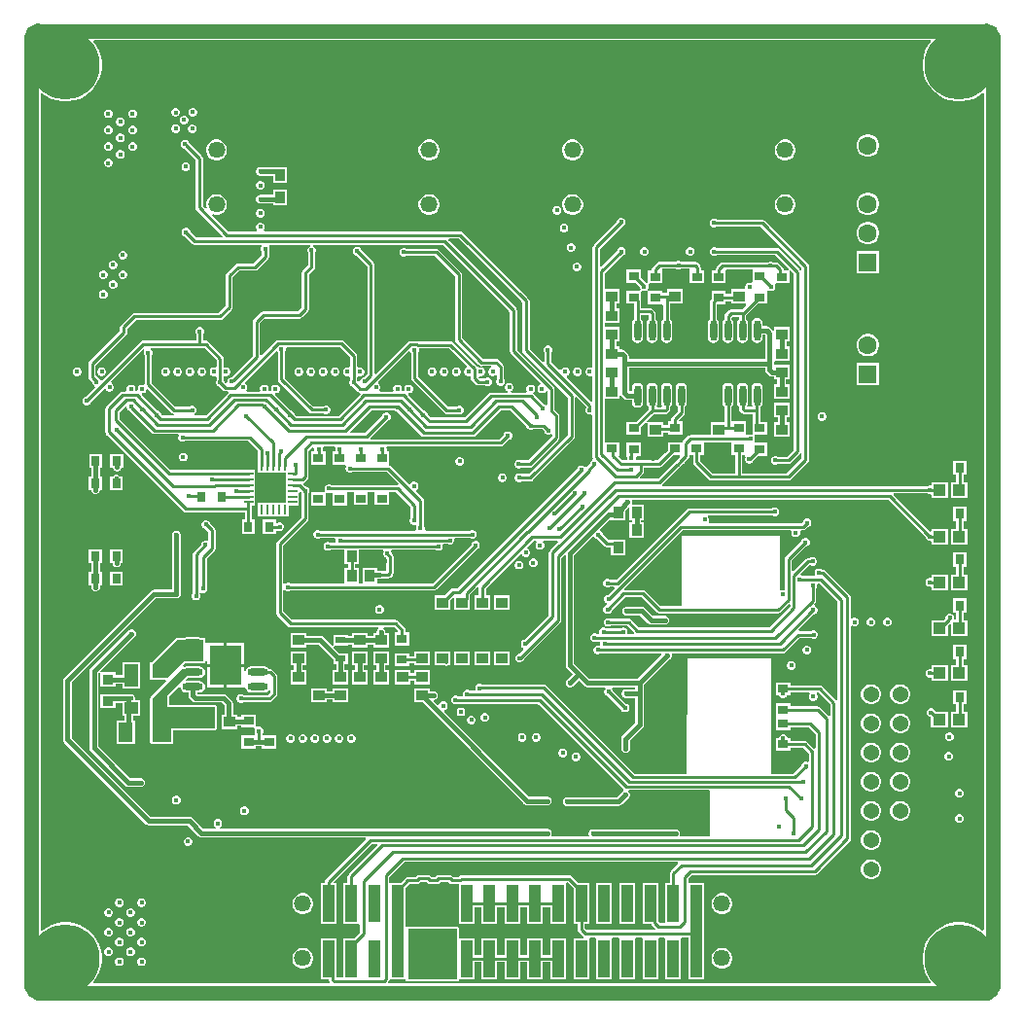
<source format=gbr>
G04*
G04 #@! TF.GenerationSoftware,Altium Limited,Altium Designer,24.1.2 (44)*
G04*
G04 Layer_Physical_Order=4*
G04 Layer_Color=16711680*
%FSLAX44Y44*%
%MOMM*%
G71*
G04*
G04 #@! TF.SameCoordinates,1E1B0E3F-32AE-4E86-94FA-F8EE38DC9C5D*
G04*
G04*
G04 #@! TF.FilePolarity,Positive*
G04*
G01*
G75*
%ADD10C,0.2540*%
%ADD13C,0.3810*%
%ADD25C,1.2300*%
%ADD29R,0.9000X0.8000*%
%ADD31R,0.9000X1.0000*%
%ADD33R,1.0000X0.9000*%
%ADD37R,0.8000X0.9000*%
%ADD39R,0.9500X0.9000*%
%ADD49O,0.6000X1.8000*%
%ADD110C,1.0000*%
%ADD112R,2.9617X2.9437*%
%ADD122R,1.6000X1.6000*%
%ADD123C,1.6000*%
%ADD124C,1.4580*%
%ADD125C,0.3000*%
%ADD126C,1.3700*%
%ADD127R,1.3700X1.3700*%
%ADD128C,1.0000*%
%ADD129C,6.0000*%
%ADD130C,0.4000*%
%ADD134R,1.0000X3.2000*%
%ADD135R,1.1000X1.0000*%
%ADD136R,2.7178X3.4036*%
%ADD137O,1.8000X0.6000*%
%ADD138R,1.2000X1.0000*%
%ADD139R,1.3000X1.1500*%
%ADD140R,1.2700X1.6510*%
%ADD141R,0.9000X0.6000*%
%ADD142R,2.6500X2.6500*%
%ADD143R,0.8048X0.2746*%
%ADD144R,0.2746X0.8048*%
%ADD145R,4.2901X4.3860*%
%ADD146R,1.2272X1.9424*%
G36*
X789069Y835651D02*
X789531Y834381D01*
X786822Y830653D01*
X784551Y826196D01*
X783006Y821439D01*
X782223Y816498D01*
Y811496D01*
X783006Y806555D01*
X784551Y801797D01*
X786822Y797340D01*
X789763Y793294D01*
X793300Y789756D01*
X797347Y786816D01*
X801804Y784545D01*
X806561Y782999D01*
X811502Y782217D01*
X816504D01*
X821445Y782999D01*
X826202Y784545D01*
X830659Y786816D01*
X834387Y789525D01*
X835657Y789063D01*
X835657Y60931D01*
X834387Y60469D01*
X830659Y63177D01*
X826202Y65448D01*
X821445Y66994D01*
X816504Y67777D01*
X811502D01*
X806561Y66994D01*
X801804Y65448D01*
X797347Y63177D01*
X793300Y60237D01*
X789763Y56700D01*
X786822Y52653D01*
X784551Y48196D01*
X783006Y43439D01*
X782223Y38498D01*
Y33496D01*
X783006Y28555D01*
X784551Y23798D01*
X786822Y19340D01*
X789526Y15619D01*
X789059Y14349D01*
X317288Y14349D01*
X316802Y15522D01*
X316953Y15672D01*
X317627Y16681D01*
X317721Y17155D01*
X318223Y18217D01*
X331126D01*
X331934Y17960D01*
X332383Y17196D01*
X332390Y17165D01*
X332783Y16576D01*
X333372Y16183D01*
X334066Y16044D01*
X376967D01*
X377661Y16183D01*
X378250Y16576D01*
X378644Y17165D01*
X378782Y17859D01*
Y18217D01*
X391783D01*
Y32887D01*
X398223D01*
Y18217D01*
X411783D01*
Y32887D01*
X418223D01*
Y18217D01*
X431783D01*
Y32887D01*
X438223D01*
Y18217D01*
X451783D01*
Y32887D01*
X458223D01*
Y18217D01*
X471783D01*
Y53777D01*
X458223D01*
Y39107D01*
X451783D01*
Y53777D01*
X438223D01*
Y39107D01*
X431783D01*
Y53777D01*
X418223D01*
Y39107D01*
X411783D01*
Y53777D01*
X398223D01*
Y39107D01*
X391783D01*
Y53777D01*
X378782D01*
Y61719D01*
X378644Y62413D01*
X378250Y63002D01*
X377661Y63396D01*
X376967Y63534D01*
X334066D01*
X333372Y63396D01*
X333111Y63222D01*
X332017Y63638D01*
X331842Y63784D01*
Y79499D01*
X331783Y79943D01*
Y97379D01*
X335354Y100950D01*
X342120D01*
X343310Y101187D01*
X344319Y101861D01*
X344929Y102471D01*
X350393D01*
X351003Y101861D01*
X352011Y101187D01*
X353201Y100950D01*
X359312D01*
X360502Y101187D01*
X361511Y101861D01*
X362121Y102471D01*
X369499D01*
X370109Y101861D01*
X371118Y101187D01*
X372308Y100950D01*
X378223D01*
Y66217D01*
X391783D01*
Y80887D01*
X398223D01*
Y66217D01*
X411783D01*
Y80887D01*
X418223D01*
Y66217D01*
X431783D01*
Y80887D01*
X438223D01*
Y66217D01*
X451783D01*
Y80887D01*
X458223D01*
Y66217D01*
X471783D01*
Y101777D01*
X472894Y102161D01*
X473345D01*
X478163Y97343D01*
Y87727D01*
X478223Y87426D01*
Y66217D01*
X481893D01*
Y61175D01*
X482130Y59985D01*
X482804Y58976D01*
X486342Y55438D01*
X486927Y55047D01*
X486542Y53777D01*
X478223D01*
Y18217D01*
X491783D01*
Y53257D01*
X491783Y53777D01*
X492742Y54527D01*
X497264D01*
X498223Y53777D01*
X498223Y53257D01*
Y18217D01*
X511783D01*
Y53257D01*
X511783Y53777D01*
X512742Y54527D01*
X517264D01*
X518223Y53777D01*
X518223Y53257D01*
Y18217D01*
X531783D01*
Y53257D01*
X531783Y53777D01*
X532742Y54527D01*
X537264D01*
X538223Y53777D01*
X538223Y53257D01*
Y18217D01*
X551783D01*
Y53257D01*
X551783Y53777D01*
X552742Y54527D01*
X557264D01*
X558223Y53777D01*
X558223Y53257D01*
Y18217D01*
X571783D01*
Y53257D01*
X571783Y53777D01*
X572742Y54527D01*
X578164D01*
Y35997D01*
X578223Y35552D01*
Y18217D01*
X591783D01*
Y35552D01*
X591842Y35997D01*
Y72228D01*
X591783Y72672D01*
Y101777D01*
X578355D01*
Y105572D01*
X581488Y108705D01*
X688133D01*
X689324Y108942D01*
X690332Y109616D01*
X718789Y138072D01*
X719463Y139081D01*
X719699Y140271D01*
Y325087D01*
X720889Y325693D01*
X722279Y325117D01*
X723782D01*
X725172Y325693D01*
X726235Y326756D01*
X726811Y328146D01*
Y329649D01*
X726235Y331039D01*
X725172Y332102D01*
X723782Y332677D01*
X722279D01*
X720889Y332102D01*
X719699Y332708D01*
Y350340D01*
X719463Y351530D01*
X718789Y352539D01*
X697606Y373721D01*
X696597Y374395D01*
X695407Y374632D01*
X694566D01*
X694192Y375006D01*
X692802Y375582D01*
X691298D01*
X689909Y375006D01*
X688846Y373943D01*
X688270Y372554D01*
Y371050D01*
X688618Y370211D01*
X687906Y368941D01*
X677168D01*
X676434Y369244D01*
X676013Y370619D01*
X684043Y378649D01*
X684213D01*
X684308Y378554D01*
X685697Y377979D01*
X687201D01*
X688590Y378554D01*
X689654Y379618D01*
X690229Y381007D01*
Y382511D01*
X689654Y383900D01*
X688590Y384964D01*
X687201Y385539D01*
X685697D01*
X684308Y384964D01*
X684213Y384869D01*
X682755D01*
X681565Y384632D01*
X680556Y383958D01*
X669696Y373097D01*
X668522Y373583D01*
Y382664D01*
X680453Y394595D01*
X680796D01*
X682185Y395170D01*
X683248Y396233D01*
X683824Y397623D01*
Y399127D01*
X683248Y400516D01*
X682185Y401579D01*
X680796Y402155D01*
X679292D01*
X677903Y401579D01*
X676839Y400516D01*
X676316Y399253D01*
X663214Y386151D01*
X662540Y385142D01*
X662303Y383952D01*
Y357322D01*
X661033Y356474D01*
X660867Y356542D01*
X659363D01*
X659130Y356446D01*
X657860Y357294D01*
Y403617D01*
X572196D01*
X572118Y342827D01*
X553992D01*
X540827Y355993D01*
X539818Y356667D01*
X538628Y356903D01*
X522912D01*
X522386Y358173D01*
X573087Y408875D01*
X667189D01*
X668038Y407605D01*
X667974Y407451D01*
Y405947D01*
X668549Y404558D01*
X669613Y403494D01*
X671002Y402919D01*
X672506D01*
X673895Y403494D01*
X674959Y404558D01*
X675534Y405947D01*
Y407451D01*
X675470Y407605D01*
X676319Y408875D01*
X678004D01*
X679194Y409112D01*
X680203Y409786D01*
X681906Y411489D01*
X682435D01*
X683824Y412064D01*
X684888Y413128D01*
X685463Y414517D01*
Y416021D01*
X684888Y417410D01*
X683824Y418473D01*
X682435Y419049D01*
X680931D01*
X679542Y418473D01*
X678479Y417410D01*
X678088Y416466D01*
X676716Y415095D01*
X596600D01*
X595893Y416365D01*
X596244Y417211D01*
Y418715D01*
X595668Y420104D01*
X595214Y420559D01*
X595740Y421829D01*
X651309D01*
X651404Y421734D01*
X652793Y421159D01*
X654297D01*
X655686Y421734D01*
X656750Y422798D01*
X657325Y424187D01*
Y425691D01*
X656750Y427080D01*
X655686Y428143D01*
X654297Y428719D01*
X652793D01*
X651404Y428143D01*
X651309Y428049D01*
X579040D01*
X577850Y427812D01*
X576841Y427138D01*
X515569Y365866D01*
X510209D01*
X510114Y365960D01*
X508725Y366536D01*
X507221D01*
X505832Y365960D01*
X504768Y364897D01*
X504193Y363508D01*
Y362004D01*
X504768Y360615D01*
X505832Y359551D01*
X507221Y358976D01*
X508725D01*
X510114Y359551D01*
X510209Y359646D01*
X513403D01*
X513889Y358473D01*
X508122Y352706D01*
X507988D01*
X506599Y352130D01*
X505536Y351067D01*
X504960Y349678D01*
Y348174D01*
X505536Y346785D01*
X506599Y345721D01*
X507434Y345376D01*
X507635Y344655D01*
X507221Y343501D01*
X505832Y342925D01*
X504768Y341862D01*
X504193Y340473D01*
Y338969D01*
X504768Y337580D01*
X505832Y336516D01*
X507221Y335941D01*
X508725D01*
X510114Y336516D01*
X511178Y337580D01*
X511753Y338969D01*
Y339103D01*
X523334Y350684D01*
X537340D01*
X550505Y337519D01*
X551514Y336845D01*
X552704Y336608D01*
X552704Y336608D01*
X656660D01*
X657850Y336845D01*
X658859Y337519D01*
X665864Y344524D01*
X667037Y344038D01*
Y342790D01*
X648773Y324526D01*
X535111D01*
X528616Y331020D01*
X527607Y331694D01*
X526418Y331931D01*
X510336D01*
X509150Y332422D01*
X507646D01*
X506257Y331847D01*
X505194Y330783D01*
X504618Y329394D01*
Y327890D01*
X505194Y326501D01*
X506257Y325438D01*
X507646Y324862D01*
X509150D01*
X510540Y325438D01*
X510813Y325712D01*
X525129D01*
X531250Y319591D01*
X530724Y318321D01*
X526053D01*
X525347Y319377D01*
X525412Y319532D01*
Y321036D01*
X524837Y322425D01*
X523773Y323489D01*
X522384Y324064D01*
X520880D01*
X519577Y323524D01*
X506813D01*
X506588Y323749D01*
X505199Y324325D01*
X503695D01*
X502306Y323749D01*
X501242Y322686D01*
X500667Y321297D01*
Y319793D01*
X500751Y319591D01*
X500011Y318484D01*
X498723Y318407D01*
X498714Y318415D01*
X497325Y318991D01*
X495821D01*
X494432Y318415D01*
X493368Y317352D01*
X492793Y315963D01*
Y314459D01*
X493368Y313070D01*
X494432Y312006D01*
X495821Y311431D01*
X497325D01*
X498714Y312006D01*
X498809Y312101D01*
X500568D01*
X500954Y311801D01*
X501006Y311744D01*
X501429Y310883D01*
Y310592D01*
X501337Y310131D01*
X501429Y309670D01*
Y309379D01*
X501496Y309217D01*
X501314Y308871D01*
X501068Y308610D01*
X500515Y308249D01*
X500033Y308449D01*
X498529D01*
X497139Y307873D01*
X496076Y306810D01*
X495501Y305421D01*
Y303917D01*
X496076Y302528D01*
X497139Y301464D01*
X498529Y300889D01*
X500033D01*
X501422Y301464D01*
X501601Y301644D01*
X554520D01*
X555006Y300471D01*
X534287Y279752D01*
X491778D01*
X485383Y286147D01*
X478890Y292640D01*
Y387179D01*
X495062Y403351D01*
X496560Y403053D01*
X496682Y402760D01*
X497745Y401697D01*
X498862Y401234D01*
X505134Y394962D01*
X506143Y394288D01*
X507333Y394051D01*
X511045D01*
Y386733D01*
X523605D01*
Y400293D01*
X511045D01*
Y400271D01*
X508621D01*
X503667Y405225D01*
Y405653D01*
X503091Y407042D01*
X502028Y408106D01*
X501734Y408227D01*
X501436Y409725D01*
X509789Y418078D01*
X511059Y417710D01*
Y417710D01*
X523619D01*
Y426407D01*
X525886Y428674D01*
X527059Y428188D01*
Y417710D01*
X529582D01*
Y415781D01*
X527059D01*
Y402221D01*
X539619D01*
Y415781D01*
X537096D01*
Y417710D01*
X539619D01*
Y431270D01*
X529639D01*
X528933Y432326D01*
X529034Y432569D01*
Y434073D01*
X528939Y434302D01*
X529644Y435358D01*
X752210D01*
X784762Y402806D01*
Y402673D01*
X785338Y401284D01*
X786401Y400221D01*
X787790Y399645D01*
X789294D01*
X789862Y399266D01*
Y396645D01*
X804422D01*
Y410205D01*
X789862D01*
Y408298D01*
X788592Y407771D01*
X756739Y439624D01*
X757265Y440894D01*
X786439D01*
X787705Y440370D01*
X789209D01*
X789862Y439933D01*
Y436629D01*
X804422D01*
Y450189D01*
X789862D01*
Y448366D01*
X789209Y447930D01*
X787705D01*
X786316Y447354D01*
X786075Y447114D01*
X555602D01*
X555217Y448384D01*
X555309Y448445D01*
X570086Y463223D01*
X570087Y463223D01*
X571096Y463897D01*
X574054Y466855D01*
X574728Y467864D01*
X574728Y467864D01*
X578311Y471447D01*
X578985Y472456D01*
X579222Y473646D01*
Y474055D01*
X582325D01*
Y468157D01*
X582562Y466967D01*
X583236Y465958D01*
X595974Y453220D01*
X596983Y452546D01*
X598173Y452309D01*
X665287D01*
X666478Y452546D01*
X667486Y453220D01*
X682297Y468030D01*
X682971Y469039D01*
X683208Y470229D01*
Y638924D01*
X682971Y640114D01*
X682297Y641123D01*
X644822Y678598D01*
X643813Y679272D01*
X642623Y679509D01*
X602695D01*
X602600Y679603D01*
X601211Y680179D01*
X599707D01*
X598318Y679603D01*
X597254Y678540D01*
X596679Y677151D01*
Y675647D01*
X597254Y674258D01*
X598318Y673194D01*
X599707Y672619D01*
X601211D01*
X602600Y673194D01*
X602695Y673289D01*
X641335D01*
X676988Y637636D01*
Y635472D01*
X676805Y635400D01*
X675718Y635261D01*
X675195Y636043D01*
X657616Y653623D01*
X656607Y654297D01*
X655417Y654533D01*
X603022D01*
X602927Y654628D01*
X601538Y655204D01*
X600034D01*
X598645Y654628D01*
X597581Y653565D01*
X597006Y652176D01*
Y650672D01*
X597581Y649282D01*
X598645Y648219D01*
X600034Y647644D01*
X601538D01*
X602927Y648219D01*
X603022Y648314D01*
X654129D01*
X665856Y636587D01*
X665330Y635317D01*
X665119Y635317D01*
X665119Y635317D01*
X665084Y635317D01*
X661331D01*
Y635859D01*
X661094Y637049D01*
X660420Y638058D01*
X657218Y641260D01*
X656209Y641934D01*
X655019Y642171D01*
X651986D01*
X651891Y642265D01*
X650502Y642841D01*
X648998D01*
X647609Y642265D01*
X647514Y642171D01*
X608088D01*
X606898Y641934D01*
X605890Y641260D01*
X602688Y638058D01*
X602014Y637049D01*
X601777Y635859D01*
Y635317D01*
X598415D01*
Y623757D01*
X610975D01*
Y635317D01*
X611983Y635951D01*
X633070D01*
X634234Y635696D01*
X634234Y634681D01*
Y624843D01*
X634169Y624758D01*
X632983Y624091D01*
X632099Y624457D01*
X630595D01*
X629206Y623882D01*
X628142Y622819D01*
X627567Y621429D01*
Y619925D01*
X627647Y619733D01*
X626941Y618677D01*
X615375D01*
Y614488D01*
X610974D01*
Y617158D01*
X598414D01*
Y609996D01*
X597816Y609398D01*
X597142Y608389D01*
X596905Y607199D01*
Y592390D01*
X596568Y592165D01*
X595512Y590584D01*
X595141Y588719D01*
Y576719D01*
X595512Y574854D01*
X596568Y573273D01*
X598150Y572216D01*
X600015Y571845D01*
X601880Y572216D01*
X603461Y573273D01*
X604517Y574854D01*
X604888Y576719D01*
Y588719D01*
X604517Y590584D01*
X603461Y592165D01*
X603125Y592390D01*
Y605598D01*
X610974D01*
Y608268D01*
X615375D01*
Y606117D01*
X628179D01*
X628705Y604847D01*
X624912Y601054D01*
X615377D01*
X615377Y601054D01*
X614187Y600817D01*
X613178Y600143D01*
X613178Y600143D01*
X610516Y597481D01*
X609842Y596472D01*
X609605Y595282D01*
Y592390D01*
X609268Y592165D01*
X608212Y590584D01*
X607841Y588719D01*
Y576719D01*
X608212Y574854D01*
X609268Y573273D01*
X610850Y572216D01*
X612715Y571845D01*
X614580Y572216D01*
X616161Y573273D01*
X617217Y574854D01*
X617588Y576719D01*
Y588719D01*
X617217Y590584D01*
X616161Y592165D01*
X615825Y592390D01*
Y593994D01*
X616665Y594835D01*
X622305D01*
Y592390D01*
X621968Y592165D01*
X620912Y590584D01*
X620541Y588719D01*
Y576719D01*
X620912Y574854D01*
X621968Y573273D01*
X623550Y572216D01*
X625415Y571845D01*
X627280Y572216D01*
X628861Y573273D01*
X629917Y574854D01*
X630288Y576719D01*
Y588719D01*
X629917Y590584D01*
X628861Y592165D01*
X628525Y592390D01*
Y595870D01*
X638631Y605977D01*
X646793D01*
Y617081D01*
X648014Y617656D01*
X648102Y617568D01*
X649491Y616993D01*
X650995D01*
X652384Y617568D01*
X653448Y618632D01*
X654023Y620021D01*
Y621525D01*
X653624Y622487D01*
X654175Y623580D01*
X654368Y623757D01*
X666054D01*
X666054Y634347D01*
Y634382D01*
D01*
X666054Y634593D01*
X666413Y634741D01*
X667324Y635118D01*
X669886Y632556D01*
Y478626D01*
X664013Y472753D01*
X656137D01*
X656042Y472847D01*
X654653Y473423D01*
X653149D01*
X651760Y472847D01*
X650696Y471784D01*
X650121Y470395D01*
Y468891D01*
X650696Y467502D01*
X651760Y466438D01*
X653149Y465863D01*
X654653D01*
X656042Y466438D01*
X656137Y466533D01*
X665301D01*
X666491Y466770D01*
X667500Y467444D01*
X675195Y475139D01*
X675718Y475922D01*
X676805Y475782D01*
X676988Y475710D01*
Y471517D01*
X663999Y458529D01*
X625263D01*
Y474055D01*
X627393D01*
X627766Y473411D01*
X627997Y472785D01*
X627477Y471529D01*
Y470025D01*
X628052Y468636D01*
X629116Y467573D01*
X630505Y466997D01*
X632009D01*
X633398Y467573D01*
X634461Y468636D01*
X635037Y470025D01*
Y470083D01*
X638630Y473676D01*
X646792D01*
Y485236D01*
X636145D01*
X635594Y486481D01*
X636169Y487870D01*
Y489374D01*
X635676Y490565D01*
X635986Y491343D01*
X636318Y491835D01*
X646793D01*
Y503395D01*
X640907D01*
Y516336D01*
X641561Y516773D01*
X642617Y518354D01*
X642988Y520219D01*
Y532219D01*
X642617Y534084D01*
X641561Y535665D01*
X639980Y536722D01*
X638115Y537093D01*
X636250Y536722D01*
X634669Y535665D01*
X633612Y534084D01*
X633241Y532219D01*
Y520219D01*
X633612Y518354D01*
X634185Y517496D01*
X633507Y516226D01*
X630023D01*
X629344Y517496D01*
X629917Y518354D01*
X630288Y520219D01*
Y532219D01*
X629917Y534084D01*
X628861Y535665D01*
X627280Y536722D01*
X625415Y537093D01*
X623550Y536722D01*
X621968Y535665D01*
X620912Y534084D01*
X620541Y532219D01*
Y520219D01*
X620912Y518354D01*
X621968Y516773D01*
X622305Y516548D01*
Y514604D01*
X622542Y513414D01*
X623216Y512405D01*
X624704Y510917D01*
X625713Y510243D01*
X626903Y510006D01*
X634687D01*
Y503395D01*
X634233D01*
Y493093D01*
X633177Y492387D01*
X633141Y492402D01*
X631637D01*
X630248Y491827D01*
X630153Y491732D01*
X629505D01*
X628435Y492214D01*
Y503773D01*
X615875D01*
X615825Y505023D01*
Y516548D01*
X616161Y516773D01*
X617217Y518354D01*
X617588Y520219D01*
Y532219D01*
X617217Y534084D01*
X616161Y535665D01*
X614580Y536722D01*
X612715Y537093D01*
X610850Y536722D01*
X609268Y535665D01*
X608212Y534084D01*
X607841Y532219D01*
Y520219D01*
X608212Y518354D01*
X609268Y516773D01*
X609605Y516548D01*
Y502755D01*
X597914D01*
Y491732D01*
X580032D01*
X578842Y491495D01*
X577833Y490821D01*
X573913Y486901D01*
X573699Y486580D01*
X572964Y485615D01*
X560404D01*
Y478452D01*
X557892Y475941D01*
X557858Y475890D01*
X551673Y469704D01*
X549245D01*
X549075Y469671D01*
X545163D01*
X544994Y469704D01*
X533261D01*
X532555Y470760D01*
X532611Y470895D01*
Y472399D01*
X532520Y472620D01*
X533225Y473676D01*
X537145D01*
Y485236D01*
X524585D01*
Y473676D01*
X524585D01*
X525199Y472757D01*
X525051Y472399D01*
Y470895D01*
X525107Y470760D01*
X524401Y469704D01*
X520854D01*
X517481Y473078D01*
X517886Y474055D01*
X517885D01*
Y485615D01*
X505635D01*
Y523237D01*
X518387D01*
Y525924D01*
X519657Y526309D01*
X520001Y525794D01*
X522233Y523562D01*
X523452Y522748D01*
X524889Y522462D01*
X529101D01*
Y520219D01*
X529472Y518354D01*
X530528Y516773D01*
X532110Y515716D01*
X533975Y515345D01*
X535840Y515716D01*
X537421Y516773D01*
X538477Y518354D01*
X538848Y520219D01*
Y532219D01*
X538477Y534084D01*
X537421Y535665D01*
X535840Y536722D01*
X533975Y537093D01*
X532110Y536722D01*
X530528Y535665D01*
X529472Y534084D01*
X529101Y532219D01*
Y529976D01*
X526446D01*
X526415Y530007D01*
Y550260D01*
X645107D01*
Y548668D01*
X645393Y547230D01*
X646207Y546011D01*
X648439Y543779D01*
X649658Y542965D01*
X651096Y542679D01*
X652993D01*
Y540156D01*
X655727D01*
Y535735D01*
X652993D01*
Y523175D01*
X666553D01*
Y535735D01*
X663241D01*
Y540156D01*
X666553D01*
Y552716D01*
X652993D01*
X652621Y553832D01*
Y553940D01*
X652716Y554168D01*
Y555000D01*
X652895Y555746D01*
X653889Y556156D01*
X666553D01*
Y568716D01*
X663530D01*
Y573136D01*
X666553D01*
Y585696D01*
X652993D01*
Y583334D01*
X651723Y582949D01*
X651592Y583144D01*
X649361Y585376D01*
X648142Y586190D01*
X646704Y586476D01*
X642988D01*
Y588719D01*
X642617Y590584D01*
X641561Y592165D01*
X639980Y593222D01*
X638115Y593593D01*
X636250Y593222D01*
X634669Y592165D01*
X633612Y590584D01*
X633241Y588719D01*
Y576719D01*
X633612Y574854D01*
X634669Y573273D01*
X636250Y572216D01*
X638115Y571845D01*
X639980Y572216D01*
X641561Y573273D01*
X642617Y574854D01*
X642988Y576719D01*
Y578962D01*
X645148D01*
X645179Y578931D01*
Y557775D01*
X526415D01*
Y560327D01*
X526129Y561765D01*
X525314Y562984D01*
X523083Y565216D01*
X521864Y566030D01*
X520426Y566316D01*
X518387D01*
Y568839D01*
X515364D01*
Y573321D01*
X518387D01*
Y585881D01*
X505635D01*
Y589321D01*
X518387D01*
Y601881D01*
X515364D01*
Y606117D01*
X518387D01*
Y618677D01*
X505635D01*
Y632731D01*
X520621Y647717D01*
X520755D01*
X522144Y648292D01*
X523208Y649356D01*
X523783Y650745D01*
Y652249D01*
X523208Y653638D01*
X522144Y654701D01*
X520755Y655277D01*
X519251D01*
X517862Y654701D01*
X516799Y653638D01*
X516223Y652249D01*
Y652115D01*
X502350Y638242D01*
X501177Y638728D01*
Y653999D01*
X520559Y673381D01*
X520693D01*
X522082Y673956D01*
X523146Y675020D01*
X523721Y676409D01*
Y677913D01*
X523146Y679302D01*
X522082Y680365D01*
X520693Y680941D01*
X519189D01*
X517800Y680365D01*
X516736Y679302D01*
X516161Y677913D01*
Y677779D01*
X495868Y657486D01*
X495194Y656477D01*
X494957Y655287D01*
Y551292D01*
X493687Y550443D01*
X493206Y550642D01*
X491703D01*
X490313Y550067D01*
X489250Y549003D01*
X488675Y547614D01*
Y546110D01*
X489250Y544721D01*
X490313Y543658D01*
X491703Y543082D01*
X493206D01*
X493687Y543281D01*
X494957Y542433D01*
Y521323D01*
X493687Y520797D01*
X472463Y542020D01*
X472761Y543518D01*
X473098Y543658D01*
X474161Y544721D01*
X474736Y546110D01*
Y547614D01*
X474161Y549003D01*
X473098Y550067D01*
X471708Y550642D01*
X470205D01*
X468815Y550067D01*
X467752Y549003D01*
X467613Y548667D01*
X466115Y548369D01*
X459043Y555441D01*
Y563673D01*
X459138Y563768D01*
X459713Y565157D01*
Y566661D01*
X459138Y568050D01*
X458074Y569113D01*
X456685Y569689D01*
X455181D01*
X453792Y569113D01*
X452729Y568050D01*
X452153Y566661D01*
Y565157D01*
X452729Y563768D01*
X452823Y563673D01*
Y555682D01*
X451553Y555156D01*
X440009Y566701D01*
Y608627D01*
X439772Y609817D01*
X439098Y610826D01*
X439098Y610826D01*
X381768Y668156D01*
X380759Y668830D01*
X379569Y669066D01*
X209013D01*
X208487Y670336D01*
X208852Y670702D01*
X209428Y672091D01*
Y673595D01*
X208852Y674984D01*
X207789Y676047D01*
X206400Y676623D01*
X204896D01*
X203507Y676047D01*
X202443Y674984D01*
X201868Y673595D01*
Y672091D01*
X202443Y670702D01*
X202808Y670336D01*
X202282Y669066D01*
X177599D01*
X163911Y682755D01*
X164568Y683893D01*
X166309Y683427D01*
X168697D01*
X171004Y684045D01*
X173072Y685239D01*
X174761Y686928D01*
X175955Y688996D01*
X176573Y691303D01*
Y693691D01*
X175955Y695998D01*
X174761Y698066D01*
X173072Y699755D01*
X171004Y700949D01*
X168697Y701567D01*
X166309D01*
X164002Y700949D01*
X161934Y699755D01*
X160245Y698066D01*
X159051Y695998D01*
X158433Y693691D01*
Y691303D01*
X158899Y689562D01*
X157761Y688904D01*
X155498Y691167D01*
Y732801D01*
X155498Y732802D01*
X155262Y733991D01*
X154587Y735000D01*
X154587Y735000D01*
X143737Y745851D01*
X143204Y747138D01*
X142141Y748201D01*
X140751Y748777D01*
X139248D01*
X137858Y748201D01*
X136795Y747138D01*
X136219Y745749D01*
Y744245D01*
X136795Y742856D01*
X137858Y741792D01*
X139248Y741217D01*
X139575D01*
X149279Y731513D01*
Y689879D01*
X149515Y688689D01*
X150190Y687680D01*
X173003Y664867D01*
X172477Y663597D01*
X149776D01*
X144559Y668813D01*
Y668948D01*
X143984Y670337D01*
X142921Y671400D01*
X141531Y671976D01*
X140027D01*
X138638Y671400D01*
X137575Y670337D01*
X136999Y668948D01*
Y667444D01*
X137575Y666054D01*
X138638Y664991D01*
X140027Y664416D01*
X140161D01*
X146289Y658288D01*
X147298Y657614D01*
X148488Y657377D01*
X206428D01*
X206954Y656107D01*
X206858Y656011D01*
X206282Y654621D01*
Y653118D01*
X206858Y651728D01*
X206952Y651634D01*
Y648510D01*
X199597Y641155D01*
X186037D01*
X184847Y640918D01*
X183838Y640244D01*
X176334Y632740D01*
X175660Y631731D01*
X175424Y630541D01*
Y604243D01*
X169345Y598165D01*
X95951D01*
X95951Y598165D01*
X94761Y597928D01*
X93752Y597254D01*
X84418Y587920D01*
X83744Y586911D01*
X83507Y585721D01*
Y582522D01*
X57007Y556022D01*
X56333Y555013D01*
X56097Y553823D01*
Y542373D01*
X56333Y541183D01*
X57007Y540174D01*
X59352Y537829D01*
Y537330D01*
X59928Y535941D01*
X60991Y534878D01*
X61426Y534698D01*
X61724Y533200D01*
X53843Y525319D01*
X53792D01*
X52403Y524744D01*
X51340Y523680D01*
X50764Y522291D01*
Y520787D01*
X51340Y519398D01*
X52403Y518335D01*
X53792Y517759D01*
X55296D01*
X56686Y518335D01*
X57749Y519398D01*
X58324Y520787D01*
Y521005D01*
X69342Y532023D01*
X70840Y531725D01*
X71040Y531244D01*
X72103Y530180D01*
X73492Y529605D01*
X74996D01*
X76385Y530180D01*
X77449Y531244D01*
X78024Y532633D01*
Y534137D01*
X77449Y535526D01*
X76385Y536589D01*
X75904Y536789D01*
X75606Y538287D01*
X104225Y566906D01*
X104250Y566907D01*
X104687Y566007D01*
X104683Y565544D01*
X104671Y565532D01*
X104096Y564143D01*
Y562639D01*
X104671Y561250D01*
X104700Y561221D01*
Y536421D01*
X103665Y535605D01*
X103458Y535560D01*
X103328Y535614D01*
X101824D01*
X100435Y535039D01*
X99371Y533976D01*
X98796Y532586D01*
Y531151D01*
X98424Y530800D01*
X97780Y530310D01*
X96856Y531083D01*
Y532586D01*
X96280Y533976D01*
X95217Y535039D01*
X93828Y535614D01*
X92324D01*
X90935Y535039D01*
X89871Y533976D01*
X89296Y532586D01*
Y531082D01*
X89372Y530898D01*
X88524Y529628D01*
X85678D01*
X84488Y529391D01*
X83479Y528717D01*
X71528Y516767D01*
X70854Y515758D01*
X70618Y514568D01*
Y494647D01*
X70854Y493457D01*
X71528Y492448D01*
X138697Y425280D01*
X139706Y424606D01*
X140896Y424369D01*
X192153D01*
Y418257D01*
X189483D01*
Y405697D01*
X201043D01*
Y418257D01*
X198372D01*
Y430114D01*
X201159D01*
Y440114D01*
Y450114D01*
Y461420D01*
X189551D01*
Y461377D01*
X127397D01*
X82996Y505777D01*
Y511747D01*
X88026Y516777D01*
X89296Y516251D01*
Y515483D01*
X89871Y514094D01*
X90935Y513030D01*
X92084Y512554D01*
X111111Y493528D01*
X112120Y492854D01*
X113310Y492617D01*
X133770D01*
X134457Y491347D01*
X134092Y490466D01*
Y488962D01*
X134668Y487573D01*
X135731Y486510D01*
X137120Y485934D01*
X138624D01*
X140013Y486510D01*
X140108Y486604D01*
X195090D01*
X203604Y478090D01*
Y468557D01*
X203666Y468244D01*
Y464910D01*
X203726Y464610D01*
Y458987D01*
X227599D01*
Y445114D01*
Y432547D01*
X203726D01*
Y420939D01*
X230032D01*
Y430114D01*
X239207D01*
Y441448D01*
X240477Y442212D01*
X241003Y441934D01*
X241380Y441023D01*
X241475Y440928D01*
Y420339D01*
X220305Y399169D01*
X219631Y398160D01*
X219394Y396970D01*
Y337095D01*
X219631Y335905D01*
X220305Y334896D01*
X229740Y325461D01*
X230749Y324787D01*
X231939Y324550D01*
X308375D01*
X308628Y323280D01*
X308558Y323251D01*
X307495Y322188D01*
X306919Y320799D01*
Y319562D01*
X303920D01*
Y316915D01*
X298942D01*
Y319562D01*
X285382D01*
Y316915D01*
X281705D01*
Y317813D01*
X269145D01*
X269145Y309246D01*
Y309243D01*
Y309243D01*
X269145Y308923D01*
X268629Y308709D01*
X267875Y308397D01*
X260582Y315690D01*
X259363Y316505D01*
X257925Y316791D01*
X257780Y316762D01*
X257602Y316797D01*
X257263Y316938D01*
X256896D01*
X256387Y317039D01*
X245737D01*
Y319562D01*
X232176D01*
Y307002D01*
X245737D01*
Y309524D01*
X255404D01*
X255759Y309378D01*
X256267D01*
X269145Y296500D01*
Y292253D01*
X271541D01*
Y287382D01*
X268392D01*
Y274822D01*
X281952D01*
Y287382D01*
X279056D01*
Y292253D01*
X281705D01*
Y301814D01*
X274459D01*
X269289Y306984D01*
X269815Y308253D01*
X270135Y308253D01*
X270135Y308253D01*
X270138Y308253D01*
X281705D01*
Y309400D01*
X285382D01*
Y307002D01*
X298942D01*
Y309400D01*
X303920D01*
Y307002D01*
X317479D01*
Y319562D01*
X314480D01*
Y320799D01*
X313904Y322188D01*
X312841Y323251D01*
X312771Y323280D01*
X313024Y324550D01*
X322317D01*
X325552Y321315D01*
X325049Y320045D01*
X322582D01*
Y308485D01*
X335142D01*
Y320045D01*
X332128D01*
Y322247D01*
X331891Y323437D01*
X331217Y324446D01*
X325804Y329859D01*
X324795Y330533D01*
X323605Y330770D01*
X233227D01*
X225614Y338383D01*
Y356296D01*
X226884Y356822D01*
X227463Y356243D01*
X228853Y355667D01*
X230356D01*
X231746Y356243D01*
X231840Y356338D01*
X356611D01*
X357801Y356574D01*
X358810Y357248D01*
X393623Y392061D01*
X393757D01*
X395146Y392637D01*
X396209Y393700D01*
X396785Y395089D01*
Y396593D01*
X396209Y397983D01*
X395146Y399046D01*
X393757Y399621D01*
X392253D01*
X390864Y399046D01*
X389800Y397983D01*
X389225Y396593D01*
Y396459D01*
X355323Y362557D01*
X308554D01*
X307343Y362700D01*
X307343Y363827D01*
Y366347D01*
X309304D01*
X309372Y366360D01*
X310092D01*
X311482Y366936D01*
X311576Y367030D01*
X316968D01*
X318158Y367267D01*
X319167Y367941D01*
X320655Y369429D01*
X321329Y370438D01*
X321566Y371628D01*
Y385950D01*
X321329Y387140D01*
X320655Y388149D01*
X320025Y388778D01*
Y389308D01*
X319494Y390591D01*
X319686Y391132D01*
X320082Y391861D01*
X358406D01*
X358599Y391669D01*
X359988Y391093D01*
X361492D01*
X362881Y391669D01*
X363944Y392732D01*
X364520Y394121D01*
Y395625D01*
X364411Y395888D01*
X365116Y396944D01*
X368492D01*
X368563Y396873D01*
X369953Y396298D01*
X371456D01*
X372846Y396873D01*
X373909Y397937D01*
X374484Y399326D01*
Y400830D01*
X374414Y401000D01*
X375119Y402056D01*
X388017D01*
X388156Y401917D01*
X389546Y401342D01*
X391049D01*
X392439Y401917D01*
X393502Y402980D01*
X394077Y404370D01*
Y405874D01*
X393502Y407263D01*
X392439Y408326D01*
X391049Y408902D01*
X389546D01*
X388156Y408326D01*
X388106Y408276D01*
X349435D01*
X348586Y409546D01*
X348715Y409857D01*
Y411361D01*
X348140Y412750D01*
X348065Y412824D01*
Y434699D01*
X348065Y434699D01*
X347828Y435889D01*
X347154Y436898D01*
X341300Y442752D01*
X341548Y443998D01*
X341745Y444080D01*
X342808Y445143D01*
X343384Y446533D01*
Y448036D01*
X342808Y449426D01*
X341745Y450489D01*
X340355Y451064D01*
X338852D01*
X337462Y450489D01*
X336399Y449426D01*
X336317Y449228D01*
X335072Y448980D01*
X319068Y464984D01*
X318784Y465174D01*
X318021Y465921D01*
X317881Y466890D01*
Y477618D01*
X316143D01*
X315695Y478289D01*
Y479793D01*
X315412Y480476D01*
X316215Y481746D01*
X414721D01*
X415911Y481983D01*
X416920Y482657D01*
X421651Y487388D01*
X421786D01*
X423175Y487964D01*
X424238Y489027D01*
X424814Y490416D01*
Y491920D01*
X424238Y493310D01*
X423175Y494373D01*
X421786Y494948D01*
X420282D01*
X418893Y494373D01*
X417829Y493310D01*
X417254Y491920D01*
Y491786D01*
X413433Y487966D01*
X301789D01*
X301262Y489235D01*
X315799Y503772D01*
X315933D01*
X317322Y504347D01*
X318385Y505411D01*
X318961Y506800D01*
Y508304D01*
X318385Y509693D01*
X317322Y510756D01*
X315933Y511332D01*
X314429D01*
X313040Y510756D01*
X311976Y509693D01*
X311401Y508304D01*
Y508170D01*
X296807Y493576D01*
X284142D01*
X283656Y494749D01*
X302031Y513125D01*
X322649D01*
X322997Y512776D01*
X324386Y512201D01*
X324775D01*
X345812Y491164D01*
X345812Y491163D01*
X346821Y490489D01*
X348011Y490253D01*
X390753D01*
X391943Y490489D01*
X392952Y491163D01*
X414913Y513125D01*
X423413D01*
X437219Y499319D01*
Y499184D01*
X437794Y497795D01*
X438858Y496732D01*
X440247Y496156D01*
X441751D01*
X443140Y496732D01*
X443235Y496827D01*
X450965D01*
X452687Y495104D01*
Y494970D01*
X453262Y493581D01*
X454326Y492518D01*
X455715Y491942D01*
X457219D01*
X458608Y492518D01*
X458662Y492572D01*
X459932Y492046D01*
Y490746D01*
X438815Y469629D01*
X432826D01*
X432732Y469724D01*
X431342Y470299D01*
X429839D01*
X428449Y469724D01*
X427386Y468660D01*
X426810Y467271D01*
Y465767D01*
X427386Y464378D01*
X428449Y463315D01*
X429839Y462739D01*
X431342D01*
X432732Y463315D01*
X432826Y463409D01*
X440103D01*
X441293Y463646D01*
X442302Y464320D01*
X465241Y487259D01*
X465241Y487259D01*
X465915Y488268D01*
X466152Y489458D01*
X466152Y489458D01*
Y508508D01*
X465915Y509698D01*
X465241Y510707D01*
X461708Y514240D01*
Y532002D01*
X461471Y533192D01*
X460797Y534201D01*
X429142Y565856D01*
Y600421D01*
X428905Y601612D01*
X428231Y602621D01*
X369275Y661577D01*
X369801Y662847D01*
X378281D01*
X433789Y607338D01*
Y565413D01*
X434026Y564223D01*
X434700Y563214D01*
X473532Y524382D01*
Y491899D01*
X439402Y457770D01*
X433274D01*
X433179Y457864D01*
X431790Y458440D01*
X430286D01*
X428897Y457864D01*
X427834Y456801D01*
X427258Y455412D01*
Y453908D01*
X427834Y452519D01*
X428897Y451455D01*
X430286Y450880D01*
X431790D01*
X433179Y451455D01*
X433274Y451550D01*
X440690D01*
X441880Y451787D01*
X442889Y452461D01*
X478840Y488412D01*
X479514Y489421D01*
X479751Y490611D01*
Y524141D01*
X481021Y524667D01*
X489345Y516343D01*
Y515521D01*
X489250Y515426D01*
X488675Y514036D01*
Y512533D01*
X489250Y511143D01*
X490313Y510080D01*
X491703Y509505D01*
X493206D01*
X493687Y509704D01*
X494957Y508855D01*
Y472634D01*
X495194Y471444D01*
X495256Y471352D01*
X494887Y470136D01*
X494493Y469973D01*
X493430Y468910D01*
X492855Y467520D01*
Y467386D01*
X489641Y464173D01*
X489576Y464075D01*
X489405Y463997D01*
X487995Y463996D01*
X487373Y464618D01*
X485984Y465193D01*
X484480D01*
X483091Y464618D01*
X482028Y463554D01*
X481452Y462165D01*
Y462031D01*
X377570Y358149D01*
X373556D01*
X372366Y357912D01*
X371357Y357238D01*
X366216Y352097D01*
X357054D01*
Y339537D01*
X370614D01*
Y347699D01*
X373324Y350409D01*
X374498Y349923D01*
Y339537D01*
X388058D01*
Y348746D01*
X388117Y349047D01*
Y353154D01*
X394617Y359654D01*
X395275Y359479D01*
X395847Y359088D01*
Y352097D01*
X391941D01*
Y339537D01*
X405501D01*
Y352097D01*
X402066D01*
Y358038D01*
X431897Y387869D01*
X433395Y387571D01*
X433545Y387207D01*
X434609Y386144D01*
X435998Y385568D01*
X437502D01*
X438891Y386144D01*
X439954Y387207D01*
X440530Y388597D01*
Y390100D01*
X439954Y391490D01*
X438891Y392553D01*
X438528Y392704D01*
X438230Y394202D01*
X443759Y399731D01*
X445783D01*
X446309Y398461D01*
X445731Y397884D01*
X445156Y396495D01*
Y394991D01*
X445731Y393601D01*
X446795Y392538D01*
X448184Y391963D01*
X449688D01*
X451077Y392538D01*
X452141Y393601D01*
X452716Y394991D01*
Y396495D01*
X452141Y397884D01*
X451563Y398461D01*
X452089Y399731D01*
X464232D01*
X464718Y398558D01*
X457798Y391638D01*
X457124Y390629D01*
X456887Y389439D01*
Y334879D01*
X435576Y313568D01*
X435389D01*
X434000Y312993D01*
X432936Y311929D01*
X432361Y310540D01*
Y309036D01*
X432936Y307647D01*
X434000Y306584D01*
X434260Y306476D01*
X434558Y304978D01*
X430924Y301344D01*
X430639D01*
X429249Y300768D01*
X428186Y299705D01*
X427610Y298316D01*
Y296812D01*
X428186Y295422D01*
X429249Y294359D01*
X430639Y293784D01*
X432142D01*
X433531Y294359D01*
X434595Y295422D01*
X435158Y296781D01*
X466768Y328391D01*
X467442Y329400D01*
X467679Y330590D01*
Y384711D01*
X470202Y387235D01*
X471375Y386749D01*
Y291084D01*
X471661Y289646D01*
X472476Y288427D01*
X477413Y283490D01*
X473046Y279124D01*
X472991Y279101D01*
X471928Y278038D01*
X471353Y276649D01*
Y275145D01*
X471928Y273756D01*
X472991Y272692D01*
X474381Y272117D01*
X475885D01*
X477274Y272692D01*
X478337Y273756D01*
X478360Y273811D01*
X482726Y278177D01*
X487565Y273338D01*
X488784Y272524D01*
X490222Y272238D01*
X505625D01*
X506151Y270968D01*
X505718Y270535D01*
X505143Y269145D01*
Y267642D01*
X505718Y266252D01*
X506782Y265189D01*
X508171Y264613D01*
X508281D01*
X519361Y253534D01*
Y253376D01*
X519936Y251987D01*
X521000Y250923D01*
X522389Y250348D01*
X523893D01*
X525282Y250923D01*
X526345Y251987D01*
X526921Y253376D01*
Y254880D01*
X526345Y256269D01*
X525282Y257332D01*
X523893Y257908D01*
X523783D01*
X512703Y268988D01*
Y269145D01*
X512127Y270535D01*
X511694Y270968D01*
X512220Y272238D01*
X532086D01*
Y270422D01*
X523900D01*
X523832Y270409D01*
X523112D01*
X521723Y269833D01*
X520659Y268770D01*
X520084Y267381D01*
Y265877D01*
X520659Y264487D01*
X521723Y263424D01*
X523112Y262849D01*
X524616D01*
X524759Y262908D01*
X532086D01*
Y241201D01*
X520957Y230072D01*
X520143Y228853D01*
X519857Y227416D01*
Y219505D01*
X519834Y219450D01*
Y217946D01*
X520409Y216556D01*
X521473Y215493D01*
X522862Y214918D01*
X524366D01*
X525755Y215493D01*
X526819Y216556D01*
X527394Y217946D01*
Y219450D01*
X527371Y219505D01*
Y225859D01*
X538500Y236988D01*
X539315Y238207D01*
X539601Y239645D01*
Y266629D01*
Y274438D01*
X561399Y296237D01*
X562032Y296499D01*
X563095Y297562D01*
X563670Y298952D01*
Y300455D01*
X563615Y300588D01*
X564321Y301644D01*
X660586D01*
X661776Y301881D01*
X662785Y302555D01*
X675125Y314895D01*
X685063D01*
X685158Y314800D01*
X686547Y314225D01*
X688051D01*
X689440Y314800D01*
X690503Y315864D01*
X691079Y317253D01*
Y318757D01*
X690503Y320146D01*
X689440Y321209D01*
X688051Y321785D01*
X686547D01*
X685158Y321209D01*
X685063Y321115D01*
X674819D01*
X674293Y322385D01*
X687469Y335561D01*
X687797D01*
X689186Y336136D01*
X690249Y337200D01*
X690825Y338589D01*
Y340093D01*
X690249Y341482D01*
X689186Y342545D01*
X688068Y343009D01*
X687557Y344294D01*
X688736Y345473D01*
X689410Y346482D01*
X689647Y347672D01*
Y358363D01*
X689742Y358458D01*
X690317Y359847D01*
Y361351D01*
X690187Y361665D01*
X690892Y362721D01*
X692312D01*
X708072Y346962D01*
Y261473D01*
X707578Y261160D01*
X706802Y260990D01*
X694916Y272875D01*
X693907Y273549D01*
X692718Y273786D01*
X667172D01*
Y276456D01*
X654612D01*
Y264896D01*
X657295D01*
X657495Y264413D01*
X658559Y263350D01*
X659948Y262774D01*
X661452D01*
X662841Y263350D01*
X663904Y264413D01*
X664105Y264896D01*
X667172D01*
Y267567D01*
X683419D01*
X683945Y266297D01*
X683706Y266058D01*
X683130Y264668D01*
Y263165D01*
X683706Y261775D01*
X684769Y260712D01*
X686159Y260136D01*
X687662D01*
X689052Y260712D01*
X690115Y261775D01*
X690690Y263165D01*
Y264668D01*
X690115Y266058D01*
X690055Y266118D01*
X690518Y267301D01*
X691575Y267421D01*
X701690Y257306D01*
Y247752D01*
X700935Y247377D01*
X700420Y247306D01*
X693009Y254716D01*
X692000Y255390D01*
X690810Y255627D01*
X667171D01*
Y258298D01*
X654611D01*
Y246738D01*
X654611D01*
Y246326D01*
X654611D01*
Y234766D01*
X667171D01*
Y237437D01*
X682916D01*
X688991Y231362D01*
Y219317D01*
X687721Y218791D01*
X681925Y224587D01*
X680917Y225261D01*
X679726Y225497D01*
X667170D01*
Y228167D01*
X664670D01*
Y228219D01*
X664094Y229609D01*
X663031Y230672D01*
X661642Y231248D01*
X660138D01*
X658749Y230672D01*
X657685Y229609D01*
X657110Y228219D01*
Y228167D01*
X654610D01*
Y216607D01*
X667170D01*
Y219278D01*
X678438D01*
X682991Y214725D01*
Y207924D01*
X681721Y207076D01*
X681378Y207218D01*
X679874D01*
X678485Y206642D01*
X677421Y205579D01*
X676846Y204190D01*
Y204056D01*
X669675Y196885D01*
X650760D01*
X650063Y197866D01*
X650063Y198155D01*
Y297659D01*
X577224D01*
X577096Y198155D01*
X577096Y197866D01*
X576399Y196885D01*
X531575D01*
X454748Y273712D01*
X453739Y274386D01*
X452549Y274623D01*
X398513D01*
X397142Y275191D01*
X395639D01*
X394249Y274615D01*
X393186Y273552D01*
X392610Y272162D01*
Y270659D01*
X392723Y270388D01*
X392017Y269332D01*
X387953D01*
X387817Y269467D01*
X386428Y270043D01*
X384924D01*
X383535Y269467D01*
X382471Y268404D01*
X381896Y267015D01*
Y265511D01*
X381968Y265338D01*
X381119Y264068D01*
X377871D01*
X377613Y264326D01*
X376224Y264901D01*
X374720D01*
X373331Y264326D01*
X372267Y263263D01*
X371692Y261873D01*
Y260369D01*
X372267Y258980D01*
X373331Y257917D01*
X374720Y257341D01*
X376224D01*
X377449Y257849D01*
X447543D01*
X521896Y183496D01*
X522065Y183383D01*
X521924Y181950D01*
X521473Y181763D01*
X520409Y180700D01*
X520387Y180645D01*
X516236Y176494D01*
X473429D01*
X473374Y176517D01*
X471870D01*
X470481Y175942D01*
X469417Y174878D01*
X468842Y173489D01*
Y171985D01*
X469417Y170596D01*
X470481Y169533D01*
X471870Y168957D01*
X473374D01*
X473429Y168980D01*
X517792D01*
X519230Y169266D01*
X520449Y170080D01*
X525700Y175331D01*
X525755Y175354D01*
X526819Y176418D01*
X527394Y177807D01*
Y179311D01*
X526819Y180700D01*
X526203Y181315D01*
X526730Y182585D01*
X595946D01*
X596843Y181686D01*
X596792Y142174D01*
X571575D01*
X570732Y143444D01*
X570986Y144058D01*
Y145561D01*
X570410Y146951D01*
X569347Y148014D01*
X567958Y148589D01*
X566454D01*
X566363Y148552D01*
X496071D01*
X496052Y148560D01*
X494548D01*
X493159Y147985D01*
X492095Y146921D01*
X491520Y145532D01*
Y144028D01*
X491762Y143444D01*
X490914Y142174D01*
X459613D01*
X458880Y143444D01*
X459212Y144245D01*
Y145749D01*
X458636Y147138D01*
X457573Y148201D01*
X456183Y148777D01*
X454680D01*
X454625Y148754D01*
X170507D01*
X170254Y150024D01*
X170756Y150232D01*
X171819Y151295D01*
X172394Y152684D01*
Y154188D01*
X171819Y155577D01*
X170756Y156641D01*
X169366Y157216D01*
X167862D01*
X166473Y156641D01*
X165410Y155577D01*
X164834Y154188D01*
Y152684D01*
X165410Y151295D01*
X166473Y150232D01*
X166975Y150024D01*
X166722Y148754D01*
X156156D01*
X146706Y158205D01*
X145487Y159019D01*
X144049Y159305D01*
X143587D01*
X143444Y159364D01*
X141940D01*
X141885Y159341D01*
X110211D01*
X41390Y228163D01*
Y276391D01*
X114599Y349600D01*
X131592D01*
X131647Y349578D01*
X133151D01*
X134540Y350153D01*
X135604Y351216D01*
X136179Y352606D01*
Y354109D01*
X136140Y354203D01*
Y403964D01*
X136163Y404019D01*
Y405523D01*
X135588Y406912D01*
X134524Y407976D01*
X133135Y408551D01*
X131631D01*
X130242Y407976D01*
X129178Y406912D01*
X128603Y405523D01*
Y404019D01*
X128626Y403964D01*
Y357115D01*
X113042D01*
X111605Y356829D01*
X110386Y356014D01*
X34976Y280604D01*
X34161Y279385D01*
X33875Y277948D01*
Y226607D01*
X34161Y225169D01*
X34976Y223950D01*
X105998Y152928D01*
X107217Y152113D01*
X108655Y151827D01*
X141885D01*
X141940Y151804D01*
X142479D01*
X151943Y142340D01*
X153162Y141526D01*
X154600Y141240D01*
X297241D01*
X297727Y140066D01*
X262804Y105144D01*
X262130Y104135D01*
X261893Y102945D01*
Y101777D01*
X258223D01*
Y66217D01*
X271783D01*
Y101777D01*
X269892D01*
X269406Y102950D01*
X302410Y135954D01*
X307362D01*
X307848Y134781D01*
X282538Y109471D01*
X281864Y108462D01*
X281627Y107272D01*
Y101777D01*
X278223D01*
Y66217D01*
X291783D01*
X292223Y65129D01*
Y58614D01*
X287385Y53777D01*
X278223D01*
Y19493D01*
X271783D01*
Y53777D01*
X258223D01*
Y18217D01*
X265076D01*
Y17871D01*
X265313Y16681D01*
X265987Y15672D01*
X266137Y15522D01*
X265651Y14349D01*
X60947Y14349D01*
X60480Y15619D01*
X63184Y19340D01*
X65455Y23798D01*
X67000Y28555D01*
X67783Y33496D01*
Y38498D01*
X67000Y43439D01*
X65455Y48196D01*
X63184Y52653D01*
X60244Y56700D01*
X56706Y60237D01*
X52659Y63177D01*
X48202Y65448D01*
X43445Y66994D01*
X38504Y67777D01*
X33502D01*
X28561Y66994D01*
X23804Y65448D01*
X19347Y63177D01*
X15625Y60473D01*
X14355Y60941D01*
X14355Y789053D01*
X15625Y789520D01*
X19347Y786816D01*
X23804Y784545D01*
X28561Y782999D01*
X33502Y782217D01*
X38504D01*
X43445Y782999D01*
X48202Y784545D01*
X52659Y786816D01*
X56706Y789756D01*
X60244Y793294D01*
X63184Y797340D01*
X65455Y801797D01*
X67000Y806555D01*
X67783Y811496D01*
Y816498D01*
X67000Y821439D01*
X65455Y826196D01*
X63184Y830653D01*
X60475Y834381D01*
X60937Y835651D01*
X789069Y835651D01*
D02*
G37*
G36*
X167614Y556899D02*
Y551339D01*
X166344Y550491D01*
X165978Y550642D01*
X164475D01*
X163085Y550067D01*
X162022Y549003D01*
X161446Y547614D01*
Y546110D01*
X162022Y544721D01*
X163085Y543658D01*
X164475Y543082D01*
X165978D01*
X166344Y543234D01*
X167614Y542385D01*
Y539741D01*
X167519Y539646D01*
X166944Y538257D01*
Y536753D01*
X167519Y535364D01*
X168583Y534300D01*
X169972Y533725D01*
X170106D01*
X172999Y530832D01*
X174008Y530158D01*
X175198Y529921D01*
X177447D01*
X177833Y528651D01*
X177787Y528620D01*
X158130Y508964D01*
X148931D01*
X148618Y509667D01*
X148541Y510234D01*
X149483Y511176D01*
X150059Y512565D01*
Y514069D01*
X149483Y515458D01*
X148420Y516521D01*
X147030Y517097D01*
X145527D01*
X144137Y516521D01*
X144043Y516427D01*
X131607D01*
X110919Y537115D01*
Y561088D01*
X111080Y561250D01*
X111656Y562639D01*
Y564143D01*
X111080Y565532D01*
X110120Y566493D01*
X110174Y566968D01*
X110509Y567762D01*
X156751D01*
X167614Y556899D01*
D02*
G37*
G36*
X248969Y656107D02*
X248052Y655727D01*
X246989Y654664D01*
X246413Y653275D01*
Y651771D01*
X246989Y650382D01*
X247083Y650287D01*
Y639587D01*
X242659Y635163D01*
X241985Y634154D01*
X241749Y632964D01*
Y602756D01*
X238364Y599372D01*
X208156D01*
X206966Y599135D01*
X205957Y598461D01*
X199988Y592492D01*
X199314Y591483D01*
X199077Y590293D01*
Y560718D01*
X180442Y542083D01*
X179858D01*
X178469Y541507D01*
X177405Y540444D01*
X176830Y539055D01*
Y537593D01*
X176710Y537481D01*
X175723Y536903D01*
X174504Y538123D01*
Y538257D01*
X173929Y539646D01*
X173834Y539741D01*
Y542432D01*
X174890Y543138D01*
X175024Y543082D01*
X176528D01*
X177917Y543658D01*
X178980Y544721D01*
X179556Y546110D01*
Y547614D01*
X178980Y549003D01*
X177917Y550067D01*
X176528Y550642D01*
X175024D01*
X174890Y550587D01*
X173834Y551292D01*
Y558187D01*
X173834Y558187D01*
X173597Y559377D01*
X172923Y560386D01*
X160238Y573071D01*
X159229Y573745D01*
X158039Y573982D01*
X155934D01*
Y579761D01*
X156029Y579856D01*
X156605Y581245D01*
Y582749D01*
X156029Y584138D01*
X154966Y585202D01*
X153577Y585777D01*
X152073D01*
X150683Y585202D01*
X149620Y584138D01*
X149045Y582749D01*
Y581245D01*
X149620Y579856D01*
X149715Y579761D01*
Y573982D01*
X103794D01*
X103794Y573982D01*
X102604Y573745D01*
X101595Y573071D01*
X68015Y539491D01*
X66517Y539789D01*
X66337Y540224D01*
X65274Y541287D01*
X64277Y541700D01*
X62316Y543661D01*
Y552535D01*
X88816Y579035D01*
X89490Y580044D01*
X89727Y581234D01*
Y584433D01*
X97239Y591945D01*
X170634D01*
X171824Y592182D01*
X172833Y592856D01*
X180732Y600756D01*
X181406Y601765D01*
X181643Y602955D01*
Y629253D01*
X187325Y634935D01*
X200885D01*
X202075Y635172D01*
X203084Y635846D01*
X212261Y645023D01*
X212935Y646032D01*
X213172Y647222D01*
Y651634D01*
X213267Y651728D01*
X213842Y653118D01*
Y654621D01*
X213267Y656011D01*
X213170Y656107D01*
X213696Y657377D01*
X248716D01*
X248969Y656107D01*
D02*
G37*
G36*
X422923Y599133D02*
Y564568D01*
X423159Y563378D01*
X423833Y562369D01*
X449419Y536783D01*
X449122Y535285D01*
X448528Y535039D01*
X447465Y533976D01*
X446889Y532586D01*
Y531082D01*
X447465Y529693D01*
X448528Y528630D01*
X449918Y528054D01*
X451421D01*
X452811Y528630D01*
X453874Y529693D01*
X455274Y529755D01*
X455488Y529637D01*
Y518059D01*
X454218Y517533D01*
X453698Y518054D01*
X452308Y518629D01*
X452174D01*
X443479Y527325D01*
X443348Y528343D01*
X443590Y528909D01*
X444374Y529693D01*
X444950Y531082D01*
Y532586D01*
X444374Y533976D01*
X443311Y535039D01*
X441922Y535614D01*
X440418D01*
X439029Y535039D01*
X437965Y533976D01*
X437390Y532586D01*
Y531082D01*
X437878Y529903D01*
X437366Y528633D01*
X424062D01*
X423809Y529903D01*
X424479Y530180D01*
X425543Y531244D01*
X426118Y532633D01*
Y534137D01*
X425543Y535526D01*
X424479Y536589D01*
X423090Y537165D01*
X421586D01*
X420197Y536589D01*
X419134Y535526D01*
X418558Y534137D01*
Y532633D01*
X419134Y531244D01*
X420197Y530180D01*
X420867Y529903D01*
X420615Y528633D01*
X406115D01*
X404925Y528396D01*
X403916Y527722D01*
X383339Y507145D01*
X354079D01*
X351338Y509885D01*
Y510019D01*
X350763Y511409D01*
X349700Y512472D01*
X348310Y513047D01*
X348176D01*
X334439Y526784D01*
X334965Y528054D01*
X335390D01*
X336779Y528630D01*
X337843Y529693D01*
X338418Y531082D01*
Y532586D01*
X337843Y533976D01*
X336779Y535039D01*
X335390Y535614D01*
X333886D01*
X332497Y535039D01*
X331434Y533976D01*
X330858Y532586D01*
Y531383D01*
X330176Y530490D01*
X329859Y530215D01*
X328918Y531083D01*
Y532586D01*
X328343Y533976D01*
X327280Y535039D01*
X325890Y535614D01*
X324386D01*
X322997Y535039D01*
X321934Y533976D01*
X321358Y532586D01*
Y531082D01*
X321475Y530801D01*
X320626Y529531D01*
X309595D01*
X309069Y530801D01*
X309511Y531244D01*
X310087Y532633D01*
Y534137D01*
X309511Y535526D01*
X308448Y536589D01*
X308240Y536675D01*
X307992Y537921D01*
X334902Y564830D01*
X336204Y564337D01*
X336651Y563260D01*
X336745Y563165D01*
Y541452D01*
X336982Y540262D01*
X337656Y539254D01*
X365792Y511118D01*
X366801Y510444D01*
X367991Y510207D01*
X367991Y510207D01*
X376605D01*
X376700Y510112D01*
X378089Y509537D01*
X379593D01*
X380982Y510112D01*
X382046Y511176D01*
X382621Y512565D01*
Y514069D01*
X382046Y515458D01*
X380982Y516521D01*
X379593Y517097D01*
X378089D01*
X376700Y516521D01*
X376605Y516427D01*
X369279D01*
X342965Y542741D01*
Y563165D01*
X343060Y563260D01*
X343635Y564649D01*
Y566153D01*
X344242Y567061D01*
X370101D01*
X385392Y551770D01*
X385094Y550272D01*
X384599Y550067D01*
X383535Y549003D01*
X382960Y547614D01*
Y546110D01*
X383535Y544721D01*
X384599Y543658D01*
X385988Y543082D01*
X387492D01*
X387691Y543165D01*
X388747Y542459D01*
Y541497D01*
X388984Y540307D01*
X389658Y539298D01*
X393218Y535738D01*
X394227Y535064D01*
X395417Y534827D01*
X401151D01*
X401246Y534733D01*
X402635Y534157D01*
X404139D01*
X405528Y534733D01*
X406592Y535796D01*
X407167Y537185D01*
Y538689D01*
X406592Y540078D01*
X405528Y541142D01*
X404139Y541717D01*
X402635D01*
X401246Y541142D01*
X401151Y541047D01*
X396705D01*
X395696Y542056D01*
X396415Y543133D01*
X396537Y543082D01*
X398041D01*
X399430Y543658D01*
X400494Y544721D01*
X401069Y546110D01*
Y547614D01*
X400494Y549003D01*
X399430Y550067D01*
X398588Y550415D01*
X398338Y550519D01*
X398590Y551789D01*
X398768Y551789D01*
X406537D01*
X406790Y550519D01*
X405697Y550067D01*
X404634Y549003D01*
X404058Y547614D01*
Y546110D01*
X404634Y544721D01*
X405697Y543658D01*
X407086Y543082D01*
X408590D01*
X409980Y543658D01*
X410387Y544065D01*
X411657Y543539D01*
Y540491D01*
X411562Y540396D01*
X410987Y539007D01*
Y537503D01*
X411562Y536114D01*
X412625Y535050D01*
X414015Y534475D01*
X415518D01*
X416908Y535050D01*
X417971Y536114D01*
X418547Y537503D01*
Y539007D01*
X417971Y540396D01*
X417876Y540491D01*
Y551158D01*
X417640Y552349D01*
X416965Y553357D01*
X413225Y557098D01*
X412216Y557772D01*
X411026Y558009D01*
X399411D01*
X381422Y575998D01*
Y631338D01*
X381185Y632528D01*
X380511Y633537D01*
X360895Y653153D01*
X359886Y653827D01*
X358696Y654063D01*
X332739D01*
X332644Y654158D01*
X331255Y654734D01*
X329751D01*
X328362Y654158D01*
X327299Y653095D01*
X326723Y651706D01*
Y650202D01*
X327299Y648813D01*
X328362Y647749D01*
X329751Y647174D01*
X331255D01*
X332644Y647749D01*
X332739Y647844D01*
X357408D01*
X375202Y630050D01*
Y574710D01*
X375439Y573520D01*
X376113Y572511D01*
X395923Y552700D01*
X396932Y552026D01*
X397327Y551948D01*
X397504Y551912D01*
X397379Y550642D01*
X397117Y550642D01*
X396537D01*
X396110Y550465D01*
X394730Y550893D01*
X394056Y551902D01*
X373587Y572370D01*
X372579Y573044D01*
X371389Y573281D01*
X343202D01*
X343137Y573324D01*
X341947Y573561D01*
X336124D01*
X334934Y573324D01*
X333926Y572650D01*
X306211Y544935D01*
X304941Y545461D01*
Y549713D01*
X304949Y549753D01*
X304949Y549753D01*
Y639889D01*
X304712Y641079D01*
X304038Y642088D01*
X293508Y652618D01*
Y652752D01*
X292933Y654141D01*
X291869Y655204D01*
X290480Y655780D01*
X288976D01*
X287587Y655204D01*
X286524Y654141D01*
X285948Y652752D01*
Y651248D01*
X286524Y649859D01*
X287587Y648795D01*
X288976Y648220D01*
X289110D01*
X298729Y638601D01*
Y549784D01*
X298721Y549745D01*
Y545267D01*
X295485Y542031D01*
X295351D01*
X293962Y541455D01*
X292898Y540392D01*
X292384Y539150D01*
X292089Y538905D01*
X291053Y538474D01*
X290397Y538833D01*
X289974Y539856D01*
X289879Y539951D01*
Y542359D01*
X291149Y543207D01*
X291619Y543013D01*
X293123D01*
X294512Y543588D01*
X295576Y544651D01*
X296151Y546041D01*
Y547545D01*
X295576Y548934D01*
X294512Y549997D01*
X293123Y550573D01*
X291619D01*
X291149Y550378D01*
X289879Y551226D01*
Y561009D01*
X289879Y561009D01*
X289642Y562199D01*
X288968Y563208D01*
X288968Y563208D01*
X278653Y573522D01*
X277644Y574197D01*
X276454Y574433D01*
X221116D01*
X219925Y574197D01*
X218917Y573522D01*
X206470Y561076D01*
X205297Y561562D01*
Y589005D01*
X209444Y593152D01*
X239652D01*
X240842Y593389D01*
X241851Y594063D01*
X247057Y599269D01*
X247057Y599269D01*
X247731Y600278D01*
X247968Y601468D01*
X247968Y601468D01*
Y631676D01*
X252392Y636100D01*
X253066Y637109D01*
X253303Y638299D01*
Y650287D01*
X253398Y650382D01*
X253973Y651771D01*
Y653275D01*
X253398Y654664D01*
X252334Y655727D01*
X251417Y656107D01*
X251670Y657377D01*
X364679D01*
X422923Y599133D01*
D02*
G37*
G36*
X283659Y559721D02*
Y551334D01*
X282389Y550485D01*
X282010Y550642D01*
X280506D01*
X279116Y550067D01*
X278053Y549003D01*
X277478Y547614D01*
Y546110D01*
X278053Y544721D01*
X279116Y543658D01*
X280506Y543082D01*
X282010D01*
X282389Y543240D01*
X283659Y542391D01*
Y539951D01*
X283564Y539856D01*
X282989Y538467D01*
Y536963D01*
X283564Y535574D01*
X284628Y534510D01*
X286017Y533935D01*
X286151D01*
X290450Y529636D01*
X291459Y528961D01*
X292213Y528811D01*
X292652Y527769D01*
X292652Y527455D01*
X273617Y508419D01*
X236773D01*
X235307Y509885D01*
Y510019D01*
X234732Y511409D01*
X233668Y512472D01*
X232279Y513047D01*
X232145D01*
X218408Y526784D01*
X218934Y528054D01*
X219359D01*
X220748Y528630D01*
X221812Y529693D01*
X222387Y531082D01*
Y532586D01*
X221812Y533976D01*
X220748Y535039D01*
X219359Y535614D01*
X217855D01*
X216466Y535039D01*
X215402Y533976D01*
X214827Y532586D01*
Y531383D01*
X214144Y530490D01*
X213828Y530215D01*
X212887Y531083D01*
Y532586D01*
X212312Y533976D01*
X211248Y535039D01*
X209859Y535614D01*
X208355D01*
X206966Y535039D01*
X205903Y533976D01*
X205327Y532586D01*
Y531082D01*
X205444Y530801D01*
X204595Y529531D01*
X193818D01*
X193292Y530801D01*
X193734Y531244D01*
X194310Y532633D01*
Y534137D01*
X193734Y535526D01*
X192671Y536589D01*
X192389Y536706D01*
X192141Y537952D01*
X219089Y564899D01*
X220587Y564601D01*
X220826Y564022D01*
X220921Y563927D01*
Y540001D01*
X221158Y538811D01*
X221832Y537802D01*
X248141Y511493D01*
X249150Y510819D01*
X250340Y510582D01*
X260474D01*
X260569Y510487D01*
X261958Y509912D01*
X263462D01*
X264851Y510487D01*
X265914Y511550D01*
X266490Y512940D01*
Y514444D01*
X265914Y515833D01*
X264851Y516896D01*
X263462Y517472D01*
X261958D01*
X260569Y516896D01*
X260474Y516801D01*
X251628D01*
X227141Y541289D01*
Y563927D01*
X227236Y564022D01*
X227811Y565411D01*
Y566915D01*
X227710Y567158D01*
X228416Y568214D01*
X275166D01*
X283659Y559721D01*
D02*
G37*
G36*
X128120Y511118D02*
X129129Y510444D01*
X130185Y510234D01*
X130060Y508964D01*
X120197D01*
X119276Y509885D01*
Y510019D01*
X118700Y511409D01*
X117637Y512472D01*
X116248Y513047D01*
X116114D01*
X102377Y526784D01*
X102903Y528054D01*
X103328D01*
X104717Y528630D01*
X105780Y529693D01*
X106356Y531082D01*
Y531086D01*
X107626Y531612D01*
X128120Y511118D01*
D02*
G37*
G36*
X271376Y480476D02*
X271083Y479767D01*
Y478264D01*
X270399Y477240D01*
X268245D01*
Y465680D01*
X279559D01*
X279650Y465608D01*
X280303Y464410D01*
X279941Y463537D01*
Y462033D01*
X280516Y460644D01*
X281580Y459580D01*
X282969Y459005D01*
X284473D01*
X285862Y459580D01*
X285957Y459675D01*
X315581D01*
X325936Y449320D01*
X325311Y448150D01*
X325141Y448184D01*
X267586D01*
X267491Y448278D01*
X266101Y448854D01*
X264598D01*
X263208Y448278D01*
X262145Y447215D01*
X261570Y445826D01*
Y444322D01*
X262045Y443173D01*
X261690Y442321D01*
X261378Y441903D01*
X249708D01*
Y430343D01*
X262268D01*
Y441014D01*
X262571Y441289D01*
X263538Y441733D01*
X264598Y441294D01*
X266101D01*
X266975Y441656D01*
X268173Y441003D01*
X268245Y440912D01*
Y430343D01*
X280805D01*
X280805Y441903D01*
X282050Y441964D01*
X286783D01*
Y430722D01*
X299343D01*
Y441964D01*
X305321D01*
Y430722D01*
X317881D01*
Y441964D01*
X323853D01*
X336575Y429242D01*
Y419751D01*
X336312Y419488D01*
X335736Y418098D01*
Y416595D01*
X336312Y415205D01*
X337375Y414142D01*
X338764Y413567D01*
X340268D01*
X340575Y413694D01*
X341709Y412954D01*
X341730Y412750D01*
X341155Y411361D01*
Y409857D01*
X341284Y409546D01*
X340435Y408276D01*
X257887D01*
X257792Y408371D01*
X256403Y408946D01*
X254899D01*
X253510Y408371D01*
X252446Y407307D01*
X251871Y405918D01*
Y404414D01*
X252446Y403025D01*
X253510Y401961D01*
X254899Y401386D01*
X256403D01*
X257792Y401961D01*
X257887Y402056D01*
X270611D01*
X271316Y401000D01*
X271226Y400782D01*
Y399278D01*
X271284Y399137D01*
X270579Y398080D01*
X266388D01*
X265148Y398594D01*
X263644D01*
X262255Y398019D01*
X261192Y396955D01*
X260616Y395566D01*
Y394062D01*
X261192Y392673D01*
X262255Y391610D01*
X263644Y391034D01*
X265148D01*
X266537Y391610D01*
X266789Y391861D01*
X278783D01*
Y379192D01*
X281954D01*
Y376260D01*
X278783D01*
X278783Y362700D01*
X277572Y362557D01*
X231840D01*
X231746Y362652D01*
X230356Y363227D01*
X228853D01*
X227463Y362652D01*
X226884Y362072D01*
X225614Y362598D01*
Y395682D01*
X246784Y416852D01*
X247458Y417861D01*
X247695Y419051D01*
Y440928D01*
X247789Y441023D01*
X248365Y442412D01*
Y443916D01*
X247789Y445305D01*
X246726Y446368D01*
X245337Y446944D01*
X245203D01*
X243147Y449000D01*
X243565Y450378D01*
X243646Y450394D01*
X244655Y451068D01*
X246784Y453197D01*
X247458Y454206D01*
X247695Y455396D01*
Y477843D01*
X250966Y481114D01*
X251740Y481036D01*
X252546Y479767D01*
Y478264D01*
X251861Y477240D01*
X249708D01*
Y465680D01*
X262268D01*
Y477240D01*
X260790D01*
X260106Y478264D01*
Y479767D01*
X259812Y480476D01*
X260600Y481746D01*
X270588D01*
X271376Y480476D01*
D02*
G37*
G36*
X570949Y472881D02*
X569656Y471588D01*
X568982Y470579D01*
X568982Y470579D01*
X567372Y468969D01*
X567371Y468969D01*
X566362Y468295D01*
X551822Y453754D01*
X536303D01*
X535817Y454927D01*
X538904Y458014D01*
X539578Y459023D01*
X539815Y460213D01*
Y463485D01*
X544857D01*
X545027Y463451D01*
X549211D01*
X549381Y463485D01*
X552961D01*
X554151Y463722D01*
X555160Y464396D01*
X555232Y464503D01*
X555339Y464575D01*
X562290Y471526D01*
X562324Y471577D01*
X564802Y474055D01*
X570463D01*
X570949Y472881D01*
D02*
G37*
G36*
X615874Y474055D02*
X619044D01*
Y458529D01*
X599461D01*
X588544Y469445D01*
Y474055D01*
X591715D01*
Y485512D01*
X615874D01*
Y474055D01*
D02*
G37*
G36*
X312805Y391132D02*
X312997Y390591D01*
X312465Y389308D01*
Y387804D01*
X313041Y386414D01*
X314104Y385351D01*
X315048Y384960D01*
X315346Y384662D01*
Y373250D01*
X311576D01*
X311482Y373345D01*
X310092Y373920D01*
X308589D01*
X307343Y374418D01*
Y376260D01*
X294783D01*
X294783Y362700D01*
X293573Y362557D01*
X292554D01*
X291343Y362700D01*
X291343Y363827D01*
Y376260D01*
X288173D01*
Y379192D01*
X291343D01*
Y391861D01*
X312409D01*
X312805Y391132D01*
D02*
G37*
G36*
X569417Y118809D02*
X562804Y112196D01*
X562130Y111187D01*
X561893Y109997D01*
Y101777D01*
X558223D01*
Y66950D01*
X553320D01*
X551843Y68427D01*
Y80267D01*
X551843Y80267D01*
X551783Y80567D01*
Y101777D01*
X538223D01*
Y66217D01*
X545807D01*
X545860Y65949D01*
X546534Y64940D01*
X549458Y62017D01*
X548932Y60746D01*
X489829D01*
X488113Y62463D01*
Y66217D01*
X491783D01*
Y101777D01*
X482525D01*
X476832Y107470D01*
X475823Y108144D01*
X474633Y108380D01*
X380966D01*
X379776Y108144D01*
X378767Y107470D01*
X378767Y107470D01*
X378468Y107170D01*
X373596D01*
X372986Y107780D01*
X371977Y108454D01*
X370787Y108691D01*
X360833D01*
X359643Y108454D01*
X358634Y107780D01*
X358024Y107170D01*
X354490D01*
X353880Y107780D01*
X352871Y108454D01*
X351681Y108691D01*
X343641D01*
X342451Y108454D01*
X341442Y107780D01*
X340832Y107170D01*
X334066D01*
X332876Y106933D01*
X331867Y106259D01*
X327385Y101777D01*
X318223D01*
X317864Y102898D01*
Y106872D01*
X331070Y120079D01*
X568891D01*
X569417Y118809D01*
D02*
G37*
%LPC*%
G36*
X147402Y776575D02*
X145898D01*
X144509Y775999D01*
X143445Y774936D01*
X142870Y773547D01*
Y772043D01*
X143445Y770653D01*
X144509Y769590D01*
X145898Y769015D01*
X147402D01*
X148791Y769590D01*
X149854Y770653D01*
X150430Y772043D01*
Y773547D01*
X149854Y774936D01*
X148791Y775999D01*
X147402Y776575D01*
D02*
G37*
G36*
X132556Y776469D02*
X131052D01*
X129663Y775894D01*
X128600Y774830D01*
X128024Y773441D01*
Y771937D01*
X128600Y770548D01*
X129663Y769485D01*
X131052Y768909D01*
X132556D01*
X133945Y769485D01*
X135009Y770548D01*
X135584Y771937D01*
Y773441D01*
X135009Y774830D01*
X133945Y775894D01*
X132556Y776469D01*
D02*
G37*
G36*
X95115Y775198D02*
X93611D01*
X92222Y774622D01*
X91159Y773559D01*
X90583Y772170D01*
Y770666D01*
X91159Y769277D01*
X92222Y768213D01*
X93611Y767638D01*
X95115D01*
X96504Y768213D01*
X97568Y769277D01*
X98143Y770666D01*
Y772170D01*
X97568Y773559D01*
X96504Y774622D01*
X95115Y775198D01*
D02*
G37*
G36*
X74034D02*
X72530D01*
X71141Y774622D01*
X70078Y773559D01*
X69502Y772170D01*
Y770666D01*
X70078Y769277D01*
X71141Y768213D01*
X72530Y767638D01*
X74034D01*
X75423Y768213D01*
X76487Y769277D01*
X77062Y770666D01*
Y772170D01*
X76487Y773559D01*
X75423Y774622D01*
X74034Y775198D01*
D02*
G37*
G36*
X139926Y769731D02*
X138422D01*
X137033Y769155D01*
X135970Y768092D01*
X135394Y766703D01*
Y765199D01*
X135970Y763810D01*
X137033Y762746D01*
X138422Y762171D01*
X139926D01*
X141315Y762746D01*
X142379Y763810D01*
X142954Y765199D01*
Y766703D01*
X142379Y768092D01*
X141315Y769155D01*
X139926Y769731D01*
D02*
G37*
G36*
X84574Y768354D02*
X83071D01*
X81681Y767778D01*
X80618Y766715D01*
X80043Y765326D01*
Y763822D01*
X80618Y762433D01*
X81681Y761369D01*
X83071Y760794D01*
X84574D01*
X85964Y761369D01*
X87027Y762433D01*
X87603Y763822D01*
Y765326D01*
X87027Y766715D01*
X85964Y767778D01*
X84574Y768354D01*
D02*
G37*
G36*
X132767Y762308D02*
X131263D01*
X129874Y761732D01*
X128810Y760669D01*
X128235Y759280D01*
Y757776D01*
X128810Y756387D01*
X129874Y755323D01*
X131263Y754748D01*
X132767D01*
X134156Y755323D01*
X135219Y756387D01*
X135795Y757776D01*
Y759280D01*
X135219Y760669D01*
X134156Y761732D01*
X132767Y762308D01*
D02*
G37*
G36*
X147191Y762255D02*
X145687D01*
X144298Y761680D01*
X143235Y760617D01*
X142659Y759227D01*
Y757723D01*
X143235Y756334D01*
X144298Y755271D01*
X145687Y754695D01*
X147191D01*
X148581Y755271D01*
X149644Y756334D01*
X150219Y757723D01*
Y759227D01*
X149644Y760617D01*
X148581Y761680D01*
X147191Y762255D01*
D02*
G37*
G36*
X74034Y760931D02*
X72530D01*
X71141Y760356D01*
X70078Y759292D01*
X69502Y757903D01*
Y756399D01*
X70078Y755010D01*
X71141Y753946D01*
X72530Y753371D01*
X74034D01*
X75423Y753946D01*
X76487Y755010D01*
X77062Y756399D01*
Y757903D01*
X76487Y759292D01*
X75423Y760356D01*
X74034Y760931D01*
D02*
G37*
G36*
X95115Y760878D02*
X93611D01*
X92222Y760303D01*
X91159Y759240D01*
X90583Y757850D01*
Y756347D01*
X91159Y754957D01*
X92222Y753894D01*
X93611Y753318D01*
X95115D01*
X96504Y753894D01*
X97568Y754957D01*
X98143Y756347D01*
Y757850D01*
X97568Y759240D01*
X96504Y760303D01*
X95115Y760878D01*
D02*
G37*
G36*
X84574Y754087D02*
X83071D01*
X81681Y753512D01*
X80618Y752448D01*
X80043Y751059D01*
Y749555D01*
X80618Y748166D01*
X81681Y747103D01*
X83071Y746527D01*
X84574D01*
X85964Y747103D01*
X87027Y748166D01*
X87603Y749555D01*
Y751059D01*
X87027Y752448D01*
X85964Y753512D01*
X84574Y754087D01*
D02*
G37*
G36*
X74034Y746664D02*
X72530D01*
X71141Y746089D01*
X70078Y745025D01*
X69502Y743636D01*
Y742132D01*
X70078Y740743D01*
X71141Y739680D01*
X72530Y739104D01*
X74034D01*
X75423Y739680D01*
X76487Y740743D01*
X77062Y742132D01*
Y743636D01*
X76487Y745025D01*
X75423Y746089D01*
X74034Y746664D01*
D02*
G37*
G36*
X95115Y746612D02*
X93611D01*
X92222Y746036D01*
X91159Y744973D01*
X90583Y743584D01*
Y742080D01*
X91159Y740690D01*
X92222Y739627D01*
X93611Y739052D01*
X95115D01*
X96504Y739627D01*
X97568Y740690D01*
X98143Y742080D01*
Y743584D01*
X97568Y744973D01*
X96504Y746036D01*
X95115Y746612D01*
D02*
G37*
G36*
X735891Y753545D02*
X733316D01*
X730828Y752879D01*
X728598Y751591D01*
X726777Y749771D01*
X725490Y747540D01*
X724823Y745053D01*
Y742478D01*
X725490Y739990D01*
X726777Y737760D01*
X728598Y735939D01*
X730828Y734652D01*
X733316Y733985D01*
X735891D01*
X738378Y734652D01*
X740608Y735939D01*
X742429Y737760D01*
X743717Y739990D01*
X744383Y742478D01*
Y745053D01*
X743717Y747540D01*
X742429Y749771D01*
X740608Y751591D01*
X738378Y752879D01*
X735891Y753545D01*
D02*
G37*
G36*
X84574Y739820D02*
X83071D01*
X81681Y739245D01*
X80618Y738182D01*
X80043Y736792D01*
Y735288D01*
X80618Y733899D01*
X81681Y732836D01*
X83071Y732260D01*
X84574D01*
X85964Y732836D01*
X87027Y733899D01*
X87603Y735288D01*
Y736792D01*
X87027Y738182D01*
X85964Y739245D01*
X84574Y739820D01*
D02*
G37*
G36*
X663697Y749067D02*
X661309D01*
X659002Y748449D01*
X656934Y747255D01*
X655245Y745566D01*
X654051Y743498D01*
X653433Y741191D01*
Y738803D01*
X654051Y736496D01*
X655245Y734428D01*
X656934Y732739D01*
X659002Y731545D01*
X661309Y730927D01*
X663697D01*
X666004Y731545D01*
X668072Y732739D01*
X669761Y734428D01*
X670955Y736496D01*
X671573Y738803D01*
Y741191D01*
X670955Y743498D01*
X669761Y745566D01*
X668072Y747255D01*
X666004Y748449D01*
X663697Y749067D01*
D02*
G37*
G36*
X478697D02*
X476309D01*
X474002Y748449D01*
X471934Y747255D01*
X470245Y745566D01*
X469051Y743498D01*
X468433Y741191D01*
Y738803D01*
X469051Y736496D01*
X470245Y734428D01*
X471934Y732739D01*
X474002Y731545D01*
X476309Y730927D01*
X478697D01*
X481004Y731545D01*
X483072Y732739D01*
X484761Y734428D01*
X485955Y736496D01*
X486573Y738803D01*
Y741191D01*
X485955Y743498D01*
X484761Y745566D01*
X483072Y747255D01*
X481004Y748449D01*
X478697Y749067D01*
D02*
G37*
G36*
X353697Y749067D02*
X351309D01*
X349002Y748449D01*
X346934Y747255D01*
X345245Y745566D01*
X344051Y743498D01*
X343433Y741191D01*
Y738803D01*
X344051Y736496D01*
X345245Y734428D01*
X346934Y732739D01*
X349002Y731545D01*
X351309Y730927D01*
X353697D01*
X356004Y731545D01*
X358072Y732739D01*
X359761Y734428D01*
X360955Y736496D01*
X361573Y738803D01*
Y741191D01*
X360955Y743498D01*
X359761Y745566D01*
X358072Y747255D01*
X356004Y748449D01*
X353697Y749067D01*
D02*
G37*
G36*
X168697D02*
X166309D01*
X164002Y748449D01*
X161934Y747255D01*
X160245Y745566D01*
X159051Y743498D01*
X158433Y741191D01*
Y738803D01*
X159051Y736496D01*
X160245Y734428D01*
X161934Y732739D01*
X164002Y731545D01*
X166309Y730927D01*
X168697D01*
X171004Y731545D01*
X173072Y732739D01*
X174761Y734428D01*
X175955Y736496D01*
X176573Y738803D01*
Y741191D01*
X175955Y743498D01*
X174761Y745566D01*
X173072Y747255D01*
X171004Y748449D01*
X168697Y749067D01*
D02*
G37*
G36*
X229045Y725116D02*
X216485D01*
Y724994D01*
X206541D01*
X206400Y725052D01*
X204896D01*
X203507Y724477D01*
X202443Y723413D01*
X201868Y722024D01*
Y720520D01*
X202443Y719131D01*
X203507Y718068D01*
X204896Y717492D01*
X205670D01*
X205735Y717479D01*
X216485D01*
Y711556D01*
X229045D01*
Y725116D01*
D02*
G37*
G36*
X74034Y732398D02*
X72530D01*
X71141Y731822D01*
X70078Y730759D01*
X69502Y729369D01*
Y727866D01*
X70078Y726476D01*
X71141Y725413D01*
X72530Y724837D01*
X74034D01*
X75423Y725413D01*
X76487Y726476D01*
X77062Y727866D01*
Y729369D01*
X76487Y730759D01*
X75423Y731822D01*
X74034Y732398D01*
D02*
G37*
G36*
X141407Y729193D02*
X139903D01*
X138514Y728618D01*
X137451Y727554D01*
X136875Y726165D01*
Y724661D01*
X137451Y723272D01*
X138514Y722209D01*
X139903Y721633D01*
X141407D01*
X142797Y722209D01*
X143860Y723272D01*
X144435Y724661D01*
Y726165D01*
X143860Y727554D01*
X142797Y728618D01*
X141407Y729193D01*
D02*
G37*
G36*
X206400Y712945D02*
X204896D01*
X203507Y712369D01*
X202443Y711306D01*
X201868Y709917D01*
Y708413D01*
X202443Y707024D01*
X203507Y705960D01*
X204896Y705385D01*
X206400D01*
X207789Y705960D01*
X208852Y707024D01*
X209428Y708413D01*
Y709917D01*
X208852Y711306D01*
X207789Y712369D01*
X206400Y712945D01*
D02*
G37*
G36*
X229045Y705297D02*
X216485D01*
Y700964D01*
X205849D01*
X205211Y700837D01*
X204896D01*
X204605Y700717D01*
X204411Y700678D01*
X204247Y700569D01*
X203507Y700262D01*
X202443Y699199D01*
X201868Y697809D01*
Y696306D01*
X202443Y694916D01*
X203507Y693853D01*
X204896Y693278D01*
X206400D01*
X206816Y693450D01*
X216485D01*
Y691738D01*
X229045D01*
Y705297D01*
D02*
G37*
G36*
X464801Y691324D02*
X463297D01*
X461908Y690748D01*
X460844Y689685D01*
X460269Y688296D01*
Y686792D01*
X460844Y685403D01*
X461908Y684339D01*
X463297Y683764D01*
X464801D01*
X466190Y684339D01*
X467253Y685403D01*
X467829Y686792D01*
Y688296D01*
X467253Y689685D01*
X466190Y690748D01*
X464801Y691324D01*
D02*
G37*
G36*
X663697Y701567D02*
X661309D01*
X659002Y700949D01*
X656934Y699755D01*
X655245Y698066D01*
X654051Y695998D01*
X653433Y693691D01*
Y691303D01*
X654051Y688996D01*
X655245Y686928D01*
X656934Y685239D01*
X659002Y684045D01*
X661309Y683427D01*
X663697D01*
X666004Y684045D01*
X668072Y685239D01*
X669761Y686928D01*
X670955Y688996D01*
X671573Y691303D01*
Y693691D01*
X670955Y695998D01*
X669761Y698066D01*
X668072Y699755D01*
X666004Y700949D01*
X663697Y701567D01*
D02*
G37*
G36*
X478697D02*
X476309D01*
X474002Y700949D01*
X471934Y699755D01*
X470245Y698066D01*
X469051Y695998D01*
X468433Y693691D01*
Y691303D01*
X469051Y688996D01*
X470245Y686928D01*
X471934Y685239D01*
X474002Y684045D01*
X476309Y683427D01*
X478697D01*
X481004Y684045D01*
X483072Y685239D01*
X484761Y686928D01*
X485955Y688996D01*
X486573Y691303D01*
Y693691D01*
X485955Y695998D01*
X484761Y698066D01*
X483072Y699755D01*
X481004Y700949D01*
X478697Y701567D01*
D02*
G37*
G36*
X353697Y701567D02*
X351309D01*
X349002Y700949D01*
X346934Y699755D01*
X345245Y698066D01*
X344051Y695998D01*
X343433Y693691D01*
Y691303D01*
X344051Y688996D01*
X345245Y686928D01*
X346934Y685239D01*
X349002Y684045D01*
X351309Y683427D01*
X353697D01*
X356004Y684045D01*
X358072Y685239D01*
X359761Y686928D01*
X360955Y688996D01*
X361573Y691303D01*
Y693691D01*
X360955Y695998D01*
X359761Y698066D01*
X358072Y699755D01*
X356004Y700949D01*
X353697Y701567D01*
D02*
G37*
G36*
X735891Y702745D02*
X733316D01*
X730828Y702079D01*
X728598Y700791D01*
X726777Y698970D01*
X725490Y696740D01*
X724823Y694253D01*
Y691678D01*
X725490Y689191D01*
X726777Y686960D01*
X728598Y685139D01*
X730828Y683852D01*
X733316Y683185D01*
X735891D01*
X738378Y683852D01*
X740608Y685139D01*
X742429Y686960D01*
X743717Y689191D01*
X744383Y691678D01*
Y694253D01*
X743717Y696740D01*
X742429Y698970D01*
X740608Y700791D01*
X738378Y702079D01*
X735891Y702745D01*
D02*
G37*
G36*
X206400Y688730D02*
X204896D01*
X203507Y688155D01*
X202443Y687091D01*
X201868Y685702D01*
Y684198D01*
X202443Y682809D01*
X203507Y681746D01*
X204896Y681170D01*
X206400D01*
X207789Y681746D01*
X208852Y682809D01*
X209428Y684198D01*
Y685702D01*
X208852Y687091D01*
X207789Y688155D01*
X206400Y688730D01*
D02*
G37*
G36*
X470790Y675826D02*
X469286D01*
X467897Y675250D01*
X466833Y674187D01*
X466258Y672798D01*
Y671294D01*
X466833Y669905D01*
X467897Y668841D01*
X469286Y668266D01*
X470790D01*
X472179Y668841D01*
X473242Y669905D01*
X473818Y671294D01*
Y672798D01*
X473242Y674187D01*
X472179Y675250D01*
X470790Y675826D01*
D02*
G37*
G36*
X735891Y677345D02*
X733316D01*
X730828Y676679D01*
X728598Y675391D01*
X726777Y673570D01*
X725490Y671340D01*
X724823Y668853D01*
Y666278D01*
X725490Y663791D01*
X726777Y661560D01*
X728598Y659740D01*
X730828Y658452D01*
X733316Y657785D01*
X735891D01*
X738378Y658452D01*
X740608Y659740D01*
X742429Y661560D01*
X743717Y663791D01*
X744383Y666278D01*
Y668853D01*
X743717Y671340D01*
X742429Y673570D01*
X740608Y675391D01*
X738378Y676679D01*
X735891Y677345D01*
D02*
G37*
G36*
X476837Y658732D02*
X475333D01*
X473944Y658157D01*
X472881Y657093D01*
X472305Y655704D01*
Y654200D01*
X472881Y652811D01*
X473944Y651748D01*
X475333Y651172D01*
X476837D01*
X478227Y651748D01*
X479290Y652811D01*
X479865Y654200D01*
Y655704D01*
X479290Y657093D01*
X478227Y658157D01*
X476837Y658732D01*
D02*
G37*
G36*
X580755Y655277D02*
X579251D01*
X577862Y654701D01*
X576799Y653638D01*
X576223Y652249D01*
Y650745D01*
X576799Y649356D01*
X577862Y648292D01*
X579251Y647717D01*
X580755D01*
X582144Y648292D01*
X583208Y649356D01*
X583783Y650745D01*
Y652249D01*
X583208Y653638D01*
X582144Y654701D01*
X580755Y655277D01*
D02*
G37*
G36*
X540755D02*
X539251D01*
X537862Y654701D01*
X536799Y653638D01*
X536223Y652249D01*
Y650745D01*
X536799Y649356D01*
X537862Y648292D01*
X539251Y647717D01*
X540755D01*
X542144Y648292D01*
X543208Y649356D01*
X543783Y650745D01*
Y652249D01*
X543208Y653638D01*
X542144Y654701D01*
X540755Y655277D01*
D02*
G37*
G36*
X86647Y652132D02*
X85144D01*
X83754Y651556D01*
X82691Y650493D01*
X82115Y649104D01*
Y647600D01*
X82691Y646210D01*
X83754Y645147D01*
X85144Y644572D01*
X86647D01*
X88037Y645147D01*
X89100Y646210D01*
X89676Y647600D01*
Y649104D01*
X89100Y650493D01*
X88037Y651556D01*
X86647Y652132D01*
D02*
G37*
G36*
X78096Y643568D02*
X76592D01*
X75203Y642993D01*
X74139Y641930D01*
X73564Y640540D01*
Y639036D01*
X74139Y637647D01*
X75203Y636584D01*
X76592Y636008D01*
X78096D01*
X79485Y636584D01*
X80549Y637647D01*
X81124Y639036D01*
Y640540D01*
X80549Y641930D01*
X79485Y642993D01*
X78096Y643568D01*
D02*
G37*
G36*
X482020Y642045D02*
X480516D01*
X479127Y641469D01*
X478064Y640406D01*
X477488Y639016D01*
Y637513D01*
X478064Y636123D01*
X479127Y635060D01*
X480516Y634484D01*
X482020D01*
X483409Y635060D01*
X484473Y636123D01*
X485048Y637513D01*
Y639016D01*
X484473Y640406D01*
X483409Y641469D01*
X482020Y642045D01*
D02*
G37*
G36*
X744383Y651945D02*
X724823D01*
Y632385D01*
X744383D01*
Y651945D01*
D02*
G37*
G36*
X86647Y635005D02*
X85144D01*
X83754Y634430D01*
X82691Y633366D01*
X82115Y631977D01*
Y630473D01*
X82691Y629084D01*
X83754Y628021D01*
X85144Y627445D01*
X86647D01*
X88037Y628021D01*
X89100Y629084D01*
X89676Y630473D01*
Y631977D01*
X89100Y633366D01*
X88037Y634430D01*
X86647Y635005D01*
D02*
G37*
G36*
X69545D02*
X68041D01*
X66652Y634430D01*
X65588Y633366D01*
X65013Y631977D01*
Y630473D01*
X65588Y629084D01*
X66652Y628021D01*
X68041Y627445D01*
X69545D01*
X70934Y628021D01*
X71997Y629084D01*
X72573Y630473D01*
Y631977D01*
X71997Y633366D01*
X70934Y634430D01*
X69545Y635005D01*
D02*
G37*
G36*
X570477Y643349D02*
X568973D01*
X567731Y642834D01*
X553324D01*
X552134Y642598D01*
X551125Y641924D01*
X547259Y638058D01*
X546585Y637049D01*
X546349Y635859D01*
Y635317D01*
X542946D01*
Y625098D01*
X542651Y624825D01*
X541676Y624374D01*
X541046Y624635D01*
X537147Y628534D01*
Y635696D01*
X524587D01*
Y624136D01*
X532749D01*
X536092Y620793D01*
Y620278D01*
X536668Y618888D01*
X536749Y618807D01*
X536223Y617537D01*
X524586D01*
Y605977D01*
X530865D01*
Y599240D01*
Y592390D01*
X530528Y592165D01*
X529472Y590584D01*
X529101Y588719D01*
Y576719D01*
X529472Y574854D01*
X530528Y573273D01*
X532110Y572216D01*
X533975Y571845D01*
X535840Y572216D01*
X537421Y573273D01*
X538477Y574854D01*
X538848Y576719D01*
Y588719D01*
X538477Y590584D01*
X537421Y592165D01*
X537085Y592390D01*
Y596130D01*
X543565D01*
Y592390D01*
X543228Y592165D01*
X542172Y590584D01*
X541801Y588719D01*
Y576719D01*
X542172Y574854D01*
X543228Y573273D01*
X544810Y572216D01*
X546675Y571845D01*
X548540Y572216D01*
X550121Y573273D01*
X551177Y574854D01*
X551548Y576719D01*
Y588719D01*
X551177Y590584D01*
X550121Y592165D01*
X549785Y592390D01*
Y597752D01*
X549548Y598942D01*
X548874Y599951D01*
X547386Y601439D01*
X546377Y602113D01*
X545187Y602350D01*
X537085D01*
Y605977D01*
X537146D01*
Y616750D01*
X538414Y617542D01*
X539120Y617249D01*
X540624D01*
X541938Y617794D01*
X542367Y617496D01*
X542944Y616960D01*
X542944Y615997D01*
Y605598D01*
X555504D01*
X556265Y604643D01*
Y592390D01*
X555928Y592165D01*
X554872Y590584D01*
X554501Y588719D01*
Y576719D01*
X554872Y574854D01*
X555928Y573273D01*
X557510Y572216D01*
X559375Y571845D01*
X561240Y572216D01*
X562821Y573273D01*
X563877Y574854D01*
X564248Y576719D01*
Y588719D01*
X563877Y590584D01*
X562821Y592165D01*
X562485Y592390D01*
Y606117D01*
X573465D01*
Y618677D01*
X559905D01*
Y616696D01*
X559375Y615507D01*
X555504D01*
Y617158D01*
X544144D01*
X543495Y617158D01*
X543175Y617254D01*
X542618Y618429D01*
X543077Y618888D01*
X543652Y620278D01*
Y621781D01*
X543360Y622487D01*
X544150Y623757D01*
X555506D01*
Y635317D01*
X555506D01*
X555730Y636494D01*
X555811Y636615D01*
X567333D01*
X567584Y636364D01*
X568973Y635789D01*
X570477D01*
X571866Y636364D01*
X571999Y636497D01*
X579449D01*
X579665Y635317D01*
X579665D01*
Y623757D01*
X592225D01*
Y635317D01*
X589054D01*
Y637632D01*
X588818Y638822D01*
X588144Y639831D01*
X586169Y641806D01*
X585160Y642480D01*
X583970Y642717D01*
X571923D01*
X571866Y642773D01*
X570477Y643349D01*
D02*
G37*
G36*
X78096Y626442D02*
X76592D01*
X75203Y625866D01*
X74139Y624803D01*
X73564Y623414D01*
Y621910D01*
X74139Y620521D01*
X75203Y619457D01*
X76592Y618882D01*
X78096D01*
X79485Y619457D01*
X80549Y620521D01*
X81124Y621910D01*
Y623414D01*
X80549Y624803D01*
X79485Y625866D01*
X78096Y626442D01*
D02*
G37*
G36*
X69545Y617878D02*
X68041D01*
X66652Y617303D01*
X65588Y616240D01*
X65013Y614850D01*
Y613346D01*
X65588Y611957D01*
X66652Y610894D01*
X68041Y610318D01*
X69545D01*
X70934Y610894D01*
X71997Y611957D01*
X72573Y613346D01*
Y614850D01*
X71997Y616240D01*
X70934Y617303D01*
X69545Y617878D01*
D02*
G37*
G36*
X735891Y579777D02*
X733316D01*
X730828Y579110D01*
X728598Y577823D01*
X726777Y576002D01*
X725490Y573772D01*
X724823Y571284D01*
Y568709D01*
X725490Y566222D01*
X726777Y563992D01*
X728598Y562171D01*
X730828Y560883D01*
X733316Y560217D01*
X735891D01*
X738378Y560883D01*
X740608Y562171D01*
X742429Y563992D01*
X743717Y566222D01*
X744383Y568709D01*
Y571284D01*
X743717Y573772D01*
X742429Y576002D01*
X740608Y577823D01*
X738378Y579110D01*
X735891Y579777D01*
D02*
G37*
G36*
X482457Y550642D02*
X480953D01*
X479564Y550067D01*
X478501Y549003D01*
X477925Y547614D01*
Y546110D01*
X478501Y544721D01*
X479564Y543658D01*
X480953Y543082D01*
X482457D01*
X483847Y543658D01*
X484910Y544721D01*
X485485Y546110D01*
Y547614D01*
X484910Y549003D01*
X483847Y550067D01*
X482457Y550642D01*
D02*
G37*
G36*
X46780D02*
X45277D01*
X43887Y550067D01*
X42824Y549003D01*
X42249Y547614D01*
Y546110D01*
X42824Y544721D01*
X43887Y543658D01*
X45277Y543082D01*
X46780D01*
X48170Y543658D01*
X49233Y544721D01*
X49809Y546110D01*
Y547614D01*
X49233Y549003D01*
X48170Y550067D01*
X46780Y550642D01*
D02*
G37*
G36*
X744383Y554377D02*
X724823D01*
Y534817D01*
X744383D01*
Y554377D01*
D02*
G37*
G36*
X695337Y511807D02*
X693833D01*
X692443Y511231D01*
X691380Y510168D01*
X690805Y508779D01*
Y507275D01*
X691380Y505886D01*
X692443Y504822D01*
X693833Y504247D01*
X695337D01*
X696726Y504822D01*
X697789Y505886D01*
X698365Y507275D01*
Y508779D01*
X697789Y510168D01*
X696726Y511231D01*
X695337Y511807D01*
D02*
G37*
G36*
X572075Y537093D02*
X570210Y536722D01*
X568629Y535665D01*
X567572Y534084D01*
X567201Y532219D01*
Y520219D01*
X567572Y518354D01*
X568629Y516773D01*
X568965Y516548D01*
Y512651D01*
X564486Y508172D01*
X563812Y507163D01*
X563576Y505973D01*
Y503773D01*
X560405D01*
Y500328D01*
X556004D01*
Y502755D01*
X543686D01*
X542700Y502755D01*
X541983Y503833D01*
X547963Y509813D01*
X557887D01*
X559077Y510050D01*
X560086Y510724D01*
X561574Y512212D01*
X562248Y513221D01*
X562485Y514411D01*
Y516548D01*
X562821Y516773D01*
X563877Y518354D01*
X564248Y520219D01*
Y532219D01*
X563877Y534084D01*
X562821Y535665D01*
X561240Y536722D01*
X559375Y537093D01*
X557510Y536722D01*
X555928Y535665D01*
X554872Y534084D01*
X554501Y532219D01*
Y520219D01*
X554872Y518354D01*
X555574Y517303D01*
X554924Y516033D01*
X551126D01*
X550475Y517303D01*
X551177Y518354D01*
X551548Y520219D01*
Y532219D01*
X551177Y534084D01*
X550121Y535665D01*
X548540Y536722D01*
X546675Y537093D01*
X544810Y536722D01*
X543228Y535665D01*
X542172Y534084D01*
X541801Y532219D01*
Y520219D01*
X542172Y518354D01*
X543228Y516773D01*
X543565Y516548D01*
Y514211D01*
X532748Y503395D01*
X524586D01*
Y491835D01*
X537146D01*
Y498997D01*
X541366Y503216D01*
X542444Y502499D01*
X542444Y501590D01*
Y490195D01*
X556004D01*
Y494108D01*
X560405D01*
Y492214D01*
X572965D01*
Y503773D01*
X570661D01*
X570154Y505043D01*
X574274Y509164D01*
X574948Y510173D01*
X575185Y511362D01*
Y516548D01*
X575521Y516773D01*
X576577Y518354D01*
X576948Y520219D01*
Y532219D01*
X576577Y534084D01*
X575521Y535665D01*
X573940Y536722D01*
X572075Y537093D01*
D02*
G37*
G36*
X666553Y519735D02*
X652993D01*
Y507175D01*
X656016D01*
Y502755D01*
X652993D01*
Y490195D01*
X666553D01*
Y502755D01*
X663530D01*
Y507175D01*
X666553D01*
Y519735D01*
D02*
G37*
G36*
X139235Y476336D02*
X137731D01*
X136342Y475760D01*
X135279Y474697D01*
X134703Y473308D01*
Y471804D01*
X135279Y470415D01*
X136342Y469351D01*
X137731Y468776D01*
X139235D01*
X140624Y469351D01*
X141688Y470415D01*
X142263Y471804D01*
Y473308D01*
X141688Y474697D01*
X140624Y475760D01*
X139235Y476336D01*
D02*
G37*
G36*
X380143Y472673D02*
X378639D01*
X377250Y472097D01*
X376186Y471034D01*
X375611Y469645D01*
Y468141D01*
X376186Y466751D01*
X377250Y465688D01*
X378639Y465113D01*
X380143D01*
X381532Y465688D01*
X382595Y466751D01*
X383171Y468141D01*
Y469645D01*
X382595Y471034D01*
X381532Y472097D01*
X380143Y472673D01*
D02*
G37*
G36*
X86171Y475414D02*
X74611D01*
Y462854D01*
X77335D01*
X77725Y461914D01*
X78788Y460850D01*
X80177Y460275D01*
X81681D01*
X83070Y460850D01*
X84134Y461914D01*
X84523Y462854D01*
X86171D01*
Y475414D01*
D02*
G37*
G36*
X417058Y458440D02*
X415554D01*
X414165Y457864D01*
X413102Y456801D01*
X412526Y455412D01*
Y453908D01*
X413102Y452519D01*
X414165Y451455D01*
X415554Y450880D01*
X417058D01*
X418447Y451455D01*
X419510Y452519D01*
X420086Y453908D01*
Y455412D01*
X419510Y456801D01*
X418447Y457864D01*
X417058Y458440D01*
D02*
G37*
G36*
X81003Y457353D02*
X79499D01*
X78110Y456777D01*
X77288Y455956D01*
X74471D01*
Y443396D01*
X86031D01*
Y455956D01*
X83214D01*
X82392Y456777D01*
X81003Y457353D01*
D02*
G37*
G36*
X68012Y475415D02*
X56452D01*
Y462855D01*
X58335D01*
Y455957D01*
X56312D01*
Y443397D01*
X58350D01*
X58919Y442022D01*
X59983Y440959D01*
X61372Y440383D01*
X62876D01*
X64265Y440959D01*
X65328Y442022D01*
X65898Y443397D01*
X67872D01*
Y455957D01*
X65850D01*
Y462855D01*
X68012D01*
Y475415D01*
D02*
G37*
G36*
X820382Y469590D02*
X808822D01*
Y457030D01*
X811492D01*
Y450189D01*
X806862D01*
Y436629D01*
X821422D01*
Y450189D01*
X817712D01*
Y457030D01*
X820382D01*
Y469590D01*
D02*
G37*
G36*
X219202Y418256D02*
X207642D01*
Y405696D01*
X219202D01*
Y408274D01*
X220472Y408727D01*
X221752Y408197D01*
X223256D01*
X224645Y408772D01*
X225709Y409836D01*
X226284Y411225D01*
Y412729D01*
X225709Y414118D01*
X224645Y415181D01*
X223256Y415757D01*
X221752D01*
X220472Y415227D01*
X219202Y415680D01*
Y418256D01*
D02*
G37*
G36*
X159138Y417609D02*
X157634D01*
X156245Y417034D01*
X155181Y415971D01*
X154606Y414581D01*
Y413078D01*
X155181Y411688D01*
X156245Y410625D01*
X157634Y410050D01*
X157768D01*
X160378Y407440D01*
Y400411D01*
X159108Y399562D01*
X158585Y399779D01*
X157081D01*
X155692Y399203D01*
X154628Y398140D01*
X154053Y396751D01*
Y396617D01*
X147444Y390008D01*
X146770Y388999D01*
X146533Y387809D01*
Y353747D01*
X146439Y353652D01*
X145863Y352263D01*
Y350759D01*
X146439Y349370D01*
X147502Y348306D01*
X148891Y347731D01*
X150395D01*
X151784Y348306D01*
X152848Y349370D01*
X153423Y350759D01*
Y352263D01*
X152848Y353652D01*
X153788Y354447D01*
X154023Y354549D01*
X155129Y354091D01*
X156633D01*
X158022Y354666D01*
X159086Y355730D01*
X159661Y357119D01*
Y358623D01*
X159086Y360012D01*
X158991Y360107D01*
Y384089D01*
X165686Y390784D01*
X166360Y391793D01*
X166597Y392983D01*
Y408728D01*
X166360Y409918D01*
X165686Y410927D01*
X162166Y414447D01*
Y414581D01*
X161590Y415971D01*
X160527Y417034D01*
X159138Y417609D01*
D02*
G37*
G36*
X820382Y429606D02*
X808822D01*
Y417046D01*
X811492D01*
Y410205D01*
X806862D01*
Y396645D01*
X821422D01*
Y410205D01*
X817712D01*
Y417046D01*
X820382D01*
Y429606D01*
D02*
G37*
G36*
X85941Y392502D02*
X74381D01*
Y379942D01*
X76786D01*
Y379601D01*
X77362Y378212D01*
X78425Y377148D01*
X79814Y376573D01*
X81318D01*
X82708Y377148D01*
X83771Y378212D01*
X84346Y379601D01*
Y379942D01*
X85941D01*
Y392502D01*
D02*
G37*
G36*
X443942Y384093D02*
X442439D01*
X441049Y383518D01*
X439986Y382454D01*
X439410Y381065D01*
Y379561D01*
X439986Y378172D01*
X441049Y377108D01*
X442439Y376533D01*
X443942D01*
X445332Y377108D01*
X446395Y378172D01*
X446970Y379561D01*
Y381065D01*
X446395Y382454D01*
X445332Y383518D01*
X443942Y384093D01*
D02*
G37*
G36*
X431663Y382332D02*
X430160D01*
X428770Y381757D01*
X427707Y380694D01*
X427132Y379304D01*
Y377800D01*
X427707Y376411D01*
X428770Y375348D01*
X430160Y374772D01*
X431663D01*
X433053Y375348D01*
X434116Y376411D01*
X434692Y377800D01*
Y379304D01*
X434116Y380694D01*
X433053Y381757D01*
X431663Y382332D01*
D02*
G37*
G36*
X85941Y373044D02*
X74381D01*
Y360484D01*
X85941D01*
Y373044D01*
D02*
G37*
G36*
X820382Y389622D02*
X808822D01*
Y377062D01*
X811492D01*
Y370255D01*
X806899D01*
Y356695D01*
X821459D01*
Y370255D01*
X817712D01*
Y377062D01*
X820382D01*
Y389622D01*
D02*
G37*
G36*
X804459Y370255D02*
X789899D01*
Y367634D01*
X789331Y367255D01*
X787827D01*
X786438Y366679D01*
X785375Y365616D01*
X784799Y364227D01*
Y362723D01*
X785375Y361334D01*
X786438Y360270D01*
X787827Y359695D01*
X789331D01*
X789899Y359315D01*
Y356695D01*
X804459D01*
Y370255D01*
D02*
G37*
G36*
X67782Y392503D02*
X56222D01*
Y379943D01*
X58245D01*
Y373045D01*
X56222D01*
Y360485D01*
X58335D01*
Y359599D01*
X58453Y359007D01*
Y358655D01*
X58588Y358330D01*
X58621Y358161D01*
X58717Y358018D01*
X59029Y357266D01*
X60092Y356202D01*
X61481Y355627D01*
X62985D01*
X64374Y356202D01*
X65438Y357266D01*
X66013Y358655D01*
Y360159D01*
X66231Y360485D01*
X67782D01*
Y373045D01*
X65759D01*
Y379943D01*
X67782D01*
Y392503D01*
D02*
G37*
G36*
X422945Y352097D02*
X409385D01*
Y339537D01*
X422945D01*
Y352097D01*
D02*
G37*
G36*
X310047Y343581D02*
X308543D01*
X307154Y343005D01*
X306090Y341942D01*
X305515Y340553D01*
Y339049D01*
X306090Y337660D01*
X307154Y336596D01*
X308543Y336021D01*
X310047D01*
X311436Y336596D01*
X312499Y337660D01*
X313075Y339049D01*
Y340553D01*
X312499Y341942D01*
X311436Y343005D01*
X310047Y343581D01*
D02*
G37*
G36*
X820382Y349638D02*
X808822D01*
Y337078D01*
X811492D01*
Y331003D01*
X810474Y330695D01*
X809716Y331721D01*
X809722Y331734D01*
Y333238D01*
X809146Y334627D01*
X808083Y335690D01*
X806694Y336266D01*
X805190D01*
X803801Y335690D01*
X802738Y334627D01*
X802162Y333238D01*
Y332375D01*
X800024Y330238D01*
X789862D01*
Y316677D01*
X804422D01*
Y325840D01*
X805689Y327106D01*
X806862Y326620D01*
Y316677D01*
X821422D01*
Y330238D01*
X817712D01*
Y337078D01*
X820382D01*
Y349638D01*
D02*
G37*
G36*
X525069Y342144D02*
X523566D01*
X522176Y341569D01*
X521113Y340505D01*
X520537Y339116D01*
Y337612D01*
X521113Y336223D01*
X522176Y335160D01*
X523566Y334584D01*
X525069D01*
X525125Y334607D01*
X536428D01*
X543203Y327832D01*
X544422Y327018D01*
X545860Y326732D01*
X556900D01*
X556955Y326709D01*
X558459D01*
X559848Y327285D01*
X560912Y328348D01*
X561487Y329737D01*
Y331241D01*
X560912Y332630D01*
X559848Y333694D01*
X558459Y334269D01*
X556955D01*
X556900Y334246D01*
X547416D01*
X540641Y341021D01*
X539422Y341836D01*
X537985Y342122D01*
X525125D01*
X525069Y342144D01*
D02*
G37*
G36*
X752316Y332677D02*
X750812D01*
X749423Y332102D01*
X748359Y331039D01*
X747784Y329649D01*
Y328146D01*
X748359Y326756D01*
X749423Y325693D01*
X750812Y325117D01*
X752316D01*
X753705Y325693D01*
X754769Y326756D01*
X755344Y328146D01*
Y329649D01*
X754769Y331039D01*
X753705Y332102D01*
X752316Y332677D01*
D02*
G37*
G36*
X738049D02*
X736545D01*
X735156Y332102D01*
X734093Y331039D01*
X733517Y329649D01*
Y328146D01*
X734093Y326756D01*
X735156Y325693D01*
X736545Y325117D01*
X738049D01*
X739438Y325693D01*
X740502Y326756D01*
X741077Y328146D01*
Y329649D01*
X740502Y331039D01*
X739438Y332102D01*
X738049Y332677D01*
D02*
G37*
G36*
X682237Y308323D02*
X680733D01*
X679344Y307747D01*
X678280Y306684D01*
X677705Y305295D01*
Y303791D01*
X678280Y302402D01*
X679344Y301338D01*
X680733Y300763D01*
X682237D01*
X683626Y301338D01*
X684690Y302402D01*
X685265Y303791D01*
Y305295D01*
X684690Y306684D01*
X683626Y307747D01*
X682237Y308323D01*
D02*
G37*
G36*
X353170Y303562D02*
X339610D01*
Y299216D01*
X335141D01*
Y301886D01*
X322581D01*
Y290326D01*
X335141D01*
Y292996D01*
X339610D01*
Y291002D01*
X353170D01*
Y303562D01*
D02*
G37*
G36*
X176404Y310857D02*
Y292569D01*
X191263D01*
Y310857D01*
X176404D01*
D02*
G37*
G36*
X152881Y315529D02*
X140881D01*
X140746Y315502D01*
X133353D01*
X132659Y315364D01*
X132070Y314970D01*
X110626Y293527D01*
X109723D01*
Y292034D01*
X109683Y291831D01*
Y280223D01*
X109683Y280223D01*
X109683Y280223D01*
X109723Y280020D01*
Y278467D01*
X111204D01*
X111498Y278409D01*
X111498Y278409D01*
X111498Y278409D01*
X122871Y278412D01*
X123398Y277143D01*
X110226Y263971D01*
X109832Y263382D01*
X109694Y262687D01*
Y224878D01*
X109670Y224758D01*
X109808Y224063D01*
X110202Y223475D01*
X110791Y223081D01*
X111485Y222943D01*
X127849D01*
X127939Y222961D01*
X129643D01*
Y224652D01*
X129664Y224758D01*
Y234910D01*
X165865D01*
X166560Y235048D01*
X167148Y235441D01*
X167332Y235717D01*
X167454D01*
Y235899D01*
X167542Y236030D01*
X167680Y236725D01*
Y255267D01*
X167542Y255961D01*
X167148Y256550D01*
X166560Y256944D01*
X165865Y257082D01*
X126283D01*
Y262527D01*
X126229D01*
Y264155D01*
X134857Y272783D01*
X136077Y272207D01*
X136378Y270690D01*
X137435Y269109D01*
X139016Y268052D01*
X140881Y267681D01*
X143124D01*
Y264788D01*
X143410Y263350D01*
X144224Y262131D01*
X146456Y259900D01*
X147675Y259085D01*
X149113Y258799D01*
X172120D01*
X174322Y256598D01*
Y248277D01*
X171687D01*
Y235717D01*
X185247D01*
Y238604D01*
X189080D01*
Y236946D01*
X200113D01*
X200290Y236788D01*
X200857Y235676D01*
X200464Y234728D01*
Y233224D01*
X201040Y231835D01*
X201134Y231740D01*
Y230347D01*
X189079D01*
Y218787D01*
X201639D01*
Y220810D01*
X206871D01*
Y218787D01*
X219431D01*
Y230347D01*
X207354D01*
Y231740D01*
X207449Y231835D01*
X208024Y233224D01*
Y234728D01*
X207449Y236117D01*
X206385Y237181D01*
X204996Y237756D01*
X203492D01*
X202910Y237515D01*
X201640Y238363D01*
Y248506D01*
X189080D01*
Y246119D01*
X185247D01*
Y248277D01*
X181836D01*
Y258154D01*
X181550Y259592D01*
X180736Y260811D01*
X176334Y265213D01*
X175115Y266027D01*
X173677Y266313D01*
X150669D01*
X150638Y266344D01*
Y267681D01*
X152881D01*
X154746Y268052D01*
X156327Y269109D01*
X157384Y270690D01*
X157755Y272555D01*
X157384Y274420D01*
X156327Y276001D01*
X154746Y277058D01*
X152881Y277429D01*
X141298D01*
X140695Y278622D01*
X142455Y280381D01*
X152881D01*
X154746Y280752D01*
X156327Y281809D01*
X157384Y283390D01*
X157755Y285255D01*
X157384Y287120D01*
X156327Y288701D01*
X154746Y289758D01*
X152881Y290129D01*
X140881D01*
X140296Y290012D01*
X138649D01*
X138123Y291282D01*
X139896Y293056D01*
X155959D01*
X156653Y293194D01*
X157242Y293587D01*
X157636Y294176D01*
X157735Y294677D01*
X159005Y294552D01*
Y292569D01*
X173864D01*
Y310857D01*
X159044D01*
X159005Y310857D01*
X157774Y310950D01*
Y313687D01*
X157636Y314381D01*
X157242Y314970D01*
X156653Y315364D01*
X155959Y315502D01*
X153017D01*
X152881Y315529D01*
D02*
G37*
G36*
X422945Y303562D02*
X409385D01*
Y291002D01*
X422945D01*
Y303562D01*
D02*
G37*
G36*
X405501D02*
X391941D01*
Y291002D01*
X405501D01*
Y303562D01*
D02*
G37*
G36*
X388058D02*
X374498D01*
Y291002D01*
X388058D01*
Y303562D01*
D02*
G37*
G36*
X370614D02*
X357054D01*
Y291002D01*
X366520D01*
X367495Y290808D01*
X368470Y291002D01*
X370614D01*
Y303562D01*
D02*
G37*
G36*
X668775Y294947D02*
X667271D01*
X665882Y294371D01*
X664818Y293308D01*
X664243Y291919D01*
Y290415D01*
X664818Y289026D01*
X665882Y287962D01*
X667271Y287387D01*
X668775D01*
X670164Y287962D01*
X671228Y289026D01*
X671803Y290415D01*
Y291919D01*
X671228Y293308D01*
X670164Y294371D01*
X668775Y294947D01*
D02*
G37*
G36*
X209381Y290129D02*
X197381D01*
X195516Y289758D01*
X193935Y288701D01*
X192878Y287120D01*
X192763Y286539D01*
X191389Y286143D01*
X191263Y286276D01*
Y290029D01*
X176404D01*
Y271741D01*
X190776D01*
X190776Y271741D01*
X191263Y271740D01*
X191358Y271823D01*
X192747Y271349D01*
X192878Y270690D01*
X193935Y269109D01*
X195516Y268052D01*
X197381Y267681D01*
X209381D01*
X211246Y268052D01*
X212827Y269109D01*
X213047Y269438D01*
X214317Y269053D01*
Y267572D01*
X212241Y265496D01*
X191033D01*
X190768Y265761D01*
X189379Y266336D01*
X187875D01*
X186486Y265761D01*
X185422Y264697D01*
X184847Y263308D01*
Y261804D01*
X185422Y260415D01*
X186486Y259352D01*
X187875Y258776D01*
X189379D01*
X190586Y259276D01*
X213529D01*
X214719Y259513D01*
X215728Y260187D01*
X219626Y264085D01*
X220300Y265094D01*
X220537Y266284D01*
Y281826D01*
X220300Y283016D01*
X219626Y284025D01*
X216197Y287454D01*
X215188Y288128D01*
X213998Y288365D01*
X213052D01*
X212827Y288701D01*
X211246Y289758D01*
X209381Y290129D01*
D02*
G37*
G36*
X353170Y287382D02*
X339610D01*
Y284212D01*
X336541D01*
Y287382D01*
X322981D01*
Y274822D01*
X336541D01*
Y277992D01*
X339610D01*
Y274822D01*
X353170D01*
Y287382D01*
D02*
G37*
G36*
X820382Y309302D02*
X808822D01*
Y296742D01*
X811492D01*
Y291261D01*
X806899D01*
Y277701D01*
X821459D01*
Y291261D01*
X817712D01*
Y296742D01*
X820382D01*
Y309302D01*
D02*
G37*
G36*
X804459Y291261D02*
X789899D01*
Y288540D01*
X789221Y288088D01*
X787718D01*
X786328Y287512D01*
X785265Y286449D01*
X784690Y285060D01*
Y283556D01*
X785265Y282166D01*
X786328Y281103D01*
X787718Y280528D01*
X789221D01*
X789899Y280075D01*
Y277701D01*
X804459D01*
Y291261D01*
D02*
G37*
G36*
X317479Y303562D02*
X303920D01*
Y291002D01*
X306816D01*
Y287382D01*
X303667D01*
Y274822D01*
X317227D01*
Y287382D01*
X314330D01*
Y291002D01*
X317479D01*
Y303562D01*
D02*
G37*
G36*
X298942D02*
X285382D01*
Y291002D01*
X288279D01*
Y287382D01*
X285129D01*
Y274822D01*
X298689D01*
Y287382D01*
X295793D01*
Y291002D01*
X298942D01*
Y303562D01*
D02*
G37*
G36*
X245737D02*
X232176D01*
Y291002D01*
X235073D01*
Y287382D01*
X231924D01*
Y274822D01*
X245484D01*
Y287382D01*
X242587D01*
Y291002D01*
X245737D01*
Y303562D01*
D02*
G37*
G36*
X173864Y290029D02*
X159005D01*
Y271741D01*
X173864D01*
Y290029D01*
D02*
G37*
G36*
X94224Y322550D02*
X92720D01*
X91331Y321974D01*
X90267Y320911D01*
X90245Y320856D01*
X58052Y288664D01*
X57238Y287445D01*
X56952Y286007D01*
Y219038D01*
X57238Y217600D01*
X58052Y216381D01*
X87851Y186583D01*
X87873Y186568D01*
X87887Y186546D01*
X88330Y186250D01*
X88582Y185998D01*
X88911Y185862D01*
X89106Y185732D01*
X89336Y185686D01*
X89971Y185423D01*
X91475D01*
X91530Y185446D01*
X100671D01*
X100726Y185423D01*
X102230D01*
X103619Y185998D01*
X104683Y187062D01*
X105258Y188451D01*
Y189955D01*
X104683Y191344D01*
X103619Y192407D01*
X102230Y192983D01*
X100726D01*
X100671Y192960D01*
X92100D01*
X64466Y220594D01*
Y284265D01*
X65322Y284949D01*
X66473Y284448D01*
X66473Y284262D01*
Y272717D01*
X79533D01*
Y275240D01*
X85230D01*
Y272539D01*
X85368Y271844D01*
X85761Y271255D01*
X86350Y270862D01*
X87045Y270724D01*
X99317D01*
X100012Y270862D01*
X100600Y271255D01*
X100994Y271844D01*
X101132Y272539D01*
Y291963D01*
X100994Y292658D01*
X100783Y292973D01*
Y293797D01*
X85223D01*
Y282754D01*
X79533D01*
Y285277D01*
X67517D01*
X67088Y285277D01*
X66562Y286547D01*
X95558Y315543D01*
X95613Y315565D01*
X96677Y316629D01*
X97252Y318018D01*
Y319522D01*
X96677Y320911D01*
X95613Y321974D01*
X94224Y322550D01*
D02*
G37*
G36*
X281952Y271382D02*
X268392D01*
Y268859D01*
X263415D01*
Y271382D01*
X249855D01*
Y258822D01*
X263415D01*
Y261345D01*
X268392D01*
Y258822D01*
X281952D01*
Y271382D01*
D02*
G37*
G36*
X93755Y266339D02*
X92251D01*
X91694Y266109D01*
X90649Y266317D01*
X90466Y266280D01*
X75529D01*
X75512Y266277D01*
X66473D01*
Y253717D01*
X79533D01*
Y258766D01*
X85223D01*
Y247197D01*
X87197D01*
Y243031D01*
X80363D01*
Y222961D01*
X96623D01*
Y243031D01*
X94712D01*
Y247197D01*
X100783D01*
Y260757D01*
X97485D01*
X96783Y261808D01*
Y263311D01*
X96208Y264701D01*
X95144Y265764D01*
X93755Y266339D01*
D02*
G37*
G36*
X763839Y274827D02*
X761567D01*
X759372Y274239D01*
X757404Y273103D01*
X755797Y271496D01*
X754661Y269528D01*
X754073Y267333D01*
Y265061D01*
X754661Y262866D01*
X755797Y260898D01*
X757404Y259291D01*
X759372Y258155D01*
X761567Y257567D01*
X763839D01*
X766034Y258155D01*
X768002Y259291D01*
X769609Y260898D01*
X770745Y262866D01*
X771333Y265061D01*
Y267333D01*
X770745Y269528D01*
X769609Y271496D01*
X768002Y273103D01*
X766034Y274239D01*
X763839Y274827D01*
D02*
G37*
G36*
X738439D02*
X736167D01*
X733972Y274239D01*
X732004Y273103D01*
X730397Y271496D01*
X729261Y269528D01*
X728673Y267333D01*
Y265061D01*
X729261Y262866D01*
X730397Y260898D01*
X732004Y259291D01*
X733972Y258155D01*
X736167Y257567D01*
X738439D01*
X740634Y258155D01*
X742602Y259291D01*
X744209Y260898D01*
X745345Y262866D01*
X745933Y265061D01*
Y267333D01*
X745345Y269528D01*
X744209Y271496D01*
X742602Y273103D01*
X740634Y274239D01*
X738439Y274827D01*
D02*
G37*
G36*
X381038Y254537D02*
X379534D01*
X378145Y253961D01*
X377082Y252898D01*
X376506Y251509D01*
Y250005D01*
X377082Y248616D01*
X378145Y247552D01*
X379534Y246977D01*
X381038D01*
X382427Y247552D01*
X383491Y248616D01*
X384066Y250005D01*
Y251509D01*
X383491Y252898D01*
X382427Y253961D01*
X381038Y254537D01*
D02*
G37*
G36*
X401865Y249513D02*
X400361D01*
X398971Y248937D01*
X397908Y247874D01*
X397333Y246485D01*
Y244981D01*
X397908Y243592D01*
X398971Y242528D01*
X400361Y241953D01*
X401865D01*
X403254Y242528D01*
X404317Y243592D01*
X404893Y244981D01*
Y246485D01*
X404317Y247874D01*
X403254Y248937D01*
X401865Y249513D01*
D02*
G37*
G36*
X390095Y247325D02*
X388592D01*
X387202Y246749D01*
X386139Y245686D01*
X385564Y244297D01*
Y242793D01*
X386139Y241404D01*
X387202Y240340D01*
X388592Y239765D01*
X390095D01*
X391485Y240340D01*
X392548Y241404D01*
X393124Y242793D01*
Y244297D01*
X392548Y245686D01*
X391485Y246749D01*
X390095Y247325D01*
D02*
G37*
G36*
X820382Y269670D02*
X808822D01*
Y257110D01*
X811492D01*
Y250415D01*
X806626D01*
Y236854D01*
X821186D01*
Y250415D01*
X817712D01*
Y257110D01*
X820382D01*
Y269670D01*
D02*
G37*
G36*
X790319Y253842D02*
X788816D01*
X787426Y253267D01*
X786363Y252204D01*
X785788Y250814D01*
Y249310D01*
X786363Y247921D01*
X787426Y246858D01*
X788816Y246282D01*
X789360D01*
X789626Y246017D01*
Y236854D01*
X804186D01*
Y250415D01*
X794024D01*
X793152Y251287D01*
X792772Y252204D01*
X791709Y253267D01*
X790319Y253842D01*
D02*
G37*
G36*
X763839Y249427D02*
X761567D01*
X759372Y248839D01*
X757404Y247703D01*
X755797Y246096D01*
X754661Y244128D01*
X754073Y241933D01*
Y239661D01*
X754661Y237466D01*
X755797Y235498D01*
X757404Y233891D01*
X759372Y232755D01*
X761567Y232167D01*
X763839D01*
X766034Y232755D01*
X768002Y233891D01*
X769609Y235498D01*
X770745Y237466D01*
X771333Y239661D01*
Y241933D01*
X770745Y244128D01*
X769609Y246096D01*
X768002Y247703D01*
X766034Y248839D01*
X763839Y249427D01*
D02*
G37*
G36*
X738439D02*
X736167D01*
X733972Y248839D01*
X732004Y247703D01*
X730397Y246096D01*
X729261Y244128D01*
X728673Y241933D01*
Y239661D01*
X729261Y237466D01*
X730397Y235498D01*
X732004Y233891D01*
X733972Y232755D01*
X736167Y232167D01*
X738439D01*
X740634Y232755D01*
X742602Y233891D01*
X744209Y235498D01*
X745345Y237466D01*
X745933Y239661D01*
Y241933D01*
X745345Y244128D01*
X744209Y246096D01*
X742602Y247703D01*
X740634Y248839D01*
X738439Y249427D01*
D02*
G37*
G36*
X806108Y232812D02*
X804604D01*
X803215Y232236D01*
X802152Y231173D01*
X801576Y229784D01*
Y228280D01*
X802152Y226891D01*
X803215Y225827D01*
X804604Y225252D01*
X806108D01*
X807497Y225827D01*
X808561Y226891D01*
X809136Y228280D01*
Y229784D01*
X808561Y231173D01*
X807497Y232236D01*
X806108Y232812D01*
D02*
G37*
G36*
X434344Y232417D02*
X432841D01*
X431451Y231842D01*
X430388Y230778D01*
X429813Y229389D01*
Y227885D01*
X430388Y226496D01*
X431451Y225432D01*
X432841Y224857D01*
X434344D01*
X435734Y225432D01*
X436797Y226496D01*
X437373Y227885D01*
Y229389D01*
X436797Y230778D01*
X435734Y231842D01*
X434344Y232417D01*
D02*
G37*
G36*
X446539Y232342D02*
X445035D01*
X443646Y231767D01*
X442582Y230704D01*
X442007Y229314D01*
Y227811D01*
X442582Y226421D01*
X443646Y225358D01*
X445035Y224783D01*
X446539D01*
X447928Y225358D01*
X448992Y226421D01*
X449567Y227811D01*
Y229314D01*
X448992Y230704D01*
X447928Y231767D01*
X446539Y232342D01*
D02*
G37*
G36*
X285489Y231361D02*
X283985D01*
X282596Y230785D01*
X281532Y229722D01*
X280957Y228333D01*
Y226829D01*
X281532Y225440D01*
X282596Y224376D01*
X283985Y223801D01*
X285489D01*
X286878Y224376D01*
X287942Y225440D01*
X288517Y226829D01*
Y228333D01*
X287942Y229722D01*
X286878Y230785D01*
X285489Y231361D01*
D02*
G37*
G36*
X274940D02*
X273436D01*
X272047Y230785D01*
X270983Y229722D01*
X270408Y228333D01*
Y226829D01*
X270983Y225440D01*
X272047Y224376D01*
X273436Y223801D01*
X274940D01*
X276329Y224376D01*
X277392Y225440D01*
X277968Y226829D01*
Y228333D01*
X277392Y229722D01*
X276329Y230785D01*
X274940Y231361D01*
D02*
G37*
G36*
X264390D02*
X262887D01*
X261497Y230785D01*
X260434Y229722D01*
X259858Y228333D01*
Y226829D01*
X260434Y225440D01*
X261497Y224376D01*
X262887Y223801D01*
X264390D01*
X265780Y224376D01*
X266843Y225440D01*
X267418Y226829D01*
Y228333D01*
X266843Y229722D01*
X265780Y230785D01*
X264390Y231361D01*
D02*
G37*
G36*
X253841D02*
X252337D01*
X250948Y230785D01*
X249885Y229722D01*
X249309Y228333D01*
Y226829D01*
X249885Y225440D01*
X250948Y224376D01*
X252337Y223801D01*
X253841D01*
X255230Y224376D01*
X256294Y225440D01*
X256869Y226829D01*
Y228333D01*
X256294Y229722D01*
X255230Y230785D01*
X253841Y231361D01*
D02*
G37*
G36*
X243292D02*
X241788D01*
X240399Y230785D01*
X239335Y229722D01*
X238760Y228333D01*
Y226829D01*
X239335Y225440D01*
X240399Y224376D01*
X241788Y223801D01*
X243292D01*
X244681Y224376D01*
X245744Y225440D01*
X246320Y226829D01*
Y228333D01*
X245744Y229722D01*
X244681Y230785D01*
X243292Y231361D01*
D02*
G37*
G36*
X232742D02*
X231239D01*
X229849Y230785D01*
X228786Y229722D01*
X228211Y228333D01*
Y226829D01*
X228786Y225440D01*
X229849Y224376D01*
X231239Y223801D01*
X232742D01*
X234132Y224376D01*
X235195Y225440D01*
X235770Y226829D01*
Y228333D01*
X235195Y229722D01*
X234132Y230785D01*
X232742Y231361D01*
D02*
G37*
G36*
X469893Y218915D02*
X468389D01*
X467000Y218339D01*
X465937Y217276D01*
X465361Y215887D01*
Y214383D01*
X465937Y212994D01*
X467000Y211930D01*
X468389Y211355D01*
X469893D01*
X471282Y211930D01*
X472346Y212994D01*
X472921Y214383D01*
Y215887D01*
X472346Y217276D01*
X471282Y218339D01*
X469893Y218915D01*
D02*
G37*
G36*
X805640Y215665D02*
X804137D01*
X802747Y215089D01*
X801684Y214026D01*
X801108Y212637D01*
Y211133D01*
X801684Y209744D01*
X802747Y208680D01*
X804137Y208105D01*
X805640D01*
X807030Y208680D01*
X808093Y209744D01*
X808668Y211133D01*
Y212637D01*
X808093Y214026D01*
X807030Y215089D01*
X805640Y215665D01*
D02*
G37*
G36*
X481069Y215359D02*
X479565D01*
X478176Y214783D01*
X477113Y213720D01*
X476537Y212331D01*
Y210827D01*
X477113Y209438D01*
X478176Y208374D01*
X479565Y207799D01*
X481069D01*
X482458Y208374D01*
X483522Y209438D01*
X484097Y210827D01*
Y212331D01*
X483522Y213720D01*
X482458Y214783D01*
X481069Y215359D01*
D02*
G37*
G36*
X763839Y224027D02*
X761567D01*
X759372Y223439D01*
X757404Y222303D01*
X755797Y220696D01*
X754661Y218728D01*
X754073Y216533D01*
Y214261D01*
X754661Y212066D01*
X755797Y210098D01*
X757404Y208491D01*
X759372Y207355D01*
X761567Y206767D01*
X763839D01*
X766034Y207355D01*
X768002Y208491D01*
X769609Y210098D01*
X770745Y212066D01*
X771333Y214261D01*
Y216533D01*
X770745Y218728D01*
X769609Y220696D01*
X768002Y222303D01*
X766034Y223439D01*
X763839Y224027D01*
D02*
G37*
G36*
X738439D02*
X736167D01*
X733972Y223439D01*
X732004Y222303D01*
X730397Y220696D01*
X729261Y218728D01*
X728673Y216533D01*
Y214261D01*
X729261Y212066D01*
X730397Y210098D01*
X732004Y208491D01*
X733972Y207355D01*
X736167Y206767D01*
X738439D01*
X740634Y207355D01*
X742602Y208491D01*
X744209Y210098D01*
X745345Y212066D01*
X745933Y214261D01*
Y216533D01*
X745345Y218728D01*
X744209Y220696D01*
X742602Y222303D01*
X740634Y223439D01*
X738439Y224027D01*
D02*
G37*
G36*
X763839Y198627D02*
X761567D01*
X759372Y198039D01*
X757404Y196903D01*
X755797Y195296D01*
X754661Y193328D01*
X754073Y191133D01*
Y188861D01*
X754661Y186666D01*
X755797Y184698D01*
X757404Y183091D01*
X759372Y181955D01*
X761567Y181367D01*
X763839D01*
X766034Y181955D01*
X768002Y183091D01*
X769609Y184698D01*
X770745Y186666D01*
X771333Y188861D01*
Y191133D01*
X770745Y193328D01*
X769609Y195296D01*
X768002Y196903D01*
X766034Y198039D01*
X763839Y198627D01*
D02*
G37*
G36*
X738439D02*
X736167D01*
X733972Y198039D01*
X732004Y196903D01*
X730397Y195296D01*
X729261Y193328D01*
X728673Y191133D01*
Y188861D01*
X729261Y186666D01*
X730397Y184698D01*
X732004Y183091D01*
X733972Y181955D01*
X736167Y181367D01*
X738439D01*
X740634Y181955D01*
X742602Y183091D01*
X744209Y184698D01*
X745345Y186666D01*
X745933Y188861D01*
Y191133D01*
X745345Y193328D01*
X744209Y195296D01*
X742602Y196903D01*
X740634Y198039D01*
X738439Y198627D01*
D02*
G37*
G36*
X815088Y183626D02*
X813585D01*
X812195Y183050D01*
X811132Y181987D01*
X810556Y180598D01*
Y179094D01*
X811132Y177705D01*
X812195Y176641D01*
X813585Y176066D01*
X815088D01*
X816478Y176641D01*
X817541Y177705D01*
X818116Y179094D01*
Y180598D01*
X817541Y181987D01*
X816478Y183050D01*
X815088Y183626D01*
D02*
G37*
G36*
X133091Y177529D02*
X131588D01*
X130198Y176953D01*
X129135Y175890D01*
X128560Y174500D01*
Y172997D01*
X129135Y171607D01*
X130198Y170544D01*
X131588Y169968D01*
X133091D01*
X134481Y170544D01*
X135544Y171607D01*
X136119Y172997D01*
Y174500D01*
X135544Y175890D01*
X134481Y176953D01*
X133091Y177529D01*
D02*
G37*
G36*
X353170Y271382D02*
X339610D01*
Y258822D01*
X347357D01*
X435608Y170571D01*
X436827Y169757D01*
X438264Y169471D01*
X454615D01*
X454670Y169448D01*
X456174D01*
X457563Y170023D01*
X458627Y171087D01*
X459202Y172476D01*
Y173980D01*
X458627Y175369D01*
X457563Y176432D01*
X456174Y177008D01*
X454670D01*
X454615Y176985D01*
X439821D01*
X365800Y251005D01*
X366241Y252361D01*
X367191Y252754D01*
X368255Y253818D01*
X368830Y255207D01*
Y256711D01*
X368255Y258100D01*
X367191Y259163D01*
X365802Y259739D01*
X364298D01*
X362909Y259163D01*
X361845Y258100D01*
X361452Y257150D01*
X360097Y256709D01*
X356754Y260052D01*
X357223Y261322D01*
X358612Y261897D01*
X359676Y262961D01*
X360251Y264350D01*
Y265854D01*
X359676Y267243D01*
X358612Y268307D01*
X357223Y268882D01*
X355719D01*
X355664Y268859D01*
X353170D01*
Y271382D01*
D02*
G37*
G36*
X192304Y168287D02*
X190800D01*
X189411Y167712D01*
X188347Y166649D01*
X187772Y165259D01*
Y163755D01*
X188347Y162366D01*
X189411Y161303D01*
X190800Y160727D01*
X192304D01*
X193693Y161303D01*
X194757Y162366D01*
X195332Y163755D01*
Y165259D01*
X194757Y166649D01*
X193693Y167712D01*
X192304Y168287D01*
D02*
G37*
G36*
X763839Y173227D02*
X761567D01*
X759372Y172639D01*
X757404Y171503D01*
X755797Y169896D01*
X754661Y167928D01*
X754073Y165733D01*
Y163461D01*
X754661Y161266D01*
X755797Y159298D01*
X757404Y157691D01*
X759372Y156555D01*
X761567Y155967D01*
X763839D01*
X766034Y156555D01*
X768002Y157691D01*
X769609Y159298D01*
X770745Y161266D01*
X771333Y163461D01*
Y165733D01*
X770745Y167928D01*
X769609Y169896D01*
X768002Y171503D01*
X766034Y172639D01*
X763839Y173227D01*
D02*
G37*
G36*
X738439D02*
X736167D01*
X733972Y172639D01*
X732004Y171503D01*
X730397Y169896D01*
X729261Y167928D01*
X728673Y165733D01*
Y163461D01*
X729261Y161266D01*
X730397Y159298D01*
X732004Y157691D01*
X733972Y156555D01*
X736167Y155967D01*
X738439D01*
X740634Y156555D01*
X742602Y157691D01*
X744209Y159298D01*
X745345Y161266D01*
X745933Y163461D01*
Y165733D01*
X745345Y167928D01*
X744209Y169896D01*
X742602Y171503D01*
X740634Y172639D01*
X738439Y173227D01*
D02*
G37*
G36*
X815079Y161511D02*
X813575D01*
X812186Y160935D01*
X811123Y159872D01*
X810547Y158483D01*
Y156979D01*
X811123Y155590D01*
X812186Y154526D01*
X813575Y153951D01*
X815079D01*
X816468Y154526D01*
X817532Y155590D01*
X818107Y156979D01*
Y158483D01*
X817532Y159872D01*
X816468Y160935D01*
X815079Y161511D01*
D02*
G37*
G36*
X143444Y141584D02*
X141940D01*
X140551Y141009D01*
X139488Y139945D01*
X138912Y138556D01*
Y137052D01*
X139488Y135663D01*
X140551Y134600D01*
X141940Y134024D01*
X143444D01*
X144833Y134600D01*
X145897Y135663D01*
X146472Y137052D01*
Y138556D01*
X145897Y139945D01*
X144833Y141009D01*
X143444Y141584D01*
D02*
G37*
G36*
X738439Y147827D02*
X736167D01*
X733972Y147239D01*
X732004Y146103D01*
X730397Y144496D01*
X729261Y142528D01*
X728673Y140333D01*
Y138061D01*
X729261Y135866D01*
X730397Y133898D01*
X732004Y132291D01*
X733972Y131155D01*
X736167Y130567D01*
X738439D01*
X740634Y131155D01*
X742602Y132291D01*
X744209Y133898D01*
X745345Y135866D01*
X745933Y138061D01*
Y140333D01*
X745345Y142528D01*
X744209Y144496D01*
X742602Y146103D01*
X740634Y147239D01*
X738439Y147827D01*
D02*
G37*
G36*
Y122427D02*
X736167D01*
X733972Y121839D01*
X732004Y120703D01*
X730397Y119096D01*
X729261Y117128D01*
X728673Y114933D01*
Y112661D01*
X729261Y110466D01*
X730397Y108498D01*
X732004Y106891D01*
X733972Y105755D01*
X736167Y105167D01*
X738439D01*
X740634Y105755D01*
X742602Y106891D01*
X744209Y108498D01*
X745345Y110466D01*
X745933Y112661D01*
Y114933D01*
X745345Y117128D01*
X744209Y119096D01*
X742602Y120703D01*
X740634Y121839D01*
X738439Y122427D01*
D02*
G37*
G36*
X102905Y88359D02*
X101402D01*
X100012Y87783D01*
X98949Y86720D01*
X98373Y85331D01*
Y83827D01*
X98949Y82438D01*
X100012Y81374D01*
X101402Y80799D01*
X102905D01*
X104295Y81374D01*
X105358Y82438D01*
X105933Y83827D01*
Y85331D01*
X105358Y86720D01*
X104295Y87783D01*
X102905Y88359D01*
D02*
G37*
G36*
X83813D02*
X82309D01*
X80920Y87783D01*
X79857Y86720D01*
X79281Y85331D01*
Y83827D01*
X79857Y82438D01*
X80920Y81374D01*
X82309Y80799D01*
X83813D01*
X85202Y81374D01*
X86266Y82438D01*
X86841Y83827D01*
Y85331D01*
X86266Y86720D01*
X85202Y87783D01*
X83813Y88359D01*
D02*
G37*
G36*
X608697Y92867D02*
X606309D01*
X604002Y92249D01*
X601934Y91055D01*
X600245Y89366D01*
X599051Y87298D01*
X598433Y84991D01*
Y82603D01*
X599051Y80296D01*
X600245Y78228D01*
X601934Y76539D01*
X604002Y75345D01*
X606309Y74727D01*
X608697D01*
X611004Y75345D01*
X613072Y76539D01*
X614761Y78228D01*
X615955Y80296D01*
X616573Y82603D01*
Y84991D01*
X615955Y87298D01*
X614761Y89366D01*
X613072Y91055D01*
X611004Y92249D01*
X608697Y92867D01*
D02*
G37*
G36*
X243697D02*
X241309D01*
X239002Y92249D01*
X236934Y91055D01*
X235245Y89366D01*
X234051Y87298D01*
X233433Y84991D01*
Y82603D01*
X234051Y80296D01*
X235245Y78228D01*
X236934Y76539D01*
X239002Y75345D01*
X241309Y74727D01*
X243697D01*
X246004Y75345D01*
X248072Y76539D01*
X249761Y78228D01*
X250955Y80296D01*
X251573Y82603D01*
Y84991D01*
X250955Y87298D01*
X249761Y89366D01*
X248072Y91055D01*
X246004Y92249D01*
X243697Y92867D01*
D02*
G37*
G36*
X93359Y79784D02*
X91855D01*
X90466Y79208D01*
X89403Y78145D01*
X88827Y76755D01*
Y75252D01*
X89403Y73862D01*
X90466Y72799D01*
X91855Y72224D01*
X93359D01*
X94748Y72799D01*
X95812Y73862D01*
X96387Y75252D01*
Y76755D01*
X95812Y78145D01*
X94748Y79208D01*
X93359Y79784D01*
D02*
G37*
G36*
X74267D02*
X72763D01*
X71374Y79208D01*
X70310Y78145D01*
X69735Y76755D01*
Y75252D01*
X70310Y73862D01*
X71374Y72799D01*
X72763Y72224D01*
X74267D01*
X75656Y72799D01*
X76719Y73862D01*
X77295Y75252D01*
Y76755D01*
X76719Y78145D01*
X75656Y79208D01*
X74267Y79784D01*
D02*
G37*
G36*
X102905Y71208D02*
X101402D01*
X100012Y70633D01*
X98949Y69569D01*
X98373Y68180D01*
Y66676D01*
X98949Y65287D01*
X100012Y64224D01*
X101402Y63648D01*
X102905D01*
X104295Y64224D01*
X105358Y65287D01*
X105933Y66676D01*
Y68180D01*
X105358Y69569D01*
X104295Y70633D01*
X102905Y71208D01*
D02*
G37*
G36*
X83813D02*
X82309D01*
X80920Y70633D01*
X79857Y69569D01*
X79281Y68180D01*
Y66676D01*
X79857Y65287D01*
X80920Y64224D01*
X82309Y63648D01*
X83813D01*
X85202Y64224D01*
X86266Y65287D01*
X86841Y66676D01*
Y68180D01*
X86266Y69569D01*
X85202Y70633D01*
X83813Y71208D01*
D02*
G37*
G36*
X93359Y62633D02*
X91855D01*
X90466Y62057D01*
X89403Y60994D01*
X88827Y59605D01*
Y58101D01*
X89403Y56712D01*
X90466Y55648D01*
X91855Y55073D01*
X93359D01*
X94748Y55648D01*
X95812Y56712D01*
X96387Y58101D01*
Y59605D01*
X95812Y60994D01*
X94748Y62057D01*
X93359Y62633D01*
D02*
G37*
G36*
X74267D02*
X72763D01*
X71374Y62057D01*
X70310Y60994D01*
X69735Y59605D01*
Y58101D01*
X70310Y56712D01*
X71374Y55648D01*
X72763Y55073D01*
X74267D01*
X75656Y55648D01*
X76719Y56712D01*
X77295Y58101D01*
Y59605D01*
X76719Y60994D01*
X75656Y62057D01*
X74267Y62633D01*
D02*
G37*
G36*
X102905Y54058D02*
X101402D01*
X100012Y53482D01*
X98949Y52419D01*
X98373Y51030D01*
Y49526D01*
X98949Y48137D01*
X100012Y47073D01*
X101402Y46498D01*
X102905D01*
X104295Y47073D01*
X105358Y48137D01*
X105933Y49526D01*
Y51030D01*
X105358Y52419D01*
X104295Y53482D01*
X102905Y54058D01*
D02*
G37*
G36*
X83813D02*
X82309D01*
X80920Y53482D01*
X79857Y52419D01*
X79281Y51030D01*
Y49526D01*
X79857Y48137D01*
X80920Y47073D01*
X82309Y46498D01*
X83813D01*
X85202Y47073D01*
X86266Y48137D01*
X86841Y49526D01*
Y51030D01*
X86266Y52419D01*
X85202Y53482D01*
X83813Y54058D01*
D02*
G37*
G36*
X93359Y45482D02*
X91855D01*
X90466Y44907D01*
X89403Y43843D01*
X88827Y42454D01*
Y40950D01*
X89403Y39561D01*
X90466Y38498D01*
X91855Y37922D01*
X93359D01*
X94748Y38498D01*
X95812Y39561D01*
X96387Y40950D01*
Y42454D01*
X95812Y43843D01*
X94748Y44907D01*
X93359Y45482D01*
D02*
G37*
G36*
X74267D02*
X72763D01*
X71374Y44907D01*
X70310Y43843D01*
X69735Y42454D01*
Y40950D01*
X70310Y39561D01*
X71374Y38498D01*
X72763Y37922D01*
X74267D01*
X75656Y38498D01*
X76719Y39561D01*
X77295Y40950D01*
Y42454D01*
X76719Y43843D01*
X75656Y44907D01*
X74267Y45482D01*
D02*
G37*
G36*
X102905Y36907D02*
X101402D01*
X100012Y36332D01*
X98949Y35268D01*
X98373Y33879D01*
Y32375D01*
X98949Y30986D01*
X100012Y29922D01*
X101402Y29347D01*
X102905D01*
X104295Y29922D01*
X105358Y30986D01*
X105933Y32375D01*
Y33879D01*
X105358Y35268D01*
X104295Y36332D01*
X102905Y36907D01*
D02*
G37*
G36*
X83813D02*
X82309D01*
X80920Y36332D01*
X79857Y35268D01*
X79281Y33879D01*
Y32375D01*
X79857Y30986D01*
X80920Y29922D01*
X82309Y29347D01*
X83813D01*
X85202Y29922D01*
X86266Y30986D01*
X86841Y32375D01*
Y33879D01*
X86266Y35268D01*
X85202Y36332D01*
X83813Y36907D01*
D02*
G37*
G36*
X608697Y45267D02*
X606309D01*
X604002Y44649D01*
X601934Y43455D01*
X600245Y41766D01*
X599051Y39698D01*
X598433Y37391D01*
Y35003D01*
X599051Y32696D01*
X600245Y30628D01*
X601934Y28939D01*
X604002Y27745D01*
X606309Y27127D01*
X608697D01*
X611004Y27745D01*
X613072Y28939D01*
X614761Y30628D01*
X615955Y32696D01*
X616573Y35003D01*
Y37391D01*
X615955Y39698D01*
X614761Y41766D01*
X613072Y43455D01*
X611004Y44649D01*
X608697Y45267D01*
D02*
G37*
G36*
X243697D02*
X241309D01*
X239002Y44649D01*
X236934Y43455D01*
X235245Y41766D01*
X234051Y39698D01*
X233433Y37391D01*
Y35003D01*
X234051Y32696D01*
X235245Y30628D01*
X236934Y28939D01*
X239002Y27745D01*
X241309Y27127D01*
X243697D01*
X246004Y27745D01*
X248072Y28939D01*
X249761Y30628D01*
X250955Y32696D01*
X251573Y35003D01*
Y37391D01*
X250955Y39698D01*
X249761Y41766D01*
X248072Y43455D01*
X246004Y44649D01*
X243697Y45267D01*
D02*
G37*
%LPD*%
G36*
X155959Y294870D02*
X139144D01*
X124502Y280228D01*
X111498Y280223D01*
Y291831D01*
X133353Y313687D01*
X155959D01*
Y294870D01*
D02*
G37*
G36*
X151578Y288197D02*
Y282257D01*
X151607Y282228D01*
X141735D01*
X124414Y264907D01*
X124414Y255267D01*
X165865D01*
Y236725D01*
X127849D01*
Y224758D01*
X111485D01*
X111509Y224782D01*
Y262687D01*
X137019Y288197D01*
X151578Y288197D01*
D02*
G37*
%LPC*%
G36*
X155429Y550642D02*
X153925D01*
X152536Y550067D01*
X151473Y549003D01*
X150897Y547614D01*
Y546110D01*
X151473Y544721D01*
X152536Y543658D01*
X153925Y543082D01*
X155429D01*
X156818Y543658D01*
X157882Y544721D01*
X158457Y546110D01*
Y547614D01*
X157882Y549003D01*
X156818Y550067D01*
X155429Y550642D01*
D02*
G37*
G36*
X144880D02*
X143376D01*
X141987Y550067D01*
X140923Y549003D01*
X140348Y547614D01*
Y546110D01*
X140923Y544721D01*
X141987Y543658D01*
X143376Y543082D01*
X144880D01*
X146269Y543658D01*
X147332Y544721D01*
X147908Y546110D01*
Y547614D01*
X147332Y549003D01*
X146269Y550067D01*
X144880Y550642D01*
D02*
G37*
G36*
X134330D02*
X132827D01*
X131437Y550067D01*
X130374Y549003D01*
X129798Y547614D01*
Y546110D01*
X130374Y544721D01*
X131437Y543658D01*
X132827Y543082D01*
X134330D01*
X135720Y543658D01*
X136783Y544721D01*
X137359Y546110D01*
Y547614D01*
X136783Y549003D01*
X135720Y550067D01*
X134330Y550642D01*
D02*
G37*
G36*
X123781D02*
X122277D01*
X120888Y550067D01*
X119825Y549003D01*
X119249Y547614D01*
Y546110D01*
X119825Y544721D01*
X120888Y543658D01*
X122277Y543082D01*
X123781D01*
X125170Y543658D01*
X126234Y544721D01*
X126809Y546110D01*
Y547614D01*
X126234Y549003D01*
X125170Y550067D01*
X123781Y550642D01*
D02*
G37*
G36*
X68278D02*
X66775D01*
X65385Y550067D01*
X64322Y549003D01*
X63747Y547614D01*
Y546110D01*
X64322Y544721D01*
X65385Y543658D01*
X66775Y543082D01*
X68278D01*
X69668Y543658D01*
X70731Y544721D01*
X71307Y546110D01*
Y547614D01*
X70731Y549003D01*
X69668Y550067D01*
X68278Y550642D01*
D02*
G37*
G36*
X376942D02*
X375438D01*
X374049Y550067D01*
X372986Y549003D01*
X372410Y547614D01*
Y546110D01*
X372986Y544721D01*
X374049Y543658D01*
X375438Y543082D01*
X376942D01*
X378332Y543658D01*
X379395Y544721D01*
X379970Y546110D01*
Y547614D01*
X379395Y549003D01*
X378332Y550067D01*
X376942Y550642D01*
D02*
G37*
G36*
X366393D02*
X364889D01*
X363500Y550067D01*
X362436Y549003D01*
X361861Y547614D01*
Y546110D01*
X362436Y544721D01*
X363500Y543658D01*
X364889Y543082D01*
X366393D01*
X367782Y543658D01*
X368846Y544721D01*
X369421Y546110D01*
Y547614D01*
X368846Y549003D01*
X367782Y550067D01*
X366393Y550642D01*
D02*
G37*
G36*
X355844D02*
X354340D01*
X352951Y550067D01*
X351887Y549003D01*
X351312Y547614D01*
Y546110D01*
X351887Y544721D01*
X352951Y543658D01*
X354340Y543082D01*
X355844D01*
X357233Y543658D01*
X358296Y544721D01*
X358872Y546110D01*
Y547614D01*
X358296Y549003D01*
X357233Y550067D01*
X355844Y550642D01*
D02*
G37*
G36*
X271460D02*
X269956D01*
X268567Y550067D01*
X267504Y549003D01*
X266928Y547614D01*
Y546110D01*
X267504Y544721D01*
X268567Y543658D01*
X269956Y543082D01*
X271460D01*
X272850Y543658D01*
X273913Y544721D01*
X274488Y546110D01*
Y547614D01*
X273913Y549003D01*
X272850Y550067D01*
X271460Y550642D01*
D02*
G37*
G36*
X260911D02*
X259407D01*
X258018Y550067D01*
X256954Y549003D01*
X256379Y547614D01*
Y546110D01*
X256954Y544721D01*
X258018Y543658D01*
X259407Y543082D01*
X260911D01*
X262300Y543658D01*
X263364Y544721D01*
X263939Y546110D01*
Y547614D01*
X263364Y549003D01*
X262300Y550067D01*
X260911Y550642D01*
D02*
G37*
G36*
X250362D02*
X248858D01*
X247469Y550067D01*
X246405Y549003D01*
X245830Y547614D01*
Y546110D01*
X246405Y544721D01*
X247469Y543658D01*
X248858Y543082D01*
X250362D01*
X251751Y543658D01*
X252814Y544721D01*
X253390Y546110D01*
Y547614D01*
X252814Y549003D01*
X251751Y550067D01*
X250362Y550642D01*
D02*
G37*
G36*
X239812D02*
X238309D01*
X236919Y550067D01*
X235856Y549003D01*
X235280Y547614D01*
Y546110D01*
X235856Y544721D01*
X236919Y543658D01*
X238309Y543082D01*
X239812D01*
X241202Y543658D01*
X242265Y544721D01*
X242840Y546110D01*
Y547614D01*
X242265Y549003D01*
X241202Y550067D01*
X239812Y550642D01*
D02*
G37*
G36*
X531783Y101777D02*
X518223D01*
Y66217D01*
X531783D01*
Y101777D01*
D02*
G37*
G36*
X511783D02*
X498223D01*
Y66217D01*
X511783D01*
Y101777D01*
D02*
G37*
%LPD*%
D10*
X301122Y139064D02*
X674420D01*
X686101Y150745D01*
X265003Y102945D02*
X301122Y139064D01*
X140779Y668196D02*
X148488Y660487D01*
X365967D02*
X426032Y600421D01*
X148488Y660487D02*
X365967D01*
X176311Y665957D02*
X379569D01*
X436899Y608627D01*
Y565413D02*
Y608627D01*
X498067Y655287D02*
X519941Y677161D01*
X498067Y472634D02*
Y655287D01*
Y472634D02*
X514867Y455834D01*
X508923Y268370D02*
X523141Y254151D01*
Y254128D02*
Y254151D01*
X508923Y268370D02*
Y268393D01*
X206776Y464910D02*
Y468495D01*
X206714Y468557D02*
Y479378D01*
X196378Y489714D02*
X206714Y479378D01*
Y468557D02*
X206776Y468495D01*
X126109Y458267D02*
X195355D01*
X79886Y504489D02*
Y513036D01*
Y504489D02*
X126109Y458267D01*
X80383Y495992D02*
X129454Y446921D01*
X165251D01*
X166597Y448267D01*
X195355D01*
X172263Y437954D02*
X192391D01*
X192601Y438164D01*
X195252D02*
X195355Y438267D01*
X172053Y438164D02*
X172263Y437954D01*
X192601Y438164D02*
X195252D01*
X103794Y570872D02*
X152146D01*
X54544Y521623D02*
X103794Y570872D01*
X59206Y542373D02*
X63132Y538447D01*
Y538082D02*
Y538447D01*
X59206Y542373D02*
Y553823D01*
X86617Y581234D01*
Y585721D01*
X107809Y563324D02*
X107876Y563391D01*
X107809Y535826D02*
Y563324D01*
Y535826D02*
X130319Y513317D01*
X180610Y538303D02*
X181005D01*
X181735Y539033D01*
X181790D01*
X202187Y559430D02*
Y590293D01*
X181790Y539033D02*
X202187Y559430D01*
X221116Y571324D02*
X276454D01*
X175198Y533031D02*
X182823D01*
X221116Y571324D01*
X137872Y489714D02*
X196378D01*
X301839Y549753D02*
Y639889D01*
X289728Y652000D02*
X301839Y639889D01*
X301831Y549745D02*
X301839Y549753D01*
X296103Y538251D02*
X301831Y543979D01*
Y549745D01*
X341947Y570451D02*
X342227Y570171D01*
X292649Y531834D02*
X297508D01*
X336124Y570451D01*
X341947D01*
X342227Y570171D02*
X371389D01*
X665413Y348470D02*
Y383952D01*
X656660Y339718D02*
X665413Y348470D01*
X552704Y339718D02*
X656660D01*
X532326Y455834D02*
X536705Y460213D01*
X514867Y455834D02*
X532326D01*
X571855Y469389D02*
X576112Y473646D01*
X568561Y466096D02*
X568897D01*
X466537Y402841D02*
X514341Y450644D01*
X553110D01*
X568561Y466096D01*
X568897D02*
X571855Y469054D01*
Y469389D01*
X519566Y466595D02*
X544994D01*
X553140Y466774D02*
X560091Y473725D01*
X545027Y466561D02*
X549211D01*
X536705Y460213D02*
Y466341D01*
X549245Y466595D02*
X552961D01*
X544994D02*
X545027Y466561D01*
X549211D02*
X549245Y466595D01*
X512648Y473513D02*
X519566Y466595D01*
X438226Y407661D02*
X438622D01*
X491840Y460879D01*
X385008Y354443D02*
X438226Y407661D01*
X491840Y461973D02*
X496635Y466769D01*
X491840Y460879D02*
Y461973D01*
X486074Y429721D02*
Y429722D01*
X466169Y409815D02*
Y409816D01*
X486074Y429721D01*
X660586Y304754D02*
X673837Y318005D01*
X499365Y304754D02*
X660586D01*
X499281Y304669D02*
X499365Y304754D01*
X508398Y328642D02*
X508577Y328821D01*
X526418D01*
X316870Y462785D02*
X344955Y434699D01*
X283721Y462785D02*
X316870D01*
X344955Y410629D02*
Y434699D01*
X672996Y477338D02*
Y633844D01*
X653901Y469643D02*
X665301D01*
X672996Y477338D01*
X502525Y475164D02*
Y634019D01*
X516175Y461515D02*
X528831D01*
X502525Y475164D02*
X516175Y461515D01*
X385008Y349047D02*
Y354443D01*
X381046Y345703D02*
X381664D01*
X385008Y349047D01*
X318456Y371628D02*
Y385950D01*
X316245Y388161D02*
Y388556D01*
Y388161D02*
X318456Y385950D01*
X585003Y72228D02*
X585151D01*
X584234D02*
X585003D01*
X314754Y17871D02*
Y108160D01*
X269674Y16383D02*
X313266D01*
X268186Y17871D02*
Y32814D01*
X265003Y35997D02*
X268186Y32814D01*
Y17871D02*
X269674Y16383D01*
X313266D02*
X314754Y17871D01*
X526418Y328821D02*
X533822Y321417D01*
X650062D02*
X670147Y341502D01*
X533822Y321417D02*
X650062D01*
X293062Y453680D02*
X311600D01*
X286857D02*
X293062D01*
X284005Y451223D02*
X284400D01*
X286857Y453680D01*
X440103Y466519D02*
X463042Y489458D01*
X430591Y466519D02*
X440103D01*
X426032Y564568D02*
X458598Y532002D01*
Y512952D02*
X463042Y508508D01*
X458598Y512952D02*
Y532002D01*
X426032Y564568D02*
Y600421D01*
X463042Y489458D02*
Y508508D01*
X476641Y490611D02*
Y525671D01*
X436899Y565413D02*
X476641Y525671D01*
X440690Y454660D02*
X476641Y490611D01*
X152388Y689879D02*
X176311Y665957D01*
X152388Y689879D02*
Y732802D01*
X140573Y744617D02*
X152388Y732802D01*
X431038Y454660D02*
X440690D01*
X492454Y513284D02*
Y517632D01*
X455933Y554153D02*
Y565909D01*
Y554153D02*
X492454Y517632D01*
X250310Y484856D02*
X414721D01*
X421034Y491168D01*
X665413Y383952D02*
X679835Y398375D01*
X670147Y341502D02*
Y369151D01*
X538628Y353794D02*
X552704Y339718D01*
X522046Y353794D02*
X538628D01*
X507973Y339721D02*
X522046Y353794D01*
X524975Y432625D02*
Y433041D01*
X525254Y433321D01*
X152146Y570872D02*
X158039D01*
X152146D02*
X152825Y571551D01*
Y581997D01*
X349785Y499003D02*
X388519D01*
X335050Y513739D02*
X349785Y499003D01*
X388519D02*
X410975Y521459D01*
X390753Y493362D02*
X413625Y516235D01*
X348011Y493362D02*
X390753D01*
X325138Y516235D02*
X348011Y493362D01*
X103122Y513739D02*
X116083Y500778D01*
X161341D02*
X182844Y522281D01*
X116083Y500778D02*
X161341D01*
X159418Y505854D02*
X179986Y526422D01*
X98245Y526518D02*
X118909Y505854D01*
X159418D01*
X182844Y522281D02*
X210460D01*
X113310Y495727D02*
X164161D01*
X186622Y518188D02*
X206889D01*
X164161Y495727D02*
X186622Y518188D01*
X297680Y521251D02*
X327521D01*
X335033Y513739D01*
X277103Y500673D02*
X297680Y521251D01*
X300743Y516235D02*
X325138D01*
X279686Y495178D02*
X300743Y516235D01*
X230164Y495178D02*
X279686D01*
X209107Y516235D02*
X230164Y495178D01*
X232219Y500673D02*
X277103D01*
X219153Y513739D02*
X232219Y500673D01*
X235485Y505309D02*
X274905D01*
X296017Y526422D01*
X214373D02*
X235485Y505309D01*
X244585Y479131D02*
X250310Y484856D01*
X391857Y541497D02*
X395417Y537937D01*
X391857Y541497D02*
Y549703D01*
X371389Y570171D02*
X391857Y549703D01*
X395417Y537937D02*
X403387D01*
X286769Y537715D02*
X292649Y531834D01*
X276454Y571324D02*
X286769Y561009D01*
X170724Y537505D02*
Y558187D01*
X158039Y570872D02*
X170724Y558187D01*
X286769Y537715D02*
Y561009D01*
X170724Y537505D02*
X175198Y533031D01*
X213423Y411977D02*
X222504D01*
X213422Y411976D02*
X213423Y411977D01*
X231939Y327660D02*
X323605D01*
X222504Y337095D02*
Y396970D01*
Y337095D02*
X231939Y327660D01*
X244585Y419051D02*
Y443164D01*
X222504Y396970D02*
X244585Y419051D01*
X323605Y327660D02*
X329018Y322247D01*
Y314421D02*
Y322247D01*
X216898Y464809D02*
Y484881D01*
X193401Y508378D02*
X216898Y484881D01*
X242456Y453267D02*
X244585Y455396D01*
Y479131D01*
X233403Y453267D02*
X242456D01*
X245913Y490466D02*
X298095D01*
X315181Y507552D01*
X226879Y471432D02*
X245913Y490466D01*
X236157Y465652D02*
X236261Y465756D01*
X236157Y458370D02*
Y465652D01*
X233403Y458267D02*
X236054D01*
X236157Y458370D01*
X223838Y477408D02*
Y477803D01*
X221879Y475449D02*
X223838Y477408D01*
X221879Y464791D02*
Y475449D01*
X233506Y448164D02*
X239585D01*
X233403Y448267D02*
X233506Y448164D01*
X239585D02*
X244585Y443164D01*
X226879Y464791D02*
Y471432D01*
X211764Y476057D02*
X211821Y475999D01*
Y464848D02*
X211879Y464791D01*
X211821Y464848D02*
Y475999D01*
X216879Y464791D02*
X216898Y464809D01*
X195252Y443164D02*
X195355Y443267D01*
X184785Y443164D02*
X195252D01*
X184658Y443037D02*
X184785Y443164D01*
X73727Y494647D02*
X140896Y427479D01*
X73727Y494647D02*
Y514568D01*
X153226Y438833D02*
X153894Y438165D01*
X142797Y438833D02*
X153226D01*
X163253Y453176D02*
X195264D01*
X163162Y453085D02*
X163253Y453176D01*
X195264D02*
X195355Y453267D01*
X524095Y185695D02*
X665858D01*
X448831Y260958D02*
X524095Y185695D01*
X375563Y260958D02*
X448831D01*
X386987Y266222D02*
X450274D01*
X526761Y189735D02*
X678233D01*
X450274Y266222D02*
X526761Y189735D01*
X530287Y193775D02*
X670963D01*
X452549Y271513D02*
X530287Y193775D01*
X396390Y271513D02*
X452549D01*
X813906Y243634D02*
X814602Y244331D01*
Y263390D01*
Y284904D02*
Y303022D01*
X814179Y284481D02*
X814602Y284904D01*
Y323918D02*
Y343358D01*
X814142Y323457D02*
X814602Y323918D01*
Y363898D02*
Y383342D01*
X814179Y363475D02*
X814602Y363898D01*
Y403885D02*
Y423326D01*
X814142Y403425D02*
X814602Y403885D01*
Y443869D02*
Y463310D01*
X814142Y443409D02*
X814602Y443869D01*
X514562Y444004D02*
X788311D01*
X788457Y444150D02*
X796402D01*
X788311Y444004D02*
X788457Y444150D01*
X796402D02*
X797142Y443409D01*
X797006Y284308D02*
X797179Y284481D01*
X788470Y284308D02*
X797006D01*
X790258Y249783D02*
X796406Y243634D01*
X789567Y250062D02*
X789847Y249783D01*
X796406Y243634D02*
X796906D01*
X789847Y249783D02*
X790258D01*
X797142Y323457D02*
X797642D01*
X805663Y331478D02*
Y332207D01*
X797642Y323457D02*
X805663Y331478D01*
Y332207D02*
X805942Y332486D01*
X459997Y389439D02*
X514562Y444004D01*
X459997Y333591D02*
Y389439D01*
X436194Y309788D02*
X459997Y333591D01*
X788540Y403425D02*
X797142D01*
X753498Y438468D02*
X788540Y403425D01*
X517037Y438468D02*
X753498D01*
X464569Y385999D02*
X517037Y438468D01*
X464569Y330590D02*
Y385999D01*
X431542Y297564D02*
X464569Y330590D01*
X788579Y363475D02*
X797179D01*
X195263Y411977D02*
Y427479D01*
X140896D02*
X195263D01*
Y433175D01*
X85678Y526518D02*
X98245D01*
X73727Y514568D02*
X85678Y526518D01*
X79886Y513036D02*
X88950Y522099D01*
X93076Y515960D02*
Y516235D01*
X88950Y522099D02*
X94866D01*
X195263Y433175D02*
X195355Y433267D01*
X94866Y522099D02*
X102987Y513979D01*
Y513739D02*
Y513979D01*
X504447Y320545D02*
X504577Y320415D01*
X521502D01*
X521632Y320284D01*
X442471Y402841D02*
X466537D01*
X670147Y369151D02*
X682755Y381759D01*
X686449D01*
X692050Y371802D02*
X692330Y371522D01*
X695407D01*
X716590Y350340D01*
X571799Y411985D02*
X678004D01*
X508740Y348926D02*
X571799Y411985D01*
X678004D02*
X681288Y415269D01*
X681683D01*
X516857Y362756D02*
X579040Y424939D01*
X507973Y362756D02*
X516857D01*
X579040Y424939D02*
X653545D01*
X679835Y398375D02*
X680044D01*
X675197Y365665D02*
X675363Y365831D01*
X693601D01*
X711182Y348250D01*
X678233Y189735D02*
X678282Y189784D01*
X663165Y164895D02*
Y175333D01*
X669958Y145044D02*
Y158102D01*
X663165Y164895D02*
X669958Y158102D01*
X665858Y185695D02*
X676520Y175032D01*
X386946Y266263D02*
X386987Y266222D01*
X548733Y67139D02*
Y80267D01*
X545003Y83997D02*
X548733Y80267D01*
Y67139D02*
X552032Y63840D01*
X571084D01*
X575245Y68001D01*
X372308Y104060D02*
X379756D01*
X380966Y105271D01*
X370787Y105581D02*
X372308Y104060D01*
X380966Y105271D02*
X474633D01*
X481273Y87727D02*
Y98727D01*
X474633Y105271D02*
X481177Y98727D01*
X481273D01*
Y87727D02*
X485003Y83997D01*
X581273Y57637D02*
X581273Y57637D01*
Y69267D01*
X488541Y57637D02*
X581273D01*
X581273Y69267D02*
X584234Y72228D01*
X445003Y35997D02*
X465003D01*
X405003D02*
X445003D01*
X385003D02*
X405003D01*
X445003Y83997D02*
X465003D01*
X405003D02*
X445003D01*
X385003D02*
X405003D01*
X345215Y296106D02*
X346390Y297282D01*
X328861Y296106D02*
X345215D01*
X346390Y297282D02*
Y297976D01*
X346564Y298151D01*
X360833Y105581D02*
X370787D01*
X353201Y104060D02*
X359312D01*
X360833Y105581D01*
X351681D02*
X353201Y104060D01*
X343641Y105581D02*
X351681D01*
X342120Y104060D02*
X343641Y105581D01*
X334066Y104060D02*
X342120D01*
X325003Y94997D02*
X334066Y104060D01*
X325003Y81997D02*
Y94997D01*
X485003Y61175D02*
X488541Y57637D01*
X485003Y61175D02*
Y83997D01*
X311951Y134486D02*
X678134D01*
X284737Y107272D02*
X311951Y134486D01*
X284737Y84263D02*
X285003Y83997D01*
X284737Y84263D02*
Y107272D01*
X265003Y83997D02*
Y102945D01*
X329782Y123188D02*
X683767D01*
X572284Y117278D02*
X685339D01*
X565003Y83997D02*
Y109997D01*
X572284Y117278D01*
X320828Y128608D02*
X680276D01*
X580200Y111815D02*
X688133D01*
X716590Y140271D02*
Y350340D01*
X688133Y111815D02*
X716590Y140271D01*
X575245Y106860D02*
X580200Y111815D01*
X575245Y68001D02*
Y106860D01*
X314754Y108160D02*
X329782Y123188D01*
X285003Y35997D02*
Y46997D01*
X295332Y57326D01*
Y103113D01*
X320828Y128608D01*
X660891Y252518D02*
X690810D01*
X698345Y244983D01*
Y146677D02*
Y244983D01*
X680276Y128608D02*
X698345Y146677D01*
X683767Y123188D02*
X704800Y144221D01*
Y258594D01*
X692718Y270676D02*
X704800Y258594D01*
X660892Y270676D02*
X692718D01*
X711182Y143121D02*
Y348250D01*
X685339Y117278D02*
X711182Y143121D01*
X660890Y222388D02*
X679726D01*
X686101Y216013D01*
Y150745D02*
Y216013D01*
X660891Y240546D02*
X684204D01*
X692101Y232650D01*
Y148452D02*
Y232650D01*
X678134Y134486D02*
X692101Y148452D01*
X204244Y224578D02*
Y233976D01*
Y224578D02*
X204255Y224567D01*
X640514Y629916D02*
X641014D01*
X650157Y620773D01*
X650243D01*
X631257Y470777D02*
X631334D01*
X640012Y479456D01*
X640512D01*
X499887Y404607D02*
Y404901D01*
Y404607D02*
X507333Y397161D01*
X530867Y629916D02*
X531367D01*
X539872Y621411D01*
Y621030D02*
Y621411D01*
X622154Y455419D02*
X665287D01*
X598173D02*
X622154D01*
X622154Y455419D02*
X622154Y455419D01*
X622154Y455419D02*
Y479835D01*
X576112Y484702D02*
X580032Y488622D01*
X632389D01*
X576112Y473646D02*
Y484702D01*
X390253Y405166D02*
X390297Y405122D01*
X255651Y405166D02*
X390253D01*
X275006Y400030D02*
X275030Y400054D01*
X370681D01*
X370704Y400078D01*
X229604Y359447D02*
X356611D01*
X393005Y395841D01*
X378312Y574710D02*
X398122Y554899D01*
X411026D02*
X414767Y551158D01*
X398122Y554899D02*
X411026D01*
X414767Y538255D02*
Y551158D01*
X670963Y193775D02*
X680626Y203438D01*
X381046Y345703D02*
X381664D01*
X655417Y651424D02*
X672996Y633844D01*
X600786Y651424D02*
X655417D01*
X658221Y631090D02*
X659774Y629537D01*
X658221Y631090D02*
Y635859D01*
X655019Y639061D02*
X658221Y635859D01*
X608088Y639061D02*
X655019D01*
X604887Y635859D02*
X608088Y639061D01*
X604695Y629537D02*
X604887Y629728D01*
Y635859D01*
X553324Y639725D02*
X569569D01*
X549226Y629537D02*
X549458Y629770D01*
Y635859D02*
X553324Y639725D01*
X549458Y629770D02*
Y635859D01*
X569763Y639607D02*
X583970D01*
X585945Y629537D02*
Y637632D01*
X583970Y639607D02*
X585945Y637632D01*
X606213Y497994D02*
X622155D01*
X612538Y498798D02*
X612715Y498975D01*
Y526219D01*
X604694Y496475D02*
X606213Y497994D01*
X637797Y513116D02*
Y525901D01*
Y500331D02*
Y513116D01*
X626903D02*
X637797D01*
X625415Y514604D02*
Y526219D01*
Y514604D02*
X626903Y513116D01*
X637797Y525901D02*
X638115Y526219D01*
X637797Y500331D02*
X640513Y497615D01*
X358696Y650954D02*
X378312Y631338D01*
X330503Y650954D02*
X358696D01*
X378312Y574710D02*
Y631338D01*
X95951Y595055D02*
X170634D01*
X178533Y602955D02*
Y630541D01*
X170634Y595055D02*
X178533Y602955D01*
X86617Y585721D02*
X95951Y595055D01*
X244858Y632964D02*
X250193Y638299D01*
X202187Y590293D02*
X208156Y596262D01*
X239652D02*
X244858Y601468D01*
X208156Y596262D02*
X239652D01*
X244858Y601468D02*
Y632964D01*
X210062Y647222D02*
Y653869D01*
X200885Y638045D02*
X210062Y647222D01*
X186037Y638045D02*
X200885D01*
X178533Y630541D02*
X186037Y638045D01*
X250193Y638299D02*
Y652523D01*
X93076Y515960D02*
X113310Y495727D01*
X642623Y676399D02*
X680098Y638924D01*
X665287Y455419D02*
X680098Y470229D01*
Y638924D01*
X585435Y468157D02*
X598173Y455419D01*
X398956Y359326D02*
X442471Y402841D01*
X398956Y345775D02*
Y359326D01*
X344935Y410609D02*
X344955Y410629D01*
X339685Y417515D02*
Y430530D01*
X339516Y417347D02*
X339685Y417515D01*
X264396Y395068D02*
X264494Y394971D01*
X360642D01*
X360740Y394873D01*
X325141Y445074D02*
X339685Y430530D01*
X316968Y370140D02*
X318456Y371628D01*
X309341Y370140D02*
X316968D01*
X457025Y410415D02*
X457279D01*
X487804Y440941D01*
X488057D01*
X461750Y423454D02*
X479236Y440940D01*
X461750Y423360D02*
Y423454D01*
X479236Y440940D02*
Y441034D01*
X363834Y345817D02*
X364334D01*
X378858Y355039D02*
X485232Y461413D01*
X364334Y345817D02*
X373556Y355039D01*
X378858D01*
X398956Y345775D02*
X399179D01*
X310700Y313282D02*
Y317982D01*
X517324Y393513D02*
Y393931D01*
X507333Y397161D02*
X514095D01*
X517324Y393931D01*
X508511Y409001D02*
X517339D01*
X585435Y468157D02*
Y479835D01*
X585161Y479561D02*
X585435Y479835D01*
X621136Y611378D02*
X622155Y612397D01*
X604694Y611378D02*
X621136D01*
X600015Y607199D02*
X604194Y611378D01*
X604694D01*
X600015Y582719D02*
Y607199D01*
X559375Y514411D02*
Y526219D01*
X531366Y497615D02*
X546675Y512923D01*
X557887D02*
X559375Y514411D01*
X546675Y512923D02*
X557887D01*
X546675D02*
Y526219D01*
X530866Y497615D02*
X531366D01*
X549968Y497218D02*
X565910D01*
X549225Y496475D02*
X549968Y497218D01*
X565910D02*
X566685Y497994D01*
Y505973D02*
X572075Y511362D01*
X566685Y497994D02*
Y505973D01*
X572075Y511362D02*
Y526219D01*
X528831Y471647D02*
Y477422D01*
X530865Y479456D01*
X511605Y479835D02*
X512648Y478792D01*
Y473513D02*
Y478792D01*
X560091Y473742D02*
X566184Y479835D01*
X566684D01*
X560091Y473725D02*
Y473742D01*
X502525Y634019D02*
X520003Y651497D01*
X600459Y676399D02*
X642623D01*
X511607Y595601D02*
X511607Y595601D01*
X612715Y595282D02*
X615377Y597944D01*
X626201D01*
X612715Y582719D02*
Y595282D01*
X625415Y597158D02*
X640013Y611757D01*
X640513D01*
X625415Y582719D02*
Y597158D01*
X533975Y599240D02*
Y609027D01*
Y599240D02*
X545187D01*
X546675Y582719D02*
Y597752D01*
X533975Y582719D02*
Y599240D01*
X545187D02*
X546675Y597752D01*
X531245Y611757D02*
X533975Y609027D01*
X530866Y611757D02*
X531245D01*
X550243Y612397D02*
X559375D01*
Y582719D02*
Y611619D01*
X560153Y612397D02*
X566685D01*
X559375Y611619D02*
X560153Y612397D01*
X549225Y611378D02*
X550243Y612397D01*
X367991Y513317D02*
X378841D01*
X339855Y541452D02*
Y565401D01*
Y541452D02*
X367991Y513317D01*
X224031Y540001D02*
X250340Y513692D01*
X224031Y540001D02*
Y566163D01*
X250340Y513692D02*
X262710D01*
X130319Y513317D02*
X146278D01*
X406115Y525523D02*
X440883D01*
X384627Y504035D02*
X406115Y525523D01*
X352791Y504035D02*
X384627D01*
X410975Y521459D02*
X433948D01*
X413625Y516235D02*
X424701D01*
X256325Y472127D02*
Y479015D01*
X311915Y472153D02*
Y479041D01*
X274863Y472127D02*
Y479015D01*
X274548Y471813D02*
X274863Y472127D01*
X293400Y472177D02*
Y479015D01*
X311601Y471838D02*
X311915Y472153D01*
X256011Y471813D02*
X256325Y472127D01*
X293061Y471838D02*
X293400Y472177D01*
X188627Y262556D02*
X188797Y262386D01*
X213529D01*
X217427Y266284D01*
X213998Y285255D02*
X217427Y281826D01*
X203381Y285255D02*
X213998D01*
X217427Y266284D02*
Y281826D01*
X285063Y369480D02*
Y385972D01*
X497335Y315211D02*
X654076D01*
X504447Y310131D02*
X657641D01*
X673837Y318005D02*
X687299D01*
X657641Y310131D02*
X686851Y339341D01*
X660700Y270484D02*
X660892Y270676D01*
X660700Y266554D02*
Y270484D01*
X654076Y315211D02*
X686537Y347672D01*
X660890Y222388D02*
Y227467D01*
X686537Y347672D02*
Y360599D01*
X80251Y366764D02*
Y368469D01*
X80295Y368512D01*
X163487Y392983D02*
Y408728D01*
X158386Y413829D02*
X163487Y408728D01*
X155881Y385377D02*
X163487Y392983D01*
X155881Y357871D02*
Y385377D01*
X149643Y351511D02*
Y387809D01*
X157833Y395999D01*
X80251Y452870D02*
Y453573D01*
X265350Y445074D02*
X325141D01*
X440999Y499936D02*
X452253D01*
X456467Y495722D01*
X424701Y516235D02*
X440999Y499936D01*
X347558Y509267D02*
X352791Y504035D01*
X208842Y516235D02*
X209107D01*
X206889Y518188D02*
X208842Y516235D01*
X219001Y513739D02*
X219018D01*
X210460Y522281D02*
X219001Y513739D01*
X179986Y526422D02*
X214373D01*
X330404D02*
X347558Y509267D01*
X296017Y526422D02*
X330404D01*
X433948Y521459D02*
X446191Y509216D01*
X440883Y525523D02*
X451556Y514849D01*
Y514849D02*
Y514849D01*
X335033Y513739D02*
X335050D01*
X311598Y435878D02*
X311601Y435880D01*
Y436502D01*
X364265Y297282D02*
X367495Y294052D01*
X363834Y297282D02*
X364265D01*
X367495Y293918D02*
Y294052D01*
X329761Y281102D02*
X346390D01*
D13*
X346890Y265102D02*
X349485Y262507D01*
Y262007D02*
Y262507D01*
X346390Y265102D02*
X346890D01*
X349485Y262007D02*
X438264Y173228D01*
X455422D01*
X524606Y513517D02*
X524838Y513284D01*
X524889D01*
X238765Y718336D02*
X246888D01*
X238774Y698509D02*
X246879D01*
X246888Y698500D01*
X238765Y698518D02*
X238774Y698509D01*
X142692Y155584D02*
X142729Y155548D01*
X144049D01*
X154600Y144997D02*
X455432D01*
X144049Y155548D02*
X154600Y144997D01*
X108655Y155584D02*
X142692D01*
X472622Y172737D02*
X517792D01*
X523614Y178559D01*
X537985Y338364D02*
X545860Y330489D01*
X557707D01*
X524318Y338364D02*
X537985D01*
X475133Y291084D02*
X482726Y283490D01*
X475133Y275897D02*
X482726Y283490D01*
X490222Y275995D01*
X475133Y291084D02*
Y388735D01*
X490222Y275995D02*
X535843D01*
X515560Y422958D02*
X517215Y424614D01*
X517339Y424490D02*
X519934Y427085D01*
X475133Y388735D02*
X509356Y422958D01*
X515560D01*
X519934Y427085D02*
Y428036D01*
X525219Y433321D01*
X346890Y265102D02*
X356471D01*
X346390D02*
X346890D01*
X37632Y277948D02*
X113042Y353358D01*
X37632Y226607D02*
Y277948D01*
X113042Y353358D02*
X132399D01*
X37632Y226607D02*
X108655Y155584D01*
X132383Y353373D02*
X132399Y353358D01*
X132383Y353373D02*
Y404771D01*
X535843Y266629D02*
Y275995D01*
Y239645D02*
Y266629D01*
X523900Y266665D02*
X535807D01*
X535843Y266629D01*
X523614Y227416D02*
X535843Y239645D01*
Y275995D02*
X559516Y299667D01*
X523614Y218698D02*
Y227416D01*
X559516Y299667D02*
X559803D01*
X523864Y266629D02*
X523900Y266665D01*
X62002Y366855D02*
X62092Y366765D01*
X62108Y444179D02*
Y452855D01*
X62092Y359599D02*
Y366765D01*
X495300Y144780D02*
X495315Y144795D01*
X567191D02*
X567206Y144810D01*
X495315Y144795D02*
X567191D01*
X60709Y219038D02*
Y286007D01*
X90635Y189203D02*
Y189239D01*
X90544Y189203D02*
X101478D01*
X60709Y219038D02*
X90508Y189239D01*
X90635D01*
X60709Y286007D02*
X93472Y318770D01*
X255987Y453301D02*
X258082Y455396D01*
X262972D01*
X265128Y457552D01*
X265180D01*
X80893Y464091D02*
Y468632D01*
X80391Y469134D02*
X80893Y468632D01*
Y464091D02*
X80929Y464055D01*
X62002Y366855D02*
Y386223D01*
X80530Y380389D02*
Y385853D01*
X80161Y386222D02*
X80530Y385853D01*
Y380389D02*
X80566Y380353D01*
X62092Y468995D02*
X62232Y469135D01*
X62092Y452871D02*
Y468995D01*
Y452871D02*
X62108Y452855D01*
X205735Y697094D02*
X205849Y697207D01*
X221455D01*
X222765Y698518D01*
Y718336D02*
Y718642D01*
X205735Y721236D02*
X220170D01*
X222765Y718642D01*
X329556Y256489D02*
Y256540D01*
X329718Y256702D01*
Y265059D01*
X329761Y265102D01*
X325003Y79499D02*
Y81997D01*
X204255Y224567D02*
X213151D01*
X195359D02*
X204255D01*
X533339Y409001D02*
X533339Y409001D01*
X533339Y409001D02*
Y424490D01*
X160674Y225997D02*
X160674Y225996D01*
Y221298D02*
Y225996D01*
Y221298D02*
X160675Y221297D01*
X142881Y216151D02*
Y225997D01*
X173677Y262556D02*
X178079Y258154D01*
Y242385D02*
Y258154D01*
X149113Y262556D02*
X173677D01*
X146881Y264788D02*
X149113Y262556D01*
X146881Y264788D02*
Y272555D01*
X522658Y554017D02*
Y560327D01*
Y528451D02*
Y554017D01*
X647982D02*
X648884Y554920D01*
X648936D01*
X522658Y554017D02*
X647982D01*
X511607Y562559D02*
X520426D01*
X522658Y560327D01*
X524889Y526219D02*
X533975D01*
X522658Y528451D02*
X524889Y526219D01*
X648936Y554920D02*
Y580487D01*
X638115Y582719D02*
X646704D01*
X648936Y580487D01*
X648864Y548668D02*
Y554797D01*
Y548668D02*
X651096Y546436D01*
X659773D01*
X659484Y529744D02*
Y546147D01*
Y529744D02*
X659773Y529455D01*
X659484Y546147D02*
X659773Y546436D01*
X511607Y562559D02*
Y579601D01*
X62092Y359599D02*
X62233Y359458D01*
Y359407D02*
Y359458D01*
X62108Y444179D02*
X62124Y444163D01*
X659773Y513455D02*
X659773Y513455D01*
X659773Y496475D02*
Y513455D01*
X275172Y281102D02*
X275299Y281228D01*
Y296907D02*
X275425Y297034D01*
X275299Y281228D02*
Y296907D01*
X257925Y313034D02*
X273925Y297034D01*
X275425D01*
X238957Y313282D02*
X256387D01*
X256635Y281102D02*
Y289921D01*
X238704Y256283D02*
Y265102D01*
X291909Y256283D02*
Y265102D01*
X310419Y256311D02*
Y265074D01*
X310391Y256283D02*
X310419Y256311D01*
Y265074D02*
X310447Y265102D01*
X309734Y385972D02*
X313312Y382394D01*
Y382239D02*
X313348Y382203D01*
X313312Y382239D02*
Y382394D01*
X407383Y321851D02*
X407419Y321815D01*
X398721Y329817D02*
X399221D01*
X275549Y313158D02*
X310575D01*
X310700Y317982D02*
Y320047D01*
X301063Y385972D02*
X309734D01*
X309304Y370104D02*
X309341Y370140D01*
X301063Y369480D02*
X301688Y370104D01*
X309304D01*
X547155Y471647D02*
Y478405D01*
X547119Y471611D02*
X547155Y471647D01*
Y478405D02*
X549225Y480475D01*
X511607Y612397D02*
X511607Y612397D01*
X511607Y595601D02*
Y612397D01*
Y529517D02*
Y546559D01*
X659773Y562436D02*
Y579416D01*
X178079Y242385D02*
X178467Y241997D01*
X75529Y262523D02*
X90613D01*
X90649Y256331D02*
Y262560D01*
X73003Y259997D02*
X75529Y262523D01*
X90613D02*
X90649Y262560D01*
Y256331D02*
X93003Y253977D01*
X178467Y241997D02*
X178832Y242361D01*
X194995D01*
X195360Y242726D01*
X93003Y278997D02*
Y287017D01*
X73003Y278997D02*
X93003D01*
X90954Y235458D02*
Y252928D01*
X88493Y232996D02*
X90954Y235458D01*
Y252928D02*
X92003Y253977D01*
X93003D01*
X292036Y281228D02*
Y297155D01*
X292162Y297282D01*
X238704Y281102D02*
X238830D01*
Y297155D01*
X238957Y297282D01*
X310447Y281102D02*
X310573D01*
Y297155D01*
X310700Y297282D01*
X291909Y281102D02*
X292036Y281228D01*
X310575Y313158D02*
X310700Y313282D01*
X275425Y313034D02*
X275549Y313158D01*
X256635Y265102D02*
X275172D01*
D25*
X12006Y843650D02*
G03*
X6356Y838012I0J-5650D01*
G01*
X6356Y12000D02*
G03*
X11994Y6350I5650J0D01*
G01*
X838006Y6350D02*
G03*
X843656Y11988I0J5650D01*
G01*
X843656Y838000D02*
G03*
X838024Y843650I-5650J0D01*
G01*
X843656Y12000D02*
X843656Y837975D01*
X12024Y843650D02*
X838006Y843650D01*
X12006Y6350D02*
X837981Y6350D01*
X6356Y12025D02*
X6356Y838000D01*
D29*
X660891Y240546D02*
D03*
X660890Y222388D02*
D03*
X660891Y252518D02*
D03*
X660892Y270676D02*
D03*
X195359Y224567D02*
D03*
X195360Y242726D02*
D03*
X213151Y224567D02*
D03*
X213153Y242726D02*
D03*
X328862Y314265D02*
D03*
X328861Y296106D02*
D03*
X255987Y417964D02*
D03*
X255988Y436123D02*
D03*
X274524Y417964D02*
D03*
X274525Y436123D02*
D03*
X293062Y418343D02*
D03*
X293063Y436502D02*
D03*
X311600Y418343D02*
D03*
X311601Y436502D02*
D03*
X311600Y453680D02*
D03*
X311601Y471838D02*
D03*
X255987Y453301D02*
D03*
X255988Y471460D02*
D03*
X274524Y453301D02*
D03*
X274525Y471460D02*
D03*
X293062Y453680D02*
D03*
X293063Y471838D02*
D03*
X511605Y479835D02*
D03*
X511607Y497994D02*
D03*
X585436D02*
D03*
X585435Y479835D02*
D03*
X622155Y497994D02*
D03*
X622154Y479835D02*
D03*
X640512Y479456D02*
D03*
X640513Y497615D02*
D03*
X530865Y479456D02*
D03*
X530866Y497615D02*
D03*
X566685Y497994D02*
D03*
X566684Y479835D02*
D03*
X640514Y629916D02*
D03*
X640513Y611757D02*
D03*
X659773Y611378D02*
D03*
X659774Y629537D02*
D03*
X604694Y611378D02*
D03*
X604695Y629537D02*
D03*
X585944Y611378D02*
D03*
X585945Y629537D02*
D03*
X549226D02*
D03*
X549225Y611378D02*
D03*
X530867Y629916D02*
D03*
X530866Y611757D02*
D03*
D31*
X238765Y698518D02*
D03*
X222765D02*
D03*
X238765Y718336D02*
D03*
X222765D02*
D03*
X517324Y393513D02*
D03*
X533325D02*
D03*
X533339Y409001D02*
D03*
X517339D02*
D03*
X517339Y424490D02*
D03*
X533339D02*
D03*
X285063Y369480D02*
D03*
X301063D02*
D03*
X285063Y385972D02*
D03*
X301063D02*
D03*
D33*
X142881Y241997D02*
D03*
Y225997D02*
D03*
X160674Y241997D02*
D03*
Y225997D02*
D03*
X178467Y241997D02*
D03*
Y225997D02*
D03*
X238704Y265102D02*
D03*
Y281102D02*
D03*
X310447D02*
D03*
Y265102D02*
D03*
X291909Y281102D02*
D03*
Y265102D02*
D03*
X275172D02*
D03*
Y281102D02*
D03*
X256635Y265102D02*
D03*
Y281102D02*
D03*
X329761Y265102D02*
D03*
Y281102D02*
D03*
X346390D02*
D03*
Y265102D02*
D03*
X363834Y329817D02*
D03*
Y345817D02*
D03*
X381278Y329817D02*
D03*
Y345817D02*
D03*
X398721Y329817D02*
D03*
Y345817D02*
D03*
X416165Y329817D02*
D03*
Y345817D02*
D03*
X416165Y297282D02*
D03*
Y313282D02*
D03*
X398721Y297282D02*
D03*
Y313282D02*
D03*
X381278Y297282D02*
D03*
Y313282D02*
D03*
X363834Y297282D02*
D03*
Y313282D02*
D03*
X292162Y297282D02*
D03*
Y313282D02*
D03*
X310700Y297282D02*
D03*
Y313282D02*
D03*
X346390Y297282D02*
D03*
Y313282D02*
D03*
X238957Y297282D02*
D03*
Y313282D02*
D03*
X659773Y529455D02*
D03*
Y513455D02*
D03*
Y546436D02*
D03*
Y562436D02*
D03*
Y579416D02*
D03*
Y595416D02*
D03*
X604694Y496475D02*
D03*
Y480475D02*
D03*
X659773Y496475D02*
D03*
Y480475D02*
D03*
X549225Y496475D02*
D03*
Y480475D02*
D03*
X511607Y513517D02*
D03*
Y529517D02*
D03*
Y546559D02*
D03*
Y562559D02*
D03*
Y595601D02*
D03*
Y579601D02*
D03*
X622155Y612397D02*
D03*
Y628397D02*
D03*
X566685D02*
D03*
Y612397D02*
D03*
X511607Y628397D02*
D03*
Y612397D02*
D03*
D37*
X796443Y263391D02*
D03*
X814602Y263390D02*
D03*
X796443Y303023D02*
D03*
X814602Y303022D02*
D03*
Y343358D02*
D03*
X796443Y343359D02*
D03*
X814602Y383342D02*
D03*
X796443Y383343D02*
D03*
X814602Y423326D02*
D03*
X796443Y423327D02*
D03*
Y463311D02*
D03*
X814602Y463310D02*
D03*
X80391Y469134D02*
D03*
X62232Y469135D02*
D03*
X80251Y449676D02*
D03*
X62092Y449677D02*
D03*
X80161Y386222D02*
D03*
X62002Y386223D02*
D03*
X80161Y366764D02*
D03*
X62002Y366765D02*
D03*
X153894Y438165D02*
D03*
X172053Y438164D02*
D03*
X195263Y411977D02*
D03*
X213422Y411976D02*
D03*
D39*
X73003Y259997D02*
D03*
Y278997D02*
D03*
X48003Y269497D02*
D03*
D49*
X572075Y526219D02*
D03*
X559375D02*
D03*
X546675D02*
D03*
X533975D02*
D03*
X572075Y582719D02*
D03*
X559375D02*
D03*
X546675D02*
D03*
X533975D02*
D03*
X600015Y582719D02*
D03*
X612715D02*
D03*
X625415D02*
D03*
X638115D02*
D03*
X600015Y526219D02*
D03*
X612715D02*
D03*
X625415D02*
D03*
X638115D02*
D03*
D110*
X585003Y35997D02*
Y72228D01*
X325003Y37997D02*
Y79499D01*
D112*
X22459Y830016D02*
D03*
X827952Y827918D02*
D03*
X832074Y21279D02*
D03*
X21194D02*
D03*
D122*
X734603Y642165D02*
D03*
Y544597D02*
D03*
D123*
Y667565D02*
D03*
Y692965D02*
D03*
Y718365D02*
D03*
Y743765D02*
D03*
Y569997D02*
D03*
Y595397D02*
D03*
D124*
X477503Y739997D02*
D03*
X662503D02*
D03*
X477503Y692497D02*
D03*
X662503D02*
D03*
X352503Y692497D02*
D03*
X167503D02*
D03*
X352503Y739997D02*
D03*
X167503D02*
D03*
X607503Y36197D02*
D03*
X242503Y83797D02*
D03*
X607503D02*
D03*
X242503Y36197D02*
D03*
D125*
X207253Y177497D02*
D03*
X220253D02*
D03*
X207253Y164497D02*
D03*
X220253D02*
D03*
X207253Y151497D02*
D03*
X220253D02*
D03*
D126*
X762703Y215397D02*
D03*
Y189997D02*
D03*
X737303Y266197D02*
D03*
X762703D02*
D03*
X737303Y240797D02*
D03*
X762703D02*
D03*
X737303Y215397D02*
D03*
Y189997D02*
D03*
Y164597D02*
D03*
X762703D02*
D03*
X737303Y139197D02*
D03*
X762703D02*
D03*
X737303Y113797D02*
D03*
D127*
X762703D02*
D03*
D128*
X19563Y52437D02*
D03*
X52443Y19557D02*
D03*
X19563D02*
D03*
X52443Y52437D02*
D03*
X59253Y35997D02*
D03*
X36003Y13137D02*
D03*
X12753Y35997D02*
D03*
X36003Y59247D02*
D03*
X797563Y52437D02*
D03*
X830443Y19557D02*
D03*
X797563D02*
D03*
X830443Y52437D02*
D03*
X837253Y35997D02*
D03*
X814003Y13137D02*
D03*
X790753Y35997D02*
D03*
X814003Y59247D02*
D03*
X19563Y830437D02*
D03*
X52443Y797557D02*
D03*
X19563D02*
D03*
X52443Y830437D02*
D03*
X59253Y813997D02*
D03*
X36003Y791137D02*
D03*
X12753Y813997D02*
D03*
X36003Y837247D02*
D03*
X797563Y830437D02*
D03*
X830443Y797557D02*
D03*
X797563D02*
D03*
X830443Y830437D02*
D03*
X837253Y813997D02*
D03*
X814003Y791137D02*
D03*
X790753Y813997D02*
D03*
X814003Y837247D02*
D03*
D129*
X36003Y35997D02*
D03*
X814003D02*
D03*
X36003Y813997D02*
D03*
X814003D02*
D03*
D130*
X836321Y843614D02*
D03*
X843620Y526780D02*
D03*
X6386Y35503D02*
D03*
X843620Y586779D02*
D03*
X6386Y645502D02*
D03*
Y425503D02*
D03*
Y405503D02*
D03*
X740856Y6379D02*
D03*
X250858D02*
D03*
X460857D02*
D03*
X660857D02*
D03*
X843620Y406780D02*
D03*
X316322Y843614D02*
D03*
X26323D02*
D03*
X730856Y6379D02*
D03*
X416322Y843614D02*
D03*
X6386Y335503D02*
D03*
X400857Y6379D02*
D03*
X843620Y306780D02*
D03*
X246322Y843614D02*
D03*
X496322D02*
D03*
X6386Y715502D02*
D03*
Y385503D02*
D03*
Y255503D02*
D03*
Y835502D02*
D03*
X843620Y156780D02*
D03*
X806321Y843614D02*
D03*
X430857Y6379D02*
D03*
X100858D02*
D03*
X736321Y843614D02*
D03*
X843620Y186780D02*
D03*
X66323Y843614D02*
D03*
X160858Y6379D02*
D03*
X6386Y545503D02*
D03*
X440857Y6379D02*
D03*
X280857D02*
D03*
X843620Y216780D02*
D03*
X396322Y843614D02*
D03*
X630857Y6379D02*
D03*
X366322Y843614D02*
D03*
X326322D02*
D03*
X6386Y305503D02*
D03*
X30858Y6379D02*
D03*
X390857D02*
D03*
X6386Y775502D02*
D03*
Y735502D02*
D03*
Y665502D02*
D03*
X470857Y6379D02*
D03*
X560857D02*
D03*
X843620Y616779D02*
D03*
X6386Y635502D02*
D03*
X126323Y843614D02*
D03*
X6386Y455503D02*
D03*
X96323Y843614D02*
D03*
X843620Y176780D02*
D03*
X6386Y355503D02*
D03*
X843620Y786779D02*
D03*
X700857Y6379D02*
D03*
X600857D02*
D03*
X716321Y843614D02*
D03*
X586322D02*
D03*
X843620Y366780D02*
D03*
Y556779D02*
D03*
X556322Y843614D02*
D03*
X610857Y6379D02*
D03*
X356322Y843614D02*
D03*
X843620Y86780D02*
D03*
X6386Y525503D02*
D03*
X670857Y6379D02*
D03*
X6386Y815502D02*
D03*
X843620Y276780D02*
D03*
Y66780D02*
D03*
X686321Y843614D02*
D03*
X20858Y6379D02*
D03*
X230858D02*
D03*
X6386Y595502D02*
D03*
X650857Y6379D02*
D03*
X843620Y566779D02*
D03*
X606322Y843614D02*
D03*
X780856Y6379D02*
D03*
X526322Y843614D02*
D03*
X210858Y6379D02*
D03*
X450857D02*
D03*
X6386Y795502D02*
D03*
X150858Y6379D02*
D03*
X843620Y476780D02*
D03*
X216322Y843614D02*
D03*
X816321D02*
D03*
X6386Y465503D02*
D03*
X260857Y6379D02*
D03*
X843620Y16781D02*
D03*
X6386Y535503D02*
D03*
X843620Y426780D02*
D03*
X6386Y625502D02*
D03*
X380857Y6379D02*
D03*
X590857D02*
D03*
X12233Y843614D02*
D03*
X843620Y416780D02*
D03*
Y686779D02*
D03*
X506322Y843614D02*
D03*
X6386Y165503D02*
D03*
X843620Y316780D02*
D03*
X386322Y843614D02*
D03*
X6386Y435503D02*
D03*
X770856Y6379D02*
D03*
X320857D02*
D03*
X843620Y726779D02*
D03*
Y266780D02*
D03*
X540857Y6379D02*
D03*
X536322Y843614D02*
D03*
X170858Y6379D02*
D03*
X830856D02*
D03*
X843620Y706779D02*
D03*
X6386Y225503D02*
D03*
X240858Y6379D02*
D03*
X843620Y806779D02*
D03*
X6386Y125503D02*
D03*
X843620Y146780D02*
D03*
Y126780D02*
D03*
Y206780D02*
D03*
X6386Y825502D02*
D03*
Y565503D02*
D03*
X156323Y843614D02*
D03*
X136323D02*
D03*
X790856Y6379D02*
D03*
X86323Y843614D02*
D03*
X6386Y765502D02*
D03*
X290857Y6379D02*
D03*
X6386Y185503D02*
D03*
Y275503D02*
D03*
X436322Y843614D02*
D03*
X576322D02*
D03*
X820856Y6379D02*
D03*
X286322Y843614D02*
D03*
X843620Y356780D02*
D03*
X550857Y6379D02*
D03*
X843620Y576779D02*
D03*
X746321Y843614D02*
D03*
X546322D02*
D03*
X843620Y196780D02*
D03*
X370857Y6379D02*
D03*
X426322Y843614D02*
D03*
X6386Y785502D02*
D03*
Y745502D02*
D03*
X676322Y843614D02*
D03*
X306322D02*
D03*
X276322D02*
D03*
X186322D02*
D03*
X106323D02*
D03*
X6386Y575502D02*
D03*
X843620Y646779D02*
D03*
Y776779D02*
D03*
X330857Y6379D02*
D03*
X843620Y226780D02*
D03*
Y346780D02*
D03*
Y746779D02*
D03*
X616322Y843614D02*
D03*
X376322D02*
D03*
X796321D02*
D03*
X346322D02*
D03*
X176323D02*
D03*
X70858Y6379D02*
D03*
X6386Y615502D02*
D03*
X266322Y843614D02*
D03*
X340857Y6379D02*
D03*
X843620Y246780D02*
D03*
Y736779D02*
D03*
X110858Y6379D02*
D03*
X6386Y95503D02*
D03*
X843620Y436780D02*
D03*
X656322Y843614D02*
D03*
X480857Y6379D02*
D03*
X843620Y456780D02*
D03*
X296322Y843614D02*
D03*
X760856Y6379D02*
D03*
X510857D02*
D03*
X843620Y626779D02*
D03*
Y756779D02*
D03*
X80858Y6379D02*
D03*
X696321Y843614D02*
D03*
X46323D02*
D03*
X6386Y175503D02*
D03*
X350857Y6379D02*
D03*
X843620Y466780D02*
D03*
X776321Y843614D02*
D03*
X420857Y6379D02*
D03*
X843620Y336780D02*
D03*
X6386Y485503D02*
D03*
X843620Y166780D02*
D03*
X6386Y85503D02*
D03*
X336322Y843614D02*
D03*
X6386Y695502D02*
D03*
Y755502D02*
D03*
X486322Y843614D02*
D03*
X6386Y705502D02*
D03*
X200858Y6379D02*
D03*
X500857D02*
D03*
X6386Y585502D02*
D03*
X50858Y6379D02*
D03*
X620857D02*
D03*
X843620Y296780D02*
D03*
Y116780D02*
D03*
Y796779D02*
D03*
Y506780D02*
D03*
X726321Y843614D02*
D03*
X456322D02*
D03*
X843620Y816779D02*
D03*
Y596779D02*
D03*
X786321Y843614D02*
D03*
X636322D02*
D03*
X6386Y45504D02*
D03*
X466322Y843614D02*
D03*
X843620Y46780D02*
D03*
X490857Y6379D02*
D03*
X6386Y265503D02*
D03*
Y15504D02*
D03*
X843620Y516780D02*
D03*
X566322Y843614D02*
D03*
X166323D02*
D03*
X6386Y605502D02*
D03*
X180858Y6379D02*
D03*
X6386Y155503D02*
D03*
Y105503D02*
D03*
X843620Y36780D02*
D03*
X236322Y843614D02*
D03*
X6386Y395503D02*
D03*
Y725502D02*
D03*
Y515503D02*
D03*
Y805502D02*
D03*
Y75503D02*
D03*
X646322Y843614D02*
D03*
X6386Y135503D02*
D03*
Y145503D02*
D03*
X640857Y6379D02*
D03*
X843620Y26781D02*
D03*
X360857Y6379D02*
D03*
X6386Y445503D02*
D03*
X843620Y106780D02*
D03*
X406322Y843614D02*
D03*
X256322D02*
D03*
X6386Y365503D02*
D03*
X190858Y6379D02*
D03*
X666322Y843614D02*
D03*
X6386Y295503D02*
D03*
X843620Y396780D02*
D03*
X6386Y345503D02*
D03*
X843620Y536779D02*
D03*
X60858Y6379D02*
D03*
X843620Y666779D02*
D03*
X570857Y6379D02*
D03*
X766321Y843614D02*
D03*
X56323D02*
D03*
X6386Y505503D02*
D03*
X530857Y6379D02*
D03*
X6386Y65504D02*
D03*
X270857Y6379D02*
D03*
X196322Y843614D02*
D03*
X76323D02*
D03*
X843620Y256780D02*
D03*
X6386Y495503D02*
D03*
X843620Y286780D02*
D03*
Y326780D02*
D03*
Y376780D02*
D03*
Y446780D02*
D03*
X626322Y843614D02*
D03*
X300857Y6379D02*
D03*
X6386Y55504D02*
D03*
X690857Y6379D02*
D03*
X843620Y56780D02*
D03*
Y546779D02*
D03*
Y606779D02*
D03*
X520857Y6379D02*
D03*
X750856D02*
D03*
X840824Y7179D02*
D03*
X843620Y826779D02*
D03*
X6386Y315503D02*
D03*
X800856Y6379D02*
D03*
X706321Y843614D02*
D03*
X40858Y6379D02*
D03*
X446322Y843614D02*
D03*
X843620Y696779D02*
D03*
X410857Y6379D02*
D03*
X206322Y843614D02*
D03*
X10860Y6560D02*
D03*
X843620Y656779D02*
D03*
Y716779D02*
D03*
X680857Y6379D02*
D03*
X6386Y555503D02*
D03*
X580857Y6379D02*
D03*
X843620Y676779D02*
D03*
X826321Y843614D02*
D03*
X843620Y76780D02*
D03*
Y836779D02*
D03*
X36323Y843614D02*
D03*
X843620Y136780D02*
D03*
X6386Y285503D02*
D03*
X146323Y843614D02*
D03*
X6386Y685502D02*
D03*
X226322Y843614D02*
D03*
X310857Y6379D02*
D03*
X843620Y96780D02*
D03*
Y766779D02*
D03*
X476322Y843614D02*
D03*
X810856Y6379D02*
D03*
X843620Y636779D02*
D03*
X120858Y6379D02*
D03*
X116323Y843614D02*
D03*
X756321D02*
D03*
X6386Y325503D02*
D03*
X90858Y6379D02*
D03*
X6386Y25503D02*
D03*
X220858Y6379D02*
D03*
X843620Y386780D02*
D03*
X516322Y843614D02*
D03*
X140858Y6379D02*
D03*
X6386Y655502D02*
D03*
Y115503D02*
D03*
Y375503D02*
D03*
Y215503D02*
D03*
Y475503D02*
D03*
X843620Y236780D02*
D03*
X596322Y843614D02*
D03*
X6386Y245503D02*
D03*
Y235503D02*
D03*
Y415503D02*
D03*
Y675502D02*
D03*
Y205503D02*
D03*
Y195503D02*
D03*
X130858Y6379D02*
D03*
X710856D02*
D03*
X720856D02*
D03*
X843620Y486780D02*
D03*
Y496780D02*
D03*
X822286Y685782D02*
D03*
X797286Y635782D02*
D03*
X822286Y585782D02*
D03*
X797286Y535782D02*
D03*
X822286Y485782D02*
D03*
Y85782D02*
D03*
X772286Y785782D02*
D03*
X747286Y735782D02*
D03*
X772286Y685782D02*
D03*
X747286Y635782D02*
D03*
X772286Y585782D02*
D03*
Y485782D02*
D03*
X747286Y235782D02*
D03*
Y35782D02*
D03*
X722286Y785782D02*
D03*
Y685782D02*
D03*
X697286Y635782D02*
D03*
X722286Y485782D02*
D03*
Y85782D02*
D03*
X697286Y35782D02*
D03*
X672286Y785782D02*
D03*
X647286Y735782D02*
D03*
X672286Y685782D02*
D03*
Y85782D02*
D03*
X647286Y35782D02*
D03*
X622286Y785782D02*
D03*
X597286Y735782D02*
D03*
X622286Y85782D02*
D03*
X572286Y785782D02*
D03*
X547286Y735782D02*
D03*
X522286Y785782D02*
D03*
X497286Y735782D02*
D03*
X522286Y585782D02*
D03*
X497286Y235782D02*
D03*
X472286Y785782D02*
D03*
X422286D02*
D03*
X372286D02*
D03*
Y685782D02*
D03*
Y585782D02*
D03*
Y385782D02*
D03*
X322286Y785782D02*
D03*
X297286Y735782D02*
D03*
X322286Y585782D02*
D03*
Y185782D02*
D03*
X272286Y785782D02*
D03*
X247286Y735782D02*
D03*
X272286Y585782D02*
D03*
X247286Y135782D02*
D03*
X222286Y785782D02*
D03*
Y585782D02*
D03*
X197286Y335782D02*
D03*
Y135782D02*
D03*
X222286Y85782D02*
D03*
X172286D02*
D03*
X122286Y585782D02*
D03*
Y485782D02*
D03*
Y85782D02*
D03*
X47286Y735782D02*
D03*
X72286Y485782D02*
D03*
X47286Y435782D02*
D03*
X508923Y268393D02*
D03*
X63132Y538082D02*
D03*
X107876Y563391D02*
D03*
X190529Y533385D02*
D03*
X137872Y489714D02*
D03*
X292371Y546793D02*
D03*
X296103Y538251D02*
D03*
X606450Y331746D02*
D03*
X380286Y250757D02*
D03*
X396494Y298319D02*
D03*
X365050Y255959D02*
D03*
X562650Y345912D02*
D03*
X496635Y466769D02*
D03*
X466169Y409815D02*
D03*
X499281Y304669D02*
D03*
X508398Y328642D02*
D03*
X339604Y447284D02*
D03*
X316245Y388556D02*
D03*
X380559Y298575D02*
D03*
X610870Y663194D02*
D03*
X589534D02*
D03*
X549458D02*
D03*
X530352D02*
D03*
X784860Y463310D02*
D03*
Y423327D02*
D03*
Y383342D02*
D03*
Y342550D02*
D03*
X783844Y264414D02*
D03*
X246985Y410881D02*
D03*
X689305Y631903D02*
D03*
X494538Y206756D02*
D03*
X389343Y209296D02*
D03*
X439420Y204470D02*
D03*
X427228Y215646D02*
D03*
X446532Y114471D02*
D03*
X430528Y114419D02*
D03*
X570164Y424792D02*
D03*
X524889Y513284D02*
D03*
X650812Y488635D02*
D03*
X649732Y601218D02*
D03*
X246888Y718336D02*
D03*
Y698500D02*
D03*
X284005Y451223D02*
D03*
X215521Y445285D02*
D03*
X206970Y453176D02*
D03*
X396994Y479769D02*
D03*
X401113Y245733D02*
D03*
X389343Y243545D02*
D03*
X191552Y164507D02*
D03*
X168614Y153436D02*
D03*
X132339Y173748D02*
D03*
X379391Y468893D02*
D03*
X206879Y436123D02*
D03*
X223838Y453176D02*
D03*
Y436123D02*
D03*
X430591Y466519D02*
D03*
X431038Y454660D02*
D03*
X416306D02*
D03*
X421034Y491168D02*
D03*
X411390Y478508D02*
D03*
X405400Y491091D02*
D03*
X470956Y497615D02*
D03*
X437356Y538337D02*
D03*
X321325Y538301D02*
D03*
X98130Y538365D02*
D03*
X89873D02*
D03*
X214354Y538420D02*
D03*
X205294Y538433D02*
D03*
X399511Y660458D02*
D03*
X401066Y735934D02*
D03*
X412242Y783082D02*
D03*
X456414Y772918D02*
D03*
X455933Y656016D02*
D03*
X456414Y730564D02*
D03*
X444500Y698370D02*
D03*
X403243Y698696D02*
D03*
X586232Y541528D02*
D03*
Y567436D02*
D03*
X455933Y616907D02*
D03*
X444500Y627623D02*
D03*
X426720D02*
D03*
X490872Y620397D02*
D03*
Y602597D02*
D03*
X468828Y574413D02*
D03*
X338648Y580755D02*
D03*
X393929Y580255D02*
D03*
X362312D02*
D03*
X410096Y627623D02*
D03*
X346812Y611883D02*
D03*
X246541Y580558D02*
D03*
X261495Y580837D02*
D03*
X277966D02*
D03*
X278310Y596262D02*
D03*
X261495Y611883D02*
D03*
X326310D02*
D03*
X278310Y611177D02*
D03*
X261495Y596262D02*
D03*
X163015Y574716D02*
D03*
X169320Y583555D02*
D03*
X142779Y576255D02*
D03*
X130749Y580258D02*
D03*
X61684D02*
D03*
X46149Y571516D02*
D03*
X46013Y537147D02*
D03*
X46149Y477633D02*
D03*
X50415Y421633D02*
D03*
Y336407D02*
D03*
Y392407D02*
D03*
X168131Y338002D02*
D03*
X127533Y340746D02*
D03*
X49530Y309626D02*
D03*
X48003Y269497D02*
D03*
X283010Y160758D02*
D03*
X264873Y160722D02*
D03*
X220253Y118497D02*
D03*
X207103Y130556D02*
D03*
X741680Y354743D02*
D03*
X750915Y342550D02*
D03*
X765556Y299212D02*
D03*
X745236Y303784D02*
D03*
X763524Y455497D02*
D03*
X746252D02*
D03*
X793242Y499872D02*
D03*
X580003Y651497D02*
D03*
X472622Y172737D02*
D03*
X523614Y178559D02*
D03*
X557707Y330489D02*
D03*
X524318Y338364D02*
D03*
X54544Y521539D02*
D03*
X455432Y144997D02*
D03*
X455422Y173228D02*
D03*
X138483Y472556D02*
D03*
X132399Y353358D02*
D03*
X540003Y651497D02*
D03*
X152825Y581997D02*
D03*
X309295Y339801D02*
D03*
X393929Y529706D02*
D03*
X132383Y404771D02*
D03*
X559890Y299704D02*
D03*
X523864Y266629D02*
D03*
X475133Y275897D02*
D03*
X495300Y144780D02*
D03*
X445787Y228563D02*
D03*
X93472Y318770D02*
D03*
X101478Y189203D02*
D03*
X90723D02*
D03*
X222504Y411977D02*
D03*
X193401Y508378D02*
D03*
X315181Y507552D02*
D03*
X180610Y538303D02*
D03*
X236261Y465756D02*
D03*
X223838Y477803D02*
D03*
X244585Y443164D02*
D03*
X211764Y476057D02*
D03*
X195517Y465219D02*
D03*
X265180Y457552D02*
D03*
X184658Y443037D02*
D03*
X142797Y438833D02*
D03*
X163162Y453085D02*
D03*
X248401Y297182D02*
D03*
X566805Y471146D02*
D03*
X461390Y239800D02*
D03*
X487934Y248158D02*
D03*
X788457Y444150D02*
D03*
X788470Y284308D02*
D03*
X789567Y250062D02*
D03*
X805942Y332486D02*
D03*
X80383Y495992D02*
D03*
X72023Y434499D02*
D03*
X80566Y380353D02*
D03*
X80929Y464055D02*
D03*
X205648Y721272D02*
D03*
X805356Y229032D02*
D03*
X804888Y211885D02*
D03*
X751564Y328898D02*
D03*
X723030D02*
D03*
X737297D02*
D03*
X485003Y35997D02*
D03*
X205648Y672843D02*
D03*
Y697057D02*
D03*
Y684950D02*
D03*
Y709165D02*
D03*
X83823Y736040D02*
D03*
X73282Y728617D02*
D03*
X83823Y750307D02*
D03*
X94363Y742832D02*
D03*
X73282Y742884D02*
D03*
X94363Y771418D02*
D03*
X73282D02*
D03*
Y757151D02*
D03*
X94363Y757098D02*
D03*
X83823Y764574D02*
D03*
X131804Y772689D02*
D03*
X132015Y758528D02*
D03*
X139174Y765951D02*
D03*
X146439Y758475D02*
D03*
X146650Y772795D02*
D03*
X521632Y320284D02*
D03*
X433592Y228637D02*
D03*
X469141Y215135D02*
D03*
X480317Y211579D02*
D03*
X431390Y297564D02*
D03*
X436141Y309788D02*
D03*
X788579Y363475D02*
D03*
X788542Y403425D02*
D03*
X686449Y381759D02*
D03*
X692050Y371802D02*
D03*
X681683Y415269D02*
D03*
X653545Y424939D02*
D03*
X592464Y417963D02*
D03*
X680044Y398375D02*
D03*
X671754Y406699D02*
D03*
X675197Y365665D02*
D03*
X660115Y352762D02*
D03*
X507973Y362756D02*
D03*
Y339721D02*
D03*
X508740Y348926D02*
D03*
X678282Y189784D02*
D03*
X663165Y175333D02*
D03*
X676520Y175032D02*
D03*
X814336Y179846D02*
D03*
X814327Y157731D02*
D03*
X385676Y266263D02*
D03*
X396390Y271411D02*
D03*
X142692Y137804D02*
D03*
Y74078D02*
D03*
Y155584D02*
D03*
Y119711D02*
D03*
Y89289D02*
D03*
Y58867D02*
D03*
Y43656D02*
D03*
Y28445D02*
D03*
X35817Y755901D02*
D03*
Y740810D02*
D03*
Y725720D02*
D03*
Y710630D02*
D03*
Y604997D02*
D03*
Y620087D02*
D03*
Y635178D02*
D03*
Y650268D02*
D03*
Y665358D02*
D03*
Y680449D02*
D03*
Y695539D02*
D03*
X139633Y649709D02*
D03*
X140779Y687774D02*
D03*
Y668196D02*
D03*
X140655Y725413D02*
D03*
X139999Y744997D02*
D03*
X585151Y72228D02*
D03*
X375472Y261121D02*
D03*
X686910Y263916D02*
D03*
X329556Y256489D02*
D03*
X346564Y298151D02*
D03*
X336214Y23355D02*
D03*
X355307D02*
D03*
X374399D02*
D03*
X336214Y40506D02*
D03*
X355307D02*
D03*
X374399D02*
D03*
X345760Y31930D02*
D03*
X364853D02*
D03*
X336214Y57656D02*
D03*
X355307D02*
D03*
X374399D02*
D03*
X345760Y49081D02*
D03*
X364853D02*
D03*
X345760Y66232D02*
D03*
X364853D02*
D03*
X73515Y76003D02*
D03*
X102153Y84579D02*
D03*
X83061D02*
D03*
X102153Y67428D02*
D03*
X83061D02*
D03*
X92607Y76003D02*
D03*
X102153Y50278D02*
D03*
X83061D02*
D03*
X92607Y58853D02*
D03*
X73515D02*
D03*
X102153Y33127D02*
D03*
X83061D02*
D03*
X92607Y41702D02*
D03*
X73515D02*
D03*
X336214Y74807D02*
D03*
X355307D02*
D03*
X374399D02*
D03*
X336214Y91958D02*
D03*
X355307D02*
D03*
X374399D02*
D03*
X345760Y83382D02*
D03*
X364853D02*
D03*
Y99771D02*
D03*
X345760D02*
D03*
X374399Y109870D02*
D03*
X364853Y117683D02*
D03*
X355307Y109870D02*
D03*
X336214D02*
D03*
X345760Y117683D02*
D03*
X68793Y631225D02*
D03*
Y614098D02*
D03*
X77344Y639788D02*
D03*
Y622662D02*
D03*
X85896Y631225D02*
D03*
Y648352D02*
D03*
X144257Y241402D02*
D03*
X160886Y241634D02*
D03*
X253089Y227581D02*
D03*
X274188D02*
D03*
X231991D02*
D03*
X263638D02*
D03*
X242540D02*
D03*
X284737D02*
D03*
X153287Y299592D02*
D03*
Y308950D02*
D03*
X204244Y233976D02*
D03*
X481268Y638265D02*
D03*
X448936Y395743D02*
D03*
X443190Y380313D02*
D03*
X436750Y389348D02*
D03*
X430911Y378552D02*
D03*
X476085Y654952D02*
D03*
X470038Y672046D02*
D03*
X464049Y687544D02*
D03*
X656776Y150648D02*
D03*
X669958Y144790D02*
D03*
X631347Y620677D02*
D03*
X631257Y470777D02*
D03*
X650243Y620773D02*
D03*
X614190Y472217D02*
D03*
X499887Y404901D02*
D03*
X539872Y621030D02*
D03*
X632389Y488622D02*
D03*
X390297Y405122D02*
D03*
X370704Y400078D02*
D03*
X393005Y395841D02*
D03*
X470956Y546862D02*
D03*
X481705D02*
D03*
X492454D02*
D03*
X355092D02*
D03*
X365641D02*
D03*
X376190D02*
D03*
X386740D02*
D03*
X397289D02*
D03*
X407838D02*
D03*
X239060D02*
D03*
X249610D02*
D03*
X260159D02*
D03*
X270708D02*
D03*
X281258D02*
D03*
X175776D02*
D03*
X165226D02*
D03*
X154677D02*
D03*
X144128D02*
D03*
X133579D02*
D03*
X123029D02*
D03*
X350179Y519594D02*
D03*
X234157Y519356D02*
D03*
X67527Y546862D02*
D03*
X46028D02*
D03*
X668023Y291167D02*
D03*
X525254Y433321D02*
D03*
X36892Y104953D02*
D03*
X36624Y141300D02*
D03*
Y122952D02*
D03*
X57940Y158602D02*
D03*
X58131Y172615D02*
D03*
X41829Y172613D02*
D03*
X41638Y158600D02*
D03*
X41160Y203216D02*
D03*
X40968Y189203D02*
D03*
X130012Y213922D02*
D03*
X115999Y214114D02*
D03*
X192281Y205748D02*
D03*
Y216151D02*
D03*
X160675Y221297D02*
D03*
X142881Y216151D02*
D03*
X600786Y651424D02*
D03*
X585115Y510236D02*
D03*
X585113Y526092D02*
D03*
X585605Y582662D02*
D03*
X585105Y597852D02*
D03*
X522714Y596046D02*
D03*
X522658Y554017D02*
D03*
X648936Y554920D02*
D03*
X523614Y218698D02*
D03*
X567206Y144810D02*
D03*
X557190Y116611D02*
D03*
X567519Y178559D02*
D03*
X553215Y202181D02*
D03*
X76179Y340850D02*
D03*
X62233Y359407D02*
D03*
X62124Y444163D02*
D03*
X330503Y650954D02*
D03*
X289728Y652000D02*
D03*
X210062Y653869D02*
D03*
X250193Y652523D02*
D03*
X653901Y469643D02*
D03*
X256511Y313158D02*
D03*
X256635Y289921D02*
D03*
X238704Y256283D02*
D03*
X356471Y265102D02*
D03*
X291909Y256283D02*
D03*
X310391D02*
D03*
X228857Y340865D02*
D03*
X231651Y378457D02*
D03*
X202187Y377601D02*
D03*
X255651Y405166D02*
D03*
X229604Y359447D02*
D03*
X344935Y410609D02*
D03*
X339516Y417347D02*
D03*
X275006Y400030D02*
D03*
X264396Y394814D02*
D03*
X360740Y394873D02*
D03*
X356493Y423074D02*
D03*
X313348Y382203D02*
D03*
X115349Y556491D02*
D03*
X74826Y555354D02*
D03*
X463325Y556610D02*
D03*
X346838Y556331D02*
D03*
X230891Y555715D02*
D03*
X190858Y555354D02*
D03*
X422920D02*
D03*
X306889D02*
D03*
X695342Y481032D02*
D03*
X694585Y508027D02*
D03*
X403387Y537937D02*
D03*
X286769Y537715D02*
D03*
X274447Y537263D02*
D03*
X170724Y537505D02*
D03*
X158585D02*
D03*
X457025Y410415D02*
D03*
X461750Y423360D02*
D03*
X485232Y461413D02*
D03*
X488057Y440941D02*
D03*
X427444Y329880D02*
D03*
X355088Y321815D02*
D03*
X372532D02*
D03*
X389975D02*
D03*
X407419D02*
D03*
X309341Y370140D02*
D03*
X416111Y345703D02*
D03*
X398956Y345775D02*
D03*
X381046Y345703D02*
D03*
X364152Y346539D02*
D03*
X508511Y409001D02*
D03*
X530399Y287874D02*
D03*
X528831Y471647D02*
D03*
X547119Y471611D02*
D03*
X528831Y461515D02*
D03*
X520003Y651497D02*
D03*
X492454Y513284D02*
D03*
X519941Y677161D02*
D03*
X569725Y639569D02*
D03*
X649750Y639061D02*
D03*
X600459Y676399D02*
D03*
X455933Y565909D02*
D03*
X465844Y518596D02*
D03*
X117750D02*
D03*
X339855Y565401D02*
D03*
X224031Y566163D02*
D03*
X146278Y513317D02*
D03*
X262710Y513692D02*
D03*
X378841Y513317D02*
D03*
X681485Y304543D02*
D03*
X680626Y203438D02*
D03*
X523141Y254128D02*
D03*
X256325Y435878D02*
D03*
X274863D02*
D03*
X293400D02*
D03*
X274863Y479015D02*
D03*
X256325D02*
D03*
X293400D02*
D03*
X311915Y479041D02*
D03*
X188627Y262556D02*
D03*
X93003Y262560D02*
D03*
Y287017D02*
D03*
Y275951D02*
D03*
X504447Y320545D02*
D03*
X660891Y252518D02*
D03*
X660700Y266554D02*
D03*
X687299Y318005D02*
D03*
X687045Y339341D02*
D03*
X686537Y360599D02*
D03*
X660891Y240546D02*
D03*
X660890Y227467D02*
D03*
X496573Y315211D02*
D03*
X505209Y310131D02*
D03*
X525180Y84004D02*
D03*
X504955Y84325D02*
D03*
X479236Y441034D02*
D03*
X486074Y429722D02*
D03*
X71631Y685797D02*
D03*
X80295Y368512D02*
D03*
X158386Y413829D02*
D03*
X157833Y395999D02*
D03*
X149643Y351511D02*
D03*
X155881Y357871D02*
D03*
X80251Y453573D02*
D03*
X110959Y403235D02*
D03*
X283721Y462785D02*
D03*
X456467Y495722D02*
D03*
X414767Y538255D02*
D03*
X422338Y533385D02*
D03*
X74244D02*
D03*
X306307D02*
D03*
X93076Y516235D02*
D03*
X115496Y509267D02*
D03*
X102987Y513739D02*
D03*
X209107Y516235D02*
D03*
X231527Y509267D02*
D03*
X219018Y513739D02*
D03*
X446191Y507438D02*
D03*
X451556Y514849D02*
D03*
X440999Y499936D02*
D03*
X335050Y513739D02*
D03*
X347558Y509267D02*
D03*
X325138Y515981D02*
D03*
X441170Y531834D02*
D03*
X450670D02*
D03*
X325138D02*
D03*
X334638D02*
D03*
X209107D02*
D03*
X218607D02*
D03*
X311598Y435878D02*
D03*
X102576Y531834D02*
D03*
X93076D02*
D03*
X363534Y296945D02*
D03*
X416111Y296997D02*
D03*
X310700Y320047D02*
D03*
X265350Y445074D02*
D03*
D134*
X585003Y35997D02*
D03*
Y83997D02*
D03*
X565003Y35997D02*
D03*
Y83997D02*
D03*
X545003Y35997D02*
D03*
Y83997D02*
D03*
X525003Y35997D02*
D03*
Y83997D02*
D03*
X505003Y35997D02*
D03*
Y83997D02*
D03*
X485003Y35997D02*
D03*
Y83997D02*
D03*
X465003Y35997D02*
D03*
Y83997D02*
D03*
X445003Y35997D02*
D03*
Y83997D02*
D03*
X425003Y35997D02*
D03*
Y83997D02*
D03*
X405003Y35997D02*
D03*
Y83997D02*
D03*
X385003Y35997D02*
D03*
Y83997D02*
D03*
X365003Y35997D02*
D03*
Y83997D02*
D03*
X345003Y35997D02*
D03*
Y83997D02*
D03*
X325003Y35997D02*
D03*
Y83997D02*
D03*
X305003Y35997D02*
D03*
Y83997D02*
D03*
X285003Y35997D02*
D03*
Y83997D02*
D03*
X265003Y35997D02*
D03*
Y83997D02*
D03*
D135*
X796906Y243634D02*
D03*
X813906D02*
D03*
X797179Y284481D02*
D03*
X814179D02*
D03*
X797142Y323457D02*
D03*
X814142D02*
D03*
X814179Y363475D02*
D03*
X797179D02*
D03*
X797142Y403425D02*
D03*
X814142D02*
D03*
X797142Y443409D02*
D03*
X814142D02*
D03*
D136*
X175134Y291299D02*
D03*
D137*
X146881Y272555D02*
D03*
Y285255D02*
D03*
Y297955D02*
D03*
Y310655D02*
D03*
X203381Y272555D02*
D03*
Y285255D02*
D03*
Y297955D02*
D03*
Y310655D02*
D03*
D138*
X93003Y253977D02*
D03*
Y287017D02*
D03*
D139*
X118003Y254997D02*
D03*
Y285997D02*
D03*
D140*
X88493Y232996D02*
D03*
X121513D02*
D03*
D141*
X275425Y297034D02*
D03*
Y313034D02*
D03*
D142*
X214379Y445767D02*
D03*
D143*
X195355Y458267D02*
D03*
Y453267D02*
D03*
Y448267D02*
D03*
Y443267D02*
D03*
Y438267D02*
D03*
Y433267D02*
D03*
X233403D02*
D03*
Y438267D02*
D03*
Y443267D02*
D03*
Y448267D02*
D03*
Y453267D02*
D03*
Y458267D02*
D03*
D144*
X201879Y426743D02*
D03*
X206879D02*
D03*
X211879D02*
D03*
X216879D02*
D03*
X221879D02*
D03*
X226879D02*
D03*
Y464791D02*
D03*
X221879D02*
D03*
X216879D02*
D03*
X211879D02*
D03*
X206879D02*
D03*
X201879D02*
D03*
D145*
X355517Y39789D02*
D03*
D146*
X93181Y282251D02*
D03*
M02*

</source>
